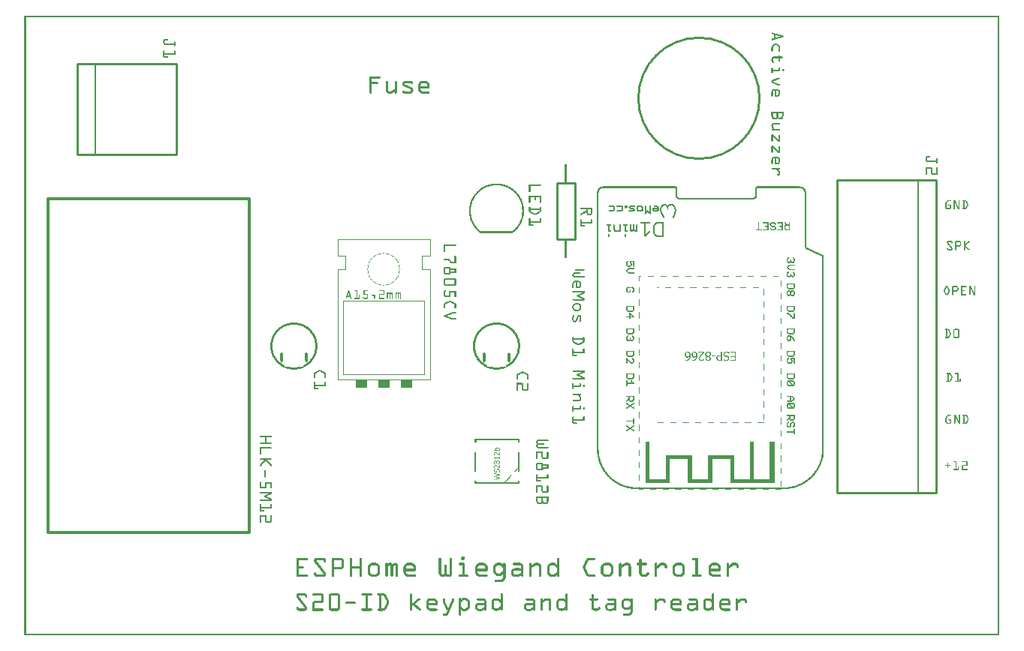
<source format=gto>
G04 MADE WITH FRITZING*
G04 WWW.FRITZING.ORG*
G04 DOUBLE SIDED*
G04 HOLES PLATED*
G04 CONTOUR ON CENTER OF CONTOUR VECTOR*
%ASAXBY*%
%FSLAX23Y23*%
%MOIN*%
%OFA0B0*%
%SFA1.0B1.0*%
%ADD10C,0.548054X0.528054*%
%ADD11C,0.144117X0.139883*%
%ADD12R,0.905511X1.496060X0.877631X1.468180*%
%ADD13C,0.013940*%
%ADD14C,0.002117*%
%ADD15C,0.000706*%
%ADD16C,0.010000*%
%ADD17C,0.005000*%
%ADD18C,0.000100*%
%ADD19R,0.001000X0.001000*%
%LNSILK1*%
G90*
G70*
G54D10*
X2996Y2388D03*
G54D11*
X1597Y1627D03*
G54D13*
X106Y1940D02*
X998Y1940D01*
X998Y458D01*
X106Y458D01*
X106Y1940D01*
D02*
G54D14*
X1392Y1137D02*
X1802Y1137D01*
D02*
X1802Y1762D02*
X1392Y1762D01*
D02*
X1802Y1137D02*
X1802Y1627D01*
D02*
X1802Y1627D02*
X1767Y1627D01*
D02*
X1767Y1627D02*
X1767Y1687D01*
D02*
X1767Y1687D02*
X1802Y1687D01*
D02*
X1802Y1687D02*
X1802Y1762D01*
D02*
X1392Y1137D02*
X1392Y1627D01*
D02*
X1392Y1627D02*
X1427Y1627D01*
D02*
X1427Y1627D02*
X1427Y1687D01*
D02*
X1427Y1687D02*
X1392Y1687D01*
D02*
X1392Y1687D02*
X1392Y1762D01*
G54D15*
D02*
X1417Y1162D02*
X1777Y1162D01*
D02*
X1777Y1487D02*
X1777Y1162D01*
D02*
X1777Y1487D02*
X1417Y1487D01*
D02*
X1417Y1162D02*
X1417Y1487D01*
G54D16*
D02*
X2364Y1761D02*
X2364Y2011D01*
D02*
X2364Y2011D02*
X2446Y2011D01*
D02*
X2446Y2011D02*
X2446Y1761D01*
D02*
X2446Y1761D02*
X2364Y1761D01*
D02*
X3608Y2024D02*
X3608Y636D01*
D02*
X3608Y636D02*
X4048Y636D01*
D02*
X4048Y636D02*
X4048Y2024D01*
D02*
X4048Y2024D02*
X3608Y2024D01*
G54D17*
D02*
X3968Y636D02*
X3968Y2024D01*
G54D16*
D02*
X677Y2137D02*
X677Y2540D01*
D02*
X677Y2540D02*
X237Y2540D01*
D02*
X237Y2540D02*
X237Y2137D01*
D02*
X237Y2137D02*
X677Y2137D01*
G54D17*
D02*
X317Y2540D02*
X317Y2137D01*
G54D18*
G36*
X2760Y863D02*
X2777Y863D01*
X2777Y696D01*
X2848Y696D01*
X2848Y803D01*
X2964Y803D01*
X2964Y696D01*
X3037Y696D01*
X3037Y803D01*
X3152Y803D01*
X3152Y696D01*
X3223Y696D01*
X3223Y863D01*
X3240Y863D01*
X3240Y696D01*
X3310Y696D01*
X3310Y863D01*
X3333Y863D01*
X3333Y679D01*
X3135Y679D01*
X3135Y786D01*
X3054Y786D01*
X3054Y679D01*
X2947Y679D01*
X2947Y786D01*
X2865Y786D01*
X2865Y679D01*
X2760Y679D01*
X2760Y863D01*
G37*
D02*
G54D17*
X2005Y862D02*
X2005Y871D01*
X2196Y871D01*
X2196Y862D01*
D02*
G54D19*
X1Y2755D02*
X4330Y2755D01*
X1Y2754D02*
X4330Y2754D01*
X1Y2753D02*
X4330Y2753D01*
X1Y2752D02*
X4330Y2752D01*
X1Y2751D02*
X4330Y2751D01*
X1Y2750D02*
X4330Y2750D01*
X1Y2749D02*
X4330Y2749D01*
X1Y2748D02*
X4330Y2748D01*
X1Y2747D02*
X8Y2747D01*
X4323Y2747D02*
X4330Y2747D01*
X1Y2746D02*
X8Y2746D01*
X4323Y2746D02*
X4330Y2746D01*
X1Y2745D02*
X8Y2745D01*
X4323Y2745D02*
X4330Y2745D01*
X1Y2744D02*
X8Y2744D01*
X4323Y2744D02*
X4330Y2744D01*
X1Y2743D02*
X8Y2743D01*
X4323Y2743D02*
X4330Y2743D01*
X1Y2742D02*
X8Y2742D01*
X4323Y2742D02*
X4330Y2742D01*
X1Y2741D02*
X8Y2741D01*
X4323Y2741D02*
X4330Y2741D01*
X1Y2740D02*
X8Y2740D01*
X4323Y2740D02*
X4330Y2740D01*
X1Y2739D02*
X8Y2739D01*
X4323Y2739D02*
X4330Y2739D01*
X1Y2738D02*
X8Y2738D01*
X4323Y2738D02*
X4330Y2738D01*
X1Y2737D02*
X8Y2737D01*
X4323Y2737D02*
X4330Y2737D01*
X1Y2736D02*
X8Y2736D01*
X4323Y2736D02*
X4330Y2736D01*
X1Y2735D02*
X8Y2735D01*
X4323Y2735D02*
X4330Y2735D01*
X1Y2734D02*
X8Y2734D01*
X4323Y2734D02*
X4330Y2734D01*
X1Y2733D02*
X8Y2733D01*
X4323Y2733D02*
X4330Y2733D01*
X1Y2732D02*
X8Y2732D01*
X4323Y2732D02*
X4330Y2732D01*
X1Y2731D02*
X8Y2731D01*
X4323Y2731D02*
X4330Y2731D01*
X1Y2730D02*
X8Y2730D01*
X4323Y2730D02*
X4330Y2730D01*
X1Y2729D02*
X8Y2729D01*
X4323Y2729D02*
X4330Y2729D01*
X1Y2728D02*
X8Y2728D01*
X4323Y2728D02*
X4330Y2728D01*
X1Y2727D02*
X8Y2727D01*
X4323Y2727D02*
X4330Y2727D01*
X1Y2726D02*
X8Y2726D01*
X4323Y2726D02*
X4330Y2726D01*
X1Y2725D02*
X8Y2725D01*
X4323Y2725D02*
X4330Y2725D01*
X1Y2724D02*
X8Y2724D01*
X4323Y2724D02*
X4330Y2724D01*
X1Y2723D02*
X8Y2723D01*
X4323Y2723D02*
X4330Y2723D01*
X1Y2722D02*
X8Y2722D01*
X4323Y2722D02*
X4330Y2722D01*
X1Y2721D02*
X8Y2721D01*
X4323Y2721D02*
X4330Y2721D01*
X1Y2720D02*
X8Y2720D01*
X4323Y2720D02*
X4330Y2720D01*
X1Y2719D02*
X8Y2719D01*
X4323Y2719D02*
X4330Y2719D01*
X1Y2718D02*
X8Y2718D01*
X4323Y2718D02*
X4330Y2718D01*
X1Y2717D02*
X8Y2717D01*
X4323Y2717D02*
X4330Y2717D01*
X1Y2716D02*
X8Y2716D01*
X4323Y2716D02*
X4330Y2716D01*
X1Y2715D02*
X8Y2715D01*
X4323Y2715D02*
X4330Y2715D01*
X1Y2714D02*
X8Y2714D01*
X4323Y2714D02*
X4330Y2714D01*
X1Y2713D02*
X8Y2713D01*
X4323Y2713D02*
X4330Y2713D01*
X1Y2712D02*
X8Y2712D01*
X4323Y2712D02*
X4330Y2712D01*
X1Y2711D02*
X8Y2711D01*
X4323Y2711D02*
X4330Y2711D01*
X1Y2710D02*
X8Y2710D01*
X4323Y2710D02*
X4330Y2710D01*
X1Y2709D02*
X8Y2709D01*
X4323Y2709D02*
X4330Y2709D01*
X1Y2708D02*
X8Y2708D01*
X4323Y2708D02*
X4330Y2708D01*
X1Y2707D02*
X8Y2707D01*
X4323Y2707D02*
X4330Y2707D01*
X1Y2706D02*
X8Y2706D01*
X4323Y2706D02*
X4330Y2706D01*
X1Y2705D02*
X8Y2705D01*
X4323Y2705D02*
X4330Y2705D01*
X1Y2704D02*
X8Y2704D01*
X4323Y2704D02*
X4330Y2704D01*
X1Y2703D02*
X8Y2703D01*
X4323Y2703D02*
X4330Y2703D01*
X1Y2702D02*
X8Y2702D01*
X4323Y2702D02*
X4330Y2702D01*
X1Y2701D02*
X8Y2701D01*
X4323Y2701D02*
X4330Y2701D01*
X1Y2700D02*
X8Y2700D01*
X4323Y2700D02*
X4330Y2700D01*
X1Y2699D02*
X8Y2699D01*
X4323Y2699D02*
X4330Y2699D01*
X1Y2698D02*
X8Y2698D01*
X4323Y2698D02*
X4330Y2698D01*
X1Y2697D02*
X8Y2697D01*
X4323Y2697D02*
X4330Y2697D01*
X1Y2696D02*
X8Y2696D01*
X4323Y2696D02*
X4330Y2696D01*
X1Y2695D02*
X8Y2695D01*
X4323Y2695D02*
X4330Y2695D01*
X1Y2694D02*
X8Y2694D01*
X4323Y2694D02*
X4330Y2694D01*
X1Y2693D02*
X8Y2693D01*
X4323Y2693D02*
X4330Y2693D01*
X1Y2692D02*
X8Y2692D01*
X4323Y2692D02*
X4330Y2692D01*
X1Y2691D02*
X8Y2691D01*
X4323Y2691D02*
X4330Y2691D01*
X1Y2690D02*
X8Y2690D01*
X4323Y2690D02*
X4330Y2690D01*
X1Y2689D02*
X8Y2689D01*
X4323Y2689D02*
X4330Y2689D01*
X1Y2688D02*
X8Y2688D01*
X4323Y2688D02*
X4330Y2688D01*
X1Y2687D02*
X8Y2687D01*
X4323Y2687D02*
X4330Y2687D01*
X1Y2686D02*
X8Y2686D01*
X4323Y2686D02*
X4330Y2686D01*
X1Y2685D02*
X8Y2685D01*
X4323Y2685D02*
X4330Y2685D01*
X1Y2684D02*
X8Y2684D01*
X4323Y2684D02*
X4330Y2684D01*
X1Y2683D02*
X8Y2683D01*
X4323Y2683D02*
X4330Y2683D01*
X1Y2682D02*
X8Y2682D01*
X4323Y2682D02*
X4330Y2682D01*
X1Y2681D02*
X8Y2681D01*
X4323Y2681D02*
X4330Y2681D01*
X1Y2680D02*
X8Y2680D01*
X3319Y2680D02*
X3323Y2680D01*
X4323Y2680D02*
X4330Y2680D01*
X1Y2679D02*
X8Y2679D01*
X3318Y2679D02*
X3326Y2679D01*
X4323Y2679D02*
X4330Y2679D01*
X1Y2678D02*
X8Y2678D01*
X3318Y2678D02*
X3329Y2678D01*
X4323Y2678D02*
X4330Y2678D01*
X1Y2677D02*
X8Y2677D01*
X3318Y2677D02*
X3333Y2677D01*
X4323Y2677D02*
X4330Y2677D01*
X1Y2676D02*
X8Y2676D01*
X3318Y2676D02*
X3336Y2676D01*
X4323Y2676D02*
X4330Y2676D01*
X1Y2675D02*
X8Y2675D01*
X3318Y2675D02*
X3340Y2675D01*
X4323Y2675D02*
X4330Y2675D01*
X1Y2674D02*
X8Y2674D01*
X3319Y2674D02*
X3343Y2674D01*
X4323Y2674D02*
X4330Y2674D01*
X1Y2673D02*
X8Y2673D01*
X3322Y2673D02*
X3346Y2673D01*
X4323Y2673D02*
X4330Y2673D01*
X1Y2672D02*
X8Y2672D01*
X3326Y2672D02*
X3350Y2672D01*
X4323Y2672D02*
X4330Y2672D01*
X1Y2671D02*
X8Y2671D01*
X3329Y2671D02*
X3353Y2671D01*
X4323Y2671D02*
X4330Y2671D01*
X1Y2670D02*
X8Y2670D01*
X3329Y2670D02*
X3357Y2670D01*
X4323Y2670D02*
X4330Y2670D01*
X1Y2669D02*
X8Y2669D01*
X3329Y2669D02*
X3360Y2669D01*
X4323Y2669D02*
X4330Y2669D01*
X1Y2668D02*
X8Y2668D01*
X3329Y2668D02*
X3335Y2668D01*
X3339Y2668D02*
X3363Y2668D01*
X4323Y2668D02*
X4330Y2668D01*
X1Y2667D02*
X8Y2667D01*
X3329Y2667D02*
X3335Y2667D01*
X3343Y2667D02*
X3367Y2667D01*
X4323Y2667D02*
X4330Y2667D01*
X1Y2666D02*
X8Y2666D01*
X3329Y2666D02*
X3335Y2666D01*
X3346Y2666D02*
X3369Y2666D01*
X4323Y2666D02*
X4330Y2666D01*
X1Y2665D02*
X8Y2665D01*
X3329Y2665D02*
X3335Y2665D01*
X3350Y2665D02*
X3370Y2665D01*
X4323Y2665D02*
X4330Y2665D01*
X1Y2664D02*
X8Y2664D01*
X3329Y2664D02*
X3335Y2664D01*
X3353Y2664D02*
X3371Y2664D01*
X4323Y2664D02*
X4330Y2664D01*
X1Y2663D02*
X8Y2663D01*
X3329Y2663D02*
X3335Y2663D01*
X3355Y2663D02*
X3371Y2663D01*
X4323Y2663D02*
X4330Y2663D01*
X1Y2662D02*
X8Y2662D01*
X3329Y2662D02*
X3335Y2662D01*
X3352Y2662D02*
X3370Y2662D01*
X4323Y2662D02*
X4330Y2662D01*
X1Y2661D02*
X8Y2661D01*
X3329Y2661D02*
X3335Y2661D01*
X3348Y2661D02*
X3370Y2661D01*
X4323Y2661D02*
X4330Y2661D01*
X1Y2660D02*
X8Y2660D01*
X3329Y2660D02*
X3335Y2660D01*
X3345Y2660D02*
X3368Y2660D01*
X4323Y2660D02*
X4330Y2660D01*
X1Y2659D02*
X8Y2659D01*
X3329Y2659D02*
X3335Y2659D01*
X3341Y2659D02*
X3365Y2659D01*
X4323Y2659D02*
X4330Y2659D01*
X1Y2658D02*
X8Y2658D01*
X3329Y2658D02*
X3335Y2658D01*
X3338Y2658D02*
X3362Y2658D01*
X4323Y2658D02*
X4330Y2658D01*
X1Y2657D02*
X8Y2657D01*
X3329Y2657D02*
X3358Y2657D01*
X4323Y2657D02*
X4330Y2657D01*
X1Y2656D02*
X8Y2656D01*
X3329Y2656D02*
X3355Y2656D01*
X4323Y2656D02*
X4330Y2656D01*
X1Y2655D02*
X8Y2655D01*
X3328Y2655D02*
X3352Y2655D01*
X4323Y2655D02*
X4330Y2655D01*
X1Y2654D02*
X8Y2654D01*
X3324Y2654D02*
X3348Y2654D01*
X4323Y2654D02*
X4330Y2654D01*
X1Y2653D02*
X8Y2653D01*
X3321Y2653D02*
X3345Y2653D01*
X4323Y2653D02*
X4330Y2653D01*
X1Y2652D02*
X8Y2652D01*
X624Y2652D02*
X637Y2652D01*
X3319Y2652D02*
X3341Y2652D01*
X4323Y2652D02*
X4330Y2652D01*
X1Y2651D02*
X8Y2651D01*
X622Y2651D02*
X638Y2651D01*
X3318Y2651D02*
X3338Y2651D01*
X4323Y2651D02*
X4330Y2651D01*
X1Y2650D02*
X8Y2650D01*
X620Y2650D02*
X638Y2650D01*
X3318Y2650D02*
X3334Y2650D01*
X4323Y2650D02*
X4330Y2650D01*
X1Y2649D02*
X8Y2649D01*
X619Y2649D02*
X638Y2649D01*
X3318Y2649D02*
X3331Y2649D01*
X4323Y2649D02*
X4330Y2649D01*
X1Y2648D02*
X8Y2648D01*
X619Y2648D02*
X638Y2648D01*
X3318Y2648D02*
X3328Y2648D01*
X4323Y2648D02*
X4330Y2648D01*
X1Y2647D02*
X8Y2647D01*
X618Y2647D02*
X638Y2647D01*
X3319Y2647D02*
X3324Y2647D01*
X4323Y2647D02*
X4330Y2647D01*
X1Y2646D02*
X8Y2646D01*
X618Y2646D02*
X637Y2646D01*
X3321Y2646D02*
X3321Y2646D01*
X4323Y2646D02*
X4330Y2646D01*
X1Y2645D02*
X8Y2645D01*
X618Y2645D02*
X625Y2645D01*
X4323Y2645D02*
X4330Y2645D01*
X1Y2644D02*
X8Y2644D01*
X618Y2644D02*
X624Y2644D01*
X4323Y2644D02*
X4330Y2644D01*
X1Y2643D02*
X8Y2643D01*
X617Y2643D02*
X624Y2643D01*
X4323Y2643D02*
X4330Y2643D01*
X1Y2642D02*
X8Y2642D01*
X617Y2642D02*
X623Y2642D01*
X666Y2642D02*
X669Y2642D01*
X4323Y2642D02*
X4330Y2642D01*
X1Y2641D02*
X8Y2641D01*
X617Y2641D02*
X623Y2641D01*
X665Y2641D02*
X670Y2641D01*
X4323Y2641D02*
X4330Y2641D01*
X1Y2640D02*
X8Y2640D01*
X617Y2640D02*
X623Y2640D01*
X665Y2640D02*
X670Y2640D01*
X4323Y2640D02*
X4330Y2640D01*
X1Y2639D02*
X8Y2639D01*
X617Y2639D02*
X623Y2639D01*
X665Y2639D02*
X671Y2639D01*
X4323Y2639D02*
X4330Y2639D01*
X1Y2638D02*
X8Y2638D01*
X617Y2638D02*
X623Y2638D01*
X665Y2638D02*
X671Y2638D01*
X4323Y2638D02*
X4330Y2638D01*
X1Y2637D02*
X8Y2637D01*
X617Y2637D02*
X623Y2637D01*
X665Y2637D02*
X671Y2637D01*
X4323Y2637D02*
X4330Y2637D01*
X1Y2636D02*
X8Y2636D01*
X617Y2636D02*
X623Y2636D01*
X665Y2636D02*
X671Y2636D01*
X4323Y2636D02*
X4330Y2636D01*
X1Y2635D02*
X8Y2635D01*
X617Y2635D02*
X624Y2635D01*
X665Y2635D02*
X671Y2635D01*
X4323Y2635D02*
X4330Y2635D01*
X1Y2634D02*
X8Y2634D01*
X618Y2634D02*
X624Y2634D01*
X665Y2634D02*
X671Y2634D01*
X4323Y2634D02*
X4330Y2634D01*
X1Y2633D02*
X8Y2633D01*
X618Y2633D02*
X625Y2633D01*
X665Y2633D02*
X671Y2633D01*
X4323Y2633D02*
X4330Y2633D01*
X1Y2632D02*
X8Y2632D01*
X618Y2632D02*
X627Y2632D01*
X664Y2632D02*
X671Y2632D01*
X4323Y2632D02*
X4330Y2632D01*
X1Y2631D02*
X8Y2631D01*
X619Y2631D02*
X671Y2631D01*
X4323Y2631D02*
X4330Y2631D01*
X1Y2630D02*
X8Y2630D01*
X619Y2630D02*
X671Y2630D01*
X3330Y2630D02*
X3343Y2630D01*
X4323Y2630D02*
X4330Y2630D01*
X1Y2629D02*
X8Y2629D01*
X620Y2629D02*
X671Y2629D01*
X3328Y2629D02*
X3345Y2629D01*
X4323Y2629D02*
X4330Y2629D01*
X1Y2628D02*
X8Y2628D01*
X621Y2628D02*
X671Y2628D01*
X3327Y2628D02*
X3347Y2628D01*
X4323Y2628D02*
X4330Y2628D01*
X1Y2627D02*
X8Y2627D01*
X622Y2627D02*
X671Y2627D01*
X3325Y2627D02*
X3348Y2627D01*
X4323Y2627D02*
X4330Y2627D01*
X1Y2626D02*
X8Y2626D01*
X624Y2626D02*
X671Y2626D01*
X3325Y2626D02*
X3349Y2626D01*
X4323Y2626D02*
X4330Y2626D01*
X1Y2625D02*
X8Y2625D01*
X628Y2625D02*
X671Y2625D01*
X3324Y2625D02*
X3350Y2625D01*
X4323Y2625D02*
X4330Y2625D01*
X1Y2624D02*
X8Y2624D01*
X665Y2624D02*
X671Y2624D01*
X3323Y2624D02*
X3351Y2624D01*
X4323Y2624D02*
X4330Y2624D01*
X1Y2623D02*
X8Y2623D01*
X665Y2623D02*
X671Y2623D01*
X3322Y2623D02*
X3331Y2623D01*
X3343Y2623D02*
X3352Y2623D01*
X4323Y2623D02*
X4330Y2623D01*
X1Y2622D02*
X8Y2622D01*
X665Y2622D02*
X671Y2622D01*
X3321Y2622D02*
X3329Y2622D01*
X3344Y2622D02*
X3353Y2622D01*
X4323Y2622D02*
X4330Y2622D01*
X1Y2621D02*
X8Y2621D01*
X665Y2621D02*
X670Y2621D01*
X3320Y2621D02*
X3328Y2621D01*
X3345Y2621D02*
X3354Y2621D01*
X4323Y2621D02*
X4330Y2621D01*
X1Y2620D02*
X8Y2620D01*
X665Y2620D02*
X670Y2620D01*
X3319Y2620D02*
X3328Y2620D01*
X3346Y2620D02*
X3354Y2620D01*
X4323Y2620D02*
X4330Y2620D01*
X1Y2619D02*
X8Y2619D01*
X666Y2619D02*
X669Y2619D01*
X3319Y2619D02*
X3327Y2619D01*
X3347Y2619D02*
X3355Y2619D01*
X4323Y2619D02*
X4330Y2619D01*
X1Y2618D02*
X8Y2618D01*
X3318Y2618D02*
X3326Y2618D01*
X3348Y2618D02*
X3355Y2618D01*
X4323Y2618D02*
X4330Y2618D01*
X1Y2617D02*
X8Y2617D01*
X3318Y2617D02*
X3325Y2617D01*
X3348Y2617D02*
X3355Y2617D01*
X4323Y2617D02*
X4330Y2617D01*
X1Y2616D02*
X8Y2616D01*
X3318Y2616D02*
X3324Y2616D01*
X3349Y2616D02*
X3356Y2616D01*
X4323Y2616D02*
X4330Y2616D01*
X1Y2615D02*
X8Y2615D01*
X3318Y2615D02*
X3324Y2615D01*
X3350Y2615D02*
X3356Y2615D01*
X4323Y2615D02*
X4330Y2615D01*
X1Y2614D02*
X8Y2614D01*
X3318Y2614D02*
X3324Y2614D01*
X3350Y2614D02*
X3356Y2614D01*
X4323Y2614D02*
X4330Y2614D01*
X1Y2613D02*
X8Y2613D01*
X3317Y2613D02*
X3324Y2613D01*
X3350Y2613D02*
X3356Y2613D01*
X4323Y2613D02*
X4330Y2613D01*
X1Y2612D02*
X8Y2612D01*
X3317Y2612D02*
X3324Y2612D01*
X3350Y2612D02*
X3356Y2612D01*
X4323Y2612D02*
X4330Y2612D01*
X1Y2611D02*
X8Y2611D01*
X3317Y2611D02*
X3324Y2611D01*
X3350Y2611D02*
X3356Y2611D01*
X4323Y2611D02*
X4330Y2611D01*
X1Y2610D02*
X8Y2610D01*
X3317Y2610D02*
X3324Y2610D01*
X3350Y2610D02*
X3356Y2610D01*
X4323Y2610D02*
X4330Y2610D01*
X1Y2609D02*
X8Y2609D01*
X3317Y2609D02*
X3324Y2609D01*
X3350Y2609D02*
X3356Y2609D01*
X4323Y2609D02*
X4330Y2609D01*
X1Y2608D02*
X8Y2608D01*
X3317Y2608D02*
X3324Y2608D01*
X3350Y2608D02*
X3356Y2608D01*
X4323Y2608D02*
X4330Y2608D01*
X1Y2607D02*
X8Y2607D01*
X3317Y2607D02*
X3324Y2607D01*
X3350Y2607D02*
X3356Y2607D01*
X4323Y2607D02*
X4330Y2607D01*
X1Y2606D02*
X8Y2606D01*
X3317Y2606D02*
X3324Y2606D01*
X3350Y2606D02*
X3356Y2606D01*
X4323Y2606D02*
X4330Y2606D01*
X1Y2605D02*
X8Y2605D01*
X3317Y2605D02*
X3324Y2605D01*
X3350Y2605D02*
X3356Y2605D01*
X4323Y2605D02*
X4330Y2605D01*
X1Y2604D02*
X8Y2604D01*
X3317Y2604D02*
X3324Y2604D01*
X3350Y2604D02*
X3356Y2604D01*
X4323Y2604D02*
X4330Y2604D01*
X1Y2603D02*
X8Y2603D01*
X3317Y2603D02*
X3324Y2603D01*
X3350Y2603D02*
X3356Y2603D01*
X4323Y2603D02*
X4330Y2603D01*
X1Y2602D02*
X8Y2602D01*
X619Y2602D02*
X622Y2602D01*
X666Y2602D02*
X669Y2602D01*
X3317Y2602D02*
X3324Y2602D01*
X3350Y2602D02*
X3356Y2602D01*
X4323Y2602D02*
X4330Y2602D01*
X1Y2601D02*
X8Y2601D01*
X618Y2601D02*
X623Y2601D01*
X665Y2601D02*
X670Y2601D01*
X3317Y2601D02*
X3324Y2601D01*
X3350Y2601D02*
X3356Y2601D01*
X4323Y2601D02*
X4330Y2601D01*
X1Y2600D02*
X8Y2600D01*
X618Y2600D02*
X623Y2600D01*
X665Y2600D02*
X670Y2600D01*
X3317Y2600D02*
X3324Y2600D01*
X3350Y2600D02*
X3356Y2600D01*
X4323Y2600D02*
X4330Y2600D01*
X1Y2599D02*
X8Y2599D01*
X617Y2599D02*
X623Y2599D01*
X665Y2599D02*
X671Y2599D01*
X3318Y2599D02*
X3323Y2599D01*
X3350Y2599D02*
X3356Y2599D01*
X4323Y2599D02*
X4330Y2599D01*
X1Y2598D02*
X8Y2598D01*
X617Y2598D02*
X623Y2598D01*
X665Y2598D02*
X671Y2598D01*
X3318Y2598D02*
X3323Y2598D01*
X3350Y2598D02*
X3356Y2598D01*
X4323Y2598D02*
X4330Y2598D01*
X1Y2597D02*
X8Y2597D01*
X617Y2597D02*
X623Y2597D01*
X665Y2597D02*
X671Y2597D01*
X3318Y2597D02*
X3323Y2597D01*
X3351Y2597D02*
X3355Y2597D01*
X4323Y2597D02*
X4330Y2597D01*
X1Y2596D02*
X8Y2596D01*
X617Y2596D02*
X623Y2596D01*
X665Y2596D02*
X671Y2596D01*
X3320Y2596D02*
X3321Y2596D01*
X3352Y2596D02*
X3354Y2596D01*
X4323Y2596D02*
X4330Y2596D01*
X1Y2595D02*
X8Y2595D01*
X617Y2595D02*
X623Y2595D01*
X665Y2595D02*
X671Y2595D01*
X4323Y2595D02*
X4330Y2595D01*
X1Y2594D02*
X8Y2594D01*
X617Y2594D02*
X623Y2594D01*
X665Y2594D02*
X671Y2594D01*
X4323Y2594D02*
X4330Y2594D01*
X1Y2593D02*
X8Y2593D01*
X617Y2593D02*
X623Y2593D01*
X665Y2593D02*
X671Y2593D01*
X4323Y2593D02*
X4330Y2593D01*
X1Y2592D02*
X8Y2592D01*
X617Y2592D02*
X623Y2592D01*
X665Y2592D02*
X671Y2592D01*
X4323Y2592D02*
X4330Y2592D01*
X1Y2591D02*
X8Y2591D01*
X617Y2591D02*
X623Y2591D01*
X665Y2591D02*
X671Y2591D01*
X4323Y2591D02*
X4330Y2591D01*
X1Y2590D02*
X8Y2590D01*
X617Y2590D02*
X623Y2590D01*
X665Y2590D02*
X671Y2590D01*
X4323Y2590D02*
X4330Y2590D01*
X1Y2589D02*
X8Y2589D01*
X617Y2589D02*
X624Y2589D01*
X664Y2589D02*
X671Y2589D01*
X4323Y2589D02*
X4330Y2589D01*
X1Y2588D02*
X8Y2588D01*
X617Y2588D02*
X671Y2588D01*
X4323Y2588D02*
X4330Y2588D01*
X1Y2587D02*
X8Y2587D01*
X617Y2587D02*
X671Y2587D01*
X4323Y2587D02*
X4330Y2587D01*
X1Y2586D02*
X8Y2586D01*
X617Y2586D02*
X671Y2586D01*
X4323Y2586D02*
X4330Y2586D01*
X1Y2585D02*
X8Y2585D01*
X617Y2585D02*
X671Y2585D01*
X4323Y2585D02*
X4330Y2585D01*
X1Y2584D02*
X8Y2584D01*
X617Y2584D02*
X671Y2584D01*
X4323Y2584D02*
X4330Y2584D01*
X1Y2583D02*
X8Y2583D01*
X617Y2583D02*
X671Y2583D01*
X4323Y2583D02*
X4330Y2583D01*
X1Y2582D02*
X8Y2582D01*
X617Y2582D02*
X670Y2582D01*
X4323Y2582D02*
X4330Y2582D01*
X1Y2581D02*
X8Y2581D01*
X617Y2581D02*
X623Y2581D01*
X4323Y2581D02*
X4330Y2581D01*
X1Y2580D02*
X8Y2580D01*
X617Y2580D02*
X623Y2580D01*
X3352Y2580D02*
X3353Y2580D01*
X4323Y2580D02*
X4330Y2580D01*
X1Y2579D02*
X8Y2579D01*
X617Y2579D02*
X623Y2579D01*
X3351Y2579D02*
X3355Y2579D01*
X4323Y2579D02*
X4330Y2579D01*
X1Y2578D02*
X8Y2578D01*
X617Y2578D02*
X623Y2578D01*
X3350Y2578D02*
X3356Y2578D01*
X4323Y2578D02*
X4330Y2578D01*
X1Y2577D02*
X8Y2577D01*
X617Y2577D02*
X623Y2577D01*
X3350Y2577D02*
X3356Y2577D01*
X4323Y2577D02*
X4330Y2577D01*
X1Y2576D02*
X8Y2576D01*
X617Y2576D02*
X623Y2576D01*
X3350Y2576D02*
X3356Y2576D01*
X4323Y2576D02*
X4330Y2576D01*
X1Y2575D02*
X8Y2575D01*
X617Y2575D02*
X634Y2575D01*
X3350Y2575D02*
X3356Y2575D01*
X4323Y2575D02*
X4330Y2575D01*
X1Y2574D02*
X8Y2574D01*
X617Y2574D02*
X636Y2574D01*
X3350Y2574D02*
X3356Y2574D01*
X4323Y2574D02*
X4330Y2574D01*
X1Y2573D02*
X8Y2573D01*
X617Y2573D02*
X637Y2573D01*
X3326Y2573D02*
X3366Y2573D01*
X4323Y2573D02*
X4330Y2573D01*
X1Y2572D02*
X8Y2572D01*
X617Y2572D02*
X637Y2572D01*
X3323Y2572D02*
X3367Y2572D01*
X4323Y2572D02*
X4330Y2572D01*
X1Y2571D02*
X8Y2571D01*
X618Y2571D02*
X637Y2571D01*
X3321Y2571D02*
X3367Y2571D01*
X4323Y2571D02*
X4330Y2571D01*
X1Y2570D02*
X8Y2570D01*
X618Y2570D02*
X637Y2570D01*
X3320Y2570D02*
X3368Y2570D01*
X4323Y2570D02*
X4330Y2570D01*
X1Y2569D02*
X8Y2569D01*
X619Y2569D02*
X636Y2569D01*
X3320Y2569D02*
X3368Y2569D01*
X4323Y2569D02*
X4330Y2569D01*
X1Y2568D02*
X8Y2568D01*
X3319Y2568D02*
X3367Y2568D01*
X4323Y2568D02*
X4330Y2568D01*
X1Y2567D02*
X8Y2567D01*
X3318Y2567D02*
X3366Y2567D01*
X4323Y2567D02*
X4330Y2567D01*
X1Y2566D02*
X8Y2566D01*
X3318Y2566D02*
X3326Y2566D01*
X3350Y2566D02*
X3356Y2566D01*
X4323Y2566D02*
X4330Y2566D01*
X1Y2565D02*
X8Y2565D01*
X3318Y2565D02*
X3324Y2565D01*
X3350Y2565D02*
X3356Y2565D01*
X4323Y2565D02*
X4330Y2565D01*
X1Y2564D02*
X8Y2564D01*
X3318Y2564D02*
X3324Y2564D01*
X3350Y2564D02*
X3356Y2564D01*
X4323Y2564D02*
X4330Y2564D01*
X1Y2563D02*
X8Y2563D01*
X3318Y2563D02*
X3324Y2563D01*
X3350Y2563D02*
X3356Y2563D01*
X4323Y2563D02*
X4330Y2563D01*
X1Y2562D02*
X8Y2562D01*
X3317Y2562D02*
X3324Y2562D01*
X3350Y2562D02*
X3356Y2562D01*
X4323Y2562D02*
X4330Y2562D01*
X1Y2561D02*
X8Y2561D01*
X3317Y2561D02*
X3324Y2561D01*
X3350Y2561D02*
X3356Y2561D01*
X4323Y2561D02*
X4330Y2561D01*
X1Y2560D02*
X8Y2560D01*
X3317Y2560D02*
X3324Y2560D01*
X3350Y2560D02*
X3356Y2560D01*
X4323Y2560D02*
X4330Y2560D01*
X1Y2559D02*
X8Y2559D01*
X3317Y2559D02*
X3324Y2559D01*
X3350Y2559D02*
X3356Y2559D01*
X4323Y2559D02*
X4330Y2559D01*
X1Y2558D02*
X8Y2558D01*
X3317Y2558D02*
X3324Y2558D01*
X3350Y2558D02*
X3356Y2558D01*
X4323Y2558D02*
X4330Y2558D01*
X1Y2557D02*
X8Y2557D01*
X3317Y2557D02*
X3324Y2557D01*
X3350Y2557D02*
X3356Y2557D01*
X4323Y2557D02*
X4330Y2557D01*
X1Y2556D02*
X8Y2556D01*
X3318Y2556D02*
X3324Y2556D01*
X3350Y2556D02*
X3356Y2556D01*
X4323Y2556D02*
X4330Y2556D01*
X1Y2555D02*
X8Y2555D01*
X3318Y2555D02*
X3324Y2555D01*
X3350Y2555D02*
X3356Y2555D01*
X4323Y2555D02*
X4330Y2555D01*
X1Y2554D02*
X8Y2554D01*
X3318Y2554D02*
X3324Y2554D01*
X3350Y2554D02*
X3356Y2554D01*
X4323Y2554D02*
X4330Y2554D01*
X1Y2553D02*
X8Y2553D01*
X3318Y2553D02*
X3326Y2553D01*
X3350Y2553D02*
X3355Y2553D01*
X4323Y2553D02*
X4330Y2553D01*
X1Y2552D02*
X8Y2552D01*
X3318Y2552D02*
X3327Y2552D01*
X3351Y2552D02*
X3355Y2552D01*
X4323Y2552D02*
X4330Y2552D01*
X1Y2551D02*
X8Y2551D01*
X3319Y2551D02*
X3329Y2551D01*
X4323Y2551D02*
X4330Y2551D01*
X1Y2550D02*
X8Y2550D01*
X3320Y2550D02*
X3329Y2550D01*
X4323Y2550D02*
X4330Y2550D01*
X1Y2549D02*
X8Y2549D01*
X3320Y2549D02*
X3329Y2549D01*
X4323Y2549D02*
X4330Y2549D01*
X1Y2548D02*
X8Y2548D01*
X3322Y2548D02*
X3329Y2548D01*
X4323Y2548D02*
X4330Y2548D01*
X1Y2547D02*
X8Y2547D01*
X3323Y2547D02*
X3329Y2547D01*
X4323Y2547D02*
X4330Y2547D01*
X1Y2546D02*
X8Y2546D01*
X3325Y2546D02*
X3327Y2546D01*
X4323Y2546D02*
X4330Y2546D01*
X1Y2545D02*
X8Y2545D01*
X4323Y2545D02*
X4330Y2545D01*
X1Y2544D02*
X8Y2544D01*
X4323Y2544D02*
X4330Y2544D01*
X1Y2543D02*
X8Y2543D01*
X4323Y2543D02*
X4330Y2543D01*
X1Y2542D02*
X8Y2542D01*
X4323Y2542D02*
X4330Y2542D01*
X1Y2541D02*
X8Y2541D01*
X4323Y2541D02*
X4330Y2541D01*
X1Y2540D02*
X8Y2540D01*
X4323Y2540D02*
X4330Y2540D01*
X1Y2539D02*
X8Y2539D01*
X4323Y2539D02*
X4330Y2539D01*
X1Y2538D02*
X8Y2538D01*
X4323Y2538D02*
X4330Y2538D01*
X1Y2537D02*
X8Y2537D01*
X4323Y2537D02*
X4330Y2537D01*
X1Y2536D02*
X8Y2536D01*
X4323Y2536D02*
X4330Y2536D01*
X1Y2535D02*
X8Y2535D01*
X4323Y2535D02*
X4330Y2535D01*
X1Y2534D02*
X8Y2534D01*
X4323Y2534D02*
X4330Y2534D01*
X1Y2533D02*
X8Y2533D01*
X4323Y2533D02*
X4330Y2533D01*
X1Y2532D02*
X8Y2532D01*
X4323Y2532D02*
X4330Y2532D01*
X1Y2531D02*
X8Y2531D01*
X4323Y2531D02*
X4330Y2531D01*
X1Y2530D02*
X8Y2530D01*
X4323Y2530D02*
X4330Y2530D01*
X1Y2529D02*
X8Y2529D01*
X4323Y2529D02*
X4330Y2529D01*
X1Y2528D02*
X8Y2528D01*
X4323Y2528D02*
X4330Y2528D01*
X1Y2527D02*
X8Y2527D01*
X4323Y2527D02*
X4330Y2527D01*
X1Y2526D02*
X8Y2526D01*
X3319Y2526D02*
X3322Y2526D01*
X3352Y2526D02*
X3354Y2526D01*
X4323Y2526D02*
X4330Y2526D01*
X1Y2525D02*
X8Y2525D01*
X3318Y2525D02*
X3323Y2525D01*
X3351Y2525D02*
X3355Y2525D01*
X4323Y2525D02*
X4330Y2525D01*
X1Y2524D02*
X8Y2524D01*
X3318Y2524D02*
X3323Y2524D01*
X3350Y2524D02*
X3356Y2524D01*
X4323Y2524D02*
X4330Y2524D01*
X1Y2523D02*
X8Y2523D01*
X3318Y2523D02*
X3323Y2523D01*
X3350Y2523D02*
X3356Y2523D01*
X4323Y2523D02*
X4330Y2523D01*
X1Y2522D02*
X8Y2522D01*
X3317Y2522D02*
X3324Y2522D01*
X3350Y2522D02*
X3356Y2522D01*
X4323Y2522D02*
X4330Y2522D01*
X1Y2521D02*
X8Y2521D01*
X3317Y2521D02*
X3324Y2521D01*
X3350Y2521D02*
X3356Y2521D01*
X4323Y2521D02*
X4330Y2521D01*
X1Y2520D02*
X8Y2520D01*
X3317Y2520D02*
X3324Y2520D01*
X3350Y2520D02*
X3356Y2520D01*
X4323Y2520D02*
X4330Y2520D01*
X1Y2519D02*
X8Y2519D01*
X3317Y2519D02*
X3324Y2519D01*
X3350Y2519D02*
X3356Y2519D01*
X3366Y2519D02*
X3372Y2519D01*
X4323Y2519D02*
X4330Y2519D01*
X1Y2518D02*
X8Y2518D01*
X3317Y2518D02*
X3324Y2518D01*
X3350Y2518D02*
X3356Y2518D01*
X3365Y2518D02*
X3373Y2518D01*
X4323Y2518D02*
X4330Y2518D01*
X1Y2517D02*
X8Y2517D01*
X3317Y2517D02*
X3324Y2517D01*
X3350Y2517D02*
X3356Y2517D01*
X3365Y2517D02*
X3373Y2517D01*
X4323Y2517D02*
X4330Y2517D01*
X1Y2516D02*
X8Y2516D01*
X3317Y2516D02*
X3356Y2516D01*
X3365Y2516D02*
X3374Y2516D01*
X4323Y2516D02*
X4330Y2516D01*
X1Y2515D02*
X8Y2515D01*
X3317Y2515D02*
X3356Y2515D01*
X3365Y2515D02*
X3374Y2515D01*
X4323Y2515D02*
X4330Y2515D01*
X1Y2514D02*
X8Y2514D01*
X3317Y2514D02*
X3356Y2514D01*
X3365Y2514D02*
X3374Y2514D01*
X4323Y2514D02*
X4330Y2514D01*
X1Y2513D02*
X8Y2513D01*
X3317Y2513D02*
X3356Y2513D01*
X3365Y2513D02*
X3374Y2513D01*
X4323Y2513D02*
X4330Y2513D01*
X1Y2512D02*
X8Y2512D01*
X3317Y2512D02*
X3356Y2512D01*
X3365Y2512D02*
X3373Y2512D01*
X4323Y2512D02*
X4330Y2512D01*
X1Y2511D02*
X8Y2511D01*
X3317Y2511D02*
X3355Y2511D01*
X3365Y2511D02*
X3373Y2511D01*
X4323Y2511D02*
X4330Y2511D01*
X1Y2510D02*
X8Y2510D01*
X3317Y2510D02*
X3355Y2510D01*
X3366Y2510D02*
X3372Y2510D01*
X4323Y2510D02*
X4330Y2510D01*
X1Y2509D02*
X8Y2509D01*
X3317Y2509D02*
X3324Y2509D01*
X4323Y2509D02*
X4330Y2509D01*
X1Y2508D02*
X8Y2508D01*
X3317Y2508D02*
X3324Y2508D01*
X4323Y2508D02*
X4330Y2508D01*
X1Y2507D02*
X8Y2507D01*
X3317Y2507D02*
X3324Y2507D01*
X4323Y2507D02*
X4330Y2507D01*
X1Y2506D02*
X8Y2506D01*
X3317Y2506D02*
X3324Y2506D01*
X4323Y2506D02*
X4330Y2506D01*
X1Y2505D02*
X8Y2505D01*
X3317Y2505D02*
X3324Y2505D01*
X4323Y2505D02*
X4330Y2505D01*
X1Y2504D02*
X8Y2504D01*
X3317Y2504D02*
X3324Y2504D01*
X4323Y2504D02*
X4330Y2504D01*
X1Y2503D02*
X8Y2503D01*
X3317Y2503D02*
X3324Y2503D01*
X4323Y2503D02*
X4330Y2503D01*
X1Y2502D02*
X8Y2502D01*
X3318Y2502D02*
X3323Y2502D01*
X4323Y2502D02*
X4330Y2502D01*
X1Y2501D02*
X8Y2501D01*
X3318Y2501D02*
X3323Y2501D01*
X4323Y2501D02*
X4330Y2501D01*
X1Y2500D02*
X8Y2500D01*
X3319Y2500D02*
X3322Y2500D01*
X4323Y2500D02*
X4330Y2500D01*
X1Y2499D02*
X8Y2499D01*
X3320Y2499D02*
X3321Y2499D01*
X4323Y2499D02*
X4330Y2499D01*
X1Y2498D02*
X8Y2498D01*
X4323Y2498D02*
X4330Y2498D01*
X1Y2497D02*
X8Y2497D01*
X4323Y2497D02*
X4330Y2497D01*
X1Y2496D02*
X8Y2496D01*
X4323Y2496D02*
X4330Y2496D01*
X1Y2495D02*
X8Y2495D01*
X4323Y2495D02*
X4330Y2495D01*
X1Y2494D02*
X8Y2494D01*
X4323Y2494D02*
X4330Y2494D01*
X1Y2493D02*
X8Y2493D01*
X4323Y2493D02*
X4330Y2493D01*
X1Y2492D02*
X8Y2492D01*
X4323Y2492D02*
X4330Y2492D01*
X1Y2491D02*
X8Y2491D01*
X4323Y2491D02*
X4330Y2491D01*
X1Y2490D02*
X8Y2490D01*
X4323Y2490D02*
X4330Y2490D01*
X1Y2489D02*
X8Y2489D01*
X4323Y2489D02*
X4330Y2489D01*
X1Y2488D02*
X8Y2488D01*
X4323Y2488D02*
X4330Y2488D01*
X1Y2487D02*
X8Y2487D01*
X4323Y2487D02*
X4330Y2487D01*
X1Y2486D02*
X8Y2486D01*
X1534Y2486D02*
X1579Y2486D01*
X4323Y2486D02*
X4330Y2486D01*
X1Y2485D02*
X8Y2485D01*
X1534Y2485D02*
X1581Y2485D01*
X4323Y2485D02*
X4330Y2485D01*
X1Y2484D02*
X8Y2484D01*
X1534Y2484D02*
X1582Y2484D01*
X4323Y2484D02*
X4330Y2484D01*
X1Y2483D02*
X8Y2483D01*
X1534Y2483D02*
X1582Y2483D01*
X4323Y2483D02*
X4330Y2483D01*
X1Y2482D02*
X8Y2482D01*
X1534Y2482D02*
X1582Y2482D01*
X4323Y2482D02*
X4330Y2482D01*
X1Y2481D02*
X8Y2481D01*
X1534Y2481D02*
X1582Y2481D01*
X4323Y2481D02*
X4330Y2481D01*
X1Y2480D02*
X8Y2480D01*
X1534Y2480D02*
X1582Y2480D01*
X4323Y2480D02*
X4330Y2480D01*
X1Y2479D02*
X8Y2479D01*
X1534Y2479D02*
X1582Y2479D01*
X3345Y2479D02*
X3355Y2479D01*
X4323Y2479D02*
X4330Y2479D01*
X1Y2478D02*
X8Y2478D01*
X1534Y2478D02*
X1581Y2478D01*
X3343Y2478D02*
X3355Y2478D01*
X4323Y2478D02*
X4330Y2478D01*
X1Y2477D02*
X8Y2477D01*
X1534Y2477D02*
X1579Y2477D01*
X3340Y2477D02*
X3356Y2477D01*
X4323Y2477D02*
X4330Y2477D01*
X1Y2476D02*
X8Y2476D01*
X1534Y2476D02*
X1543Y2476D01*
X3338Y2476D02*
X3356Y2476D01*
X4323Y2476D02*
X4330Y2476D01*
X1Y2475D02*
X8Y2475D01*
X1534Y2475D02*
X1543Y2475D01*
X3336Y2475D02*
X3356Y2475D01*
X4323Y2475D02*
X4330Y2475D01*
X1Y2474D02*
X8Y2474D01*
X1534Y2474D02*
X1543Y2474D01*
X3334Y2474D02*
X3355Y2474D01*
X4323Y2474D02*
X4330Y2474D01*
X1Y2473D02*
X8Y2473D01*
X1534Y2473D02*
X1543Y2473D01*
X3331Y2473D02*
X3353Y2473D01*
X4323Y2473D02*
X4330Y2473D01*
X1Y2472D02*
X8Y2472D01*
X1534Y2472D02*
X1543Y2472D01*
X3329Y2472D02*
X3346Y2472D01*
X4323Y2472D02*
X4330Y2472D01*
X1Y2471D02*
X8Y2471D01*
X1534Y2471D02*
X1543Y2471D01*
X3327Y2471D02*
X3343Y2471D01*
X4323Y2471D02*
X4330Y2471D01*
X1Y2470D02*
X8Y2470D01*
X1534Y2470D02*
X1543Y2470D01*
X3324Y2470D02*
X3341Y2470D01*
X4323Y2470D02*
X4330Y2470D01*
X1Y2469D02*
X8Y2469D01*
X1534Y2469D02*
X1543Y2469D01*
X3322Y2469D02*
X3339Y2469D01*
X4323Y2469D02*
X4330Y2469D01*
X1Y2468D02*
X8Y2468D01*
X1534Y2468D02*
X1543Y2468D01*
X3320Y2468D02*
X3336Y2468D01*
X4323Y2468D02*
X4330Y2468D01*
X1Y2467D02*
X8Y2467D01*
X1534Y2467D02*
X1543Y2467D01*
X3318Y2467D02*
X3334Y2467D01*
X4323Y2467D02*
X4330Y2467D01*
X1Y2466D02*
X8Y2466D01*
X1534Y2466D02*
X1543Y2466D01*
X3318Y2466D02*
X3332Y2466D01*
X4323Y2466D02*
X4330Y2466D01*
X1Y2465D02*
X8Y2465D01*
X1534Y2465D02*
X1543Y2465D01*
X1610Y2465D02*
X1612Y2465D01*
X1648Y2465D02*
X1651Y2465D01*
X1689Y2465D02*
X1715Y2465D01*
X1766Y2465D02*
X1783Y2465D01*
X3318Y2465D02*
X3329Y2465D01*
X4323Y2465D02*
X4330Y2465D01*
X1Y2464D02*
X8Y2464D01*
X1534Y2464D02*
X1543Y2464D01*
X1608Y2464D02*
X1614Y2464D01*
X1647Y2464D02*
X1652Y2464D01*
X1687Y2464D02*
X1719Y2464D01*
X1763Y2464D02*
X1786Y2464D01*
X3317Y2464D02*
X3327Y2464D01*
X4323Y2464D02*
X4330Y2464D01*
X1Y2463D02*
X8Y2463D01*
X1534Y2463D02*
X1543Y2463D01*
X1607Y2463D02*
X1615Y2463D01*
X1646Y2463D02*
X1653Y2463D01*
X1685Y2463D02*
X1721Y2463D01*
X1761Y2463D02*
X1788Y2463D01*
X3317Y2463D02*
X3325Y2463D01*
X4323Y2463D02*
X4330Y2463D01*
X1Y2462D02*
X8Y2462D01*
X1534Y2462D02*
X1543Y2462D01*
X1607Y2462D02*
X1615Y2462D01*
X1645Y2462D02*
X1654Y2462D01*
X1684Y2462D02*
X1722Y2462D01*
X1760Y2462D02*
X1790Y2462D01*
X3317Y2462D02*
X3325Y2462D01*
X4323Y2462D02*
X4330Y2462D01*
X1Y2461D02*
X8Y2461D01*
X1534Y2461D02*
X1568Y2461D01*
X1607Y2461D02*
X1615Y2461D01*
X1645Y2461D02*
X1654Y2461D01*
X1683Y2461D02*
X1723Y2461D01*
X1758Y2461D02*
X1791Y2461D01*
X3317Y2461D02*
X3327Y2461D01*
X4323Y2461D02*
X4330Y2461D01*
X1Y2460D02*
X8Y2460D01*
X1534Y2460D02*
X1570Y2460D01*
X1607Y2460D02*
X1616Y2460D01*
X1645Y2460D02*
X1654Y2460D01*
X1682Y2460D02*
X1724Y2460D01*
X1757Y2460D02*
X1793Y2460D01*
X3318Y2460D02*
X3329Y2460D01*
X4323Y2460D02*
X4330Y2460D01*
X1Y2459D02*
X8Y2459D01*
X1534Y2459D02*
X1571Y2459D01*
X1607Y2459D02*
X1616Y2459D01*
X1645Y2459D02*
X1654Y2459D01*
X1681Y2459D02*
X1725Y2459D01*
X1756Y2459D02*
X1794Y2459D01*
X3318Y2459D02*
X3332Y2459D01*
X4323Y2459D02*
X4330Y2459D01*
X1Y2458D02*
X8Y2458D01*
X1534Y2458D02*
X1572Y2458D01*
X1607Y2458D02*
X1616Y2458D01*
X1645Y2458D02*
X1654Y2458D01*
X1681Y2458D02*
X1725Y2458D01*
X1755Y2458D02*
X1795Y2458D01*
X3318Y2458D02*
X3334Y2458D01*
X4323Y2458D02*
X4330Y2458D01*
X1Y2457D02*
X8Y2457D01*
X1534Y2457D02*
X1572Y2457D01*
X1607Y2457D02*
X1616Y2457D01*
X1645Y2457D02*
X1654Y2457D01*
X1680Y2457D02*
X1726Y2457D01*
X1754Y2457D02*
X1795Y2457D01*
X3320Y2457D02*
X3336Y2457D01*
X4323Y2457D02*
X4330Y2457D01*
X1Y2456D02*
X8Y2456D01*
X1534Y2456D02*
X1572Y2456D01*
X1607Y2456D02*
X1616Y2456D01*
X1645Y2456D02*
X1654Y2456D01*
X1680Y2456D02*
X1726Y2456D01*
X1754Y2456D02*
X1796Y2456D01*
X3322Y2456D02*
X3339Y2456D01*
X4323Y2456D02*
X4330Y2456D01*
X1Y2455D02*
X8Y2455D01*
X1534Y2455D02*
X1572Y2455D01*
X1607Y2455D02*
X1616Y2455D01*
X1645Y2455D02*
X1654Y2455D01*
X1680Y2455D02*
X1690Y2455D01*
X1715Y2455D02*
X1726Y2455D01*
X1753Y2455D02*
X1767Y2455D01*
X1783Y2455D02*
X1797Y2455D01*
X3324Y2455D02*
X3341Y2455D01*
X4323Y2455D02*
X4330Y2455D01*
X1Y2454D02*
X8Y2454D01*
X1534Y2454D02*
X1572Y2454D01*
X1607Y2454D02*
X1616Y2454D01*
X1645Y2454D02*
X1654Y2454D01*
X1679Y2454D02*
X1689Y2454D01*
X1717Y2454D02*
X1725Y2454D01*
X1752Y2454D02*
X1765Y2454D01*
X1785Y2454D02*
X1797Y2454D01*
X3327Y2454D02*
X3343Y2454D01*
X4323Y2454D02*
X4330Y2454D01*
X1Y2453D02*
X8Y2453D01*
X1534Y2453D02*
X1571Y2453D01*
X1607Y2453D02*
X1616Y2453D01*
X1645Y2453D02*
X1654Y2453D01*
X1679Y2453D02*
X1688Y2453D01*
X1718Y2453D02*
X1725Y2453D01*
X1752Y2453D02*
X1763Y2453D01*
X1787Y2453D02*
X1798Y2453D01*
X3329Y2453D02*
X3345Y2453D01*
X4323Y2453D02*
X4330Y2453D01*
X1Y2452D02*
X8Y2452D01*
X1534Y2452D02*
X1570Y2452D01*
X1607Y2452D02*
X1616Y2452D01*
X1645Y2452D02*
X1654Y2452D01*
X1679Y2452D02*
X1688Y2452D01*
X1719Y2452D02*
X1724Y2452D01*
X1751Y2452D02*
X1762Y2452D01*
X1788Y2452D02*
X1798Y2452D01*
X3331Y2452D02*
X3353Y2452D01*
X4323Y2452D02*
X4330Y2452D01*
X1Y2451D02*
X8Y2451D01*
X1534Y2451D02*
X1568Y2451D01*
X1607Y2451D02*
X1616Y2451D01*
X1645Y2451D02*
X1654Y2451D01*
X1679Y2451D02*
X1689Y2451D01*
X1751Y2451D02*
X1761Y2451D01*
X1788Y2451D02*
X1799Y2451D01*
X3333Y2451D02*
X3355Y2451D01*
X4323Y2451D02*
X4330Y2451D01*
X1Y2450D02*
X8Y2450D01*
X1534Y2450D02*
X1543Y2450D01*
X1607Y2450D02*
X1616Y2450D01*
X1645Y2450D02*
X1654Y2450D01*
X1680Y2450D02*
X1690Y2450D01*
X1751Y2450D02*
X1761Y2450D01*
X1789Y2450D02*
X1799Y2450D01*
X3336Y2450D02*
X3356Y2450D01*
X4323Y2450D02*
X4330Y2450D01*
X1Y2449D02*
X8Y2449D01*
X1534Y2449D02*
X1543Y2449D01*
X1607Y2449D02*
X1616Y2449D01*
X1645Y2449D02*
X1654Y2449D01*
X1680Y2449D02*
X1692Y2449D01*
X1751Y2449D02*
X1760Y2449D01*
X1790Y2449D02*
X1799Y2449D01*
X3338Y2449D02*
X3356Y2449D01*
X4323Y2449D02*
X4330Y2449D01*
X1Y2448D02*
X8Y2448D01*
X1534Y2448D02*
X1543Y2448D01*
X1607Y2448D02*
X1616Y2448D01*
X1645Y2448D02*
X1654Y2448D01*
X1680Y2448D02*
X1694Y2448D01*
X1750Y2448D02*
X1760Y2448D01*
X1790Y2448D02*
X1799Y2448D01*
X3340Y2448D02*
X3356Y2448D01*
X4323Y2448D02*
X4330Y2448D01*
X1Y2447D02*
X8Y2447D01*
X1534Y2447D02*
X1543Y2447D01*
X1607Y2447D02*
X1616Y2447D01*
X1645Y2447D02*
X1654Y2447D01*
X1681Y2447D02*
X1697Y2447D01*
X1750Y2447D02*
X1760Y2447D01*
X1790Y2447D02*
X1799Y2447D01*
X3342Y2447D02*
X3355Y2447D01*
X4323Y2447D02*
X4330Y2447D01*
X1Y2446D02*
X8Y2446D01*
X1534Y2446D02*
X1543Y2446D01*
X1607Y2446D02*
X1616Y2446D01*
X1645Y2446D02*
X1654Y2446D01*
X1681Y2446D02*
X1699Y2446D01*
X1750Y2446D02*
X1760Y2446D01*
X1790Y2446D02*
X1799Y2446D01*
X3345Y2446D02*
X3355Y2446D01*
X4323Y2446D02*
X4330Y2446D01*
X1Y2445D02*
X8Y2445D01*
X1534Y2445D02*
X1543Y2445D01*
X1607Y2445D02*
X1616Y2445D01*
X1645Y2445D02*
X1654Y2445D01*
X1682Y2445D02*
X1701Y2445D01*
X1750Y2445D02*
X1760Y2445D01*
X1790Y2445D02*
X1799Y2445D01*
X4323Y2445D02*
X4330Y2445D01*
X1Y2444D02*
X8Y2444D01*
X1534Y2444D02*
X1543Y2444D01*
X1607Y2444D02*
X1616Y2444D01*
X1645Y2444D02*
X1654Y2444D01*
X1683Y2444D02*
X1704Y2444D01*
X1750Y2444D02*
X1760Y2444D01*
X1790Y2444D02*
X1799Y2444D01*
X4323Y2444D02*
X4330Y2444D01*
X1Y2443D02*
X8Y2443D01*
X1534Y2443D02*
X1543Y2443D01*
X1607Y2443D02*
X1616Y2443D01*
X1645Y2443D02*
X1654Y2443D01*
X1684Y2443D02*
X1706Y2443D01*
X1750Y2443D02*
X1760Y2443D01*
X1790Y2443D02*
X1799Y2443D01*
X4323Y2443D02*
X4330Y2443D01*
X1Y2442D02*
X8Y2442D01*
X1534Y2442D02*
X1543Y2442D01*
X1606Y2442D02*
X1616Y2442D01*
X1645Y2442D02*
X1654Y2442D01*
X1685Y2442D02*
X1708Y2442D01*
X1750Y2442D02*
X1760Y2442D01*
X1790Y2442D02*
X1799Y2442D01*
X4323Y2442D02*
X4330Y2442D01*
X1Y2441D02*
X8Y2441D01*
X1534Y2441D02*
X1543Y2441D01*
X1606Y2441D02*
X1616Y2441D01*
X1645Y2441D02*
X1654Y2441D01*
X1686Y2441D02*
X1711Y2441D01*
X1750Y2441D02*
X1799Y2441D01*
X4323Y2441D02*
X4330Y2441D01*
X1Y2440D02*
X8Y2440D01*
X1534Y2440D02*
X1543Y2440D01*
X1606Y2440D02*
X1616Y2440D01*
X1645Y2440D02*
X1654Y2440D01*
X1689Y2440D02*
X1713Y2440D01*
X1750Y2440D02*
X1799Y2440D01*
X4323Y2440D02*
X4330Y2440D01*
X1Y2439D02*
X8Y2439D01*
X1534Y2439D02*
X1543Y2439D01*
X1606Y2439D02*
X1616Y2439D01*
X1645Y2439D02*
X1654Y2439D01*
X1691Y2439D02*
X1715Y2439D01*
X1750Y2439D02*
X1799Y2439D01*
X4323Y2439D02*
X4330Y2439D01*
X1Y2438D02*
X8Y2438D01*
X1534Y2438D02*
X1543Y2438D01*
X1606Y2438D02*
X1616Y2438D01*
X1645Y2438D02*
X1654Y2438D01*
X1693Y2438D02*
X1718Y2438D01*
X1750Y2438D02*
X1799Y2438D01*
X4323Y2438D02*
X4330Y2438D01*
X1Y2437D02*
X8Y2437D01*
X1534Y2437D02*
X1543Y2437D01*
X1606Y2437D02*
X1616Y2437D01*
X1645Y2437D02*
X1654Y2437D01*
X1696Y2437D02*
X1720Y2437D01*
X1750Y2437D02*
X1799Y2437D01*
X4323Y2437D02*
X4330Y2437D01*
X1Y2436D02*
X8Y2436D01*
X1534Y2436D02*
X1543Y2436D01*
X1606Y2436D02*
X1616Y2436D01*
X1645Y2436D02*
X1654Y2436D01*
X1698Y2436D02*
X1721Y2436D01*
X1750Y2436D02*
X1799Y2436D01*
X4323Y2436D02*
X4330Y2436D01*
X1Y2435D02*
X8Y2435D01*
X1534Y2435D02*
X1543Y2435D01*
X1606Y2435D02*
X1616Y2435D01*
X1645Y2435D02*
X1654Y2435D01*
X1700Y2435D02*
X1722Y2435D01*
X1750Y2435D02*
X1799Y2435D01*
X4323Y2435D02*
X4330Y2435D01*
X1Y2434D02*
X8Y2434D01*
X1534Y2434D02*
X1543Y2434D01*
X1606Y2434D02*
X1616Y2434D01*
X1645Y2434D02*
X1654Y2434D01*
X1703Y2434D02*
X1723Y2434D01*
X1750Y2434D02*
X1798Y2434D01*
X4323Y2434D02*
X4330Y2434D01*
X1Y2433D02*
X8Y2433D01*
X1534Y2433D02*
X1543Y2433D01*
X1606Y2433D02*
X1616Y2433D01*
X1645Y2433D02*
X1654Y2433D01*
X1705Y2433D02*
X1724Y2433D01*
X1750Y2433D02*
X1797Y2433D01*
X4323Y2433D02*
X4330Y2433D01*
X1Y2432D02*
X8Y2432D01*
X1534Y2432D02*
X1543Y2432D01*
X1606Y2432D02*
X1616Y2432D01*
X1645Y2432D02*
X1654Y2432D01*
X1707Y2432D02*
X1724Y2432D01*
X1750Y2432D02*
X1795Y2432D01*
X4323Y2432D02*
X4330Y2432D01*
X1Y2431D02*
X8Y2431D01*
X1534Y2431D02*
X1543Y2431D01*
X1606Y2431D02*
X1616Y2431D01*
X1645Y2431D02*
X1654Y2431D01*
X1709Y2431D02*
X1725Y2431D01*
X1750Y2431D02*
X1760Y2431D01*
X4323Y2431D02*
X4330Y2431D01*
X1Y2430D02*
X8Y2430D01*
X1534Y2430D02*
X1543Y2430D01*
X1606Y2430D02*
X1616Y2430D01*
X1645Y2430D02*
X1654Y2430D01*
X1712Y2430D02*
X1726Y2430D01*
X1750Y2430D02*
X1760Y2430D01*
X4323Y2430D02*
X4330Y2430D01*
X1Y2429D02*
X8Y2429D01*
X1534Y2429D02*
X1543Y2429D01*
X1606Y2429D02*
X1616Y2429D01*
X1645Y2429D02*
X1654Y2429D01*
X1714Y2429D02*
X1726Y2429D01*
X1750Y2429D02*
X1760Y2429D01*
X3327Y2429D02*
X3346Y2429D01*
X4323Y2429D02*
X4330Y2429D01*
X1Y2428D02*
X8Y2428D01*
X1534Y2428D02*
X1543Y2428D01*
X1606Y2428D02*
X1616Y2428D01*
X1643Y2428D02*
X1654Y2428D01*
X1716Y2428D02*
X1726Y2428D01*
X1750Y2428D02*
X1760Y2428D01*
X3325Y2428D02*
X3348Y2428D01*
X4323Y2428D02*
X4330Y2428D01*
X1Y2427D02*
X8Y2427D01*
X1534Y2427D02*
X1543Y2427D01*
X1606Y2427D02*
X1616Y2427D01*
X1641Y2427D02*
X1654Y2427D01*
X1717Y2427D02*
X1726Y2427D01*
X1750Y2427D02*
X1760Y2427D01*
X3323Y2427D02*
X3350Y2427D01*
X4323Y2427D02*
X4330Y2427D01*
X1Y2426D02*
X8Y2426D01*
X1534Y2426D02*
X1543Y2426D01*
X1606Y2426D02*
X1616Y2426D01*
X1640Y2426D02*
X1654Y2426D01*
X1717Y2426D02*
X1727Y2426D01*
X1750Y2426D02*
X1760Y2426D01*
X3322Y2426D02*
X3351Y2426D01*
X4323Y2426D02*
X4330Y2426D01*
X1Y2425D02*
X8Y2425D01*
X1534Y2425D02*
X1543Y2425D01*
X1606Y2425D02*
X1616Y2425D01*
X1638Y2425D02*
X1654Y2425D01*
X1717Y2425D02*
X1727Y2425D01*
X1751Y2425D02*
X1760Y2425D01*
X3321Y2425D02*
X3352Y2425D01*
X4323Y2425D02*
X4330Y2425D01*
X1Y2424D02*
X8Y2424D01*
X1534Y2424D02*
X1543Y2424D01*
X1606Y2424D02*
X1616Y2424D01*
X1637Y2424D02*
X1654Y2424D01*
X1717Y2424D02*
X1727Y2424D01*
X1751Y2424D02*
X1761Y2424D01*
X3320Y2424D02*
X3353Y2424D01*
X4323Y2424D02*
X4330Y2424D01*
X1Y2423D02*
X8Y2423D01*
X1534Y2423D02*
X1543Y2423D01*
X1606Y2423D02*
X1616Y2423D01*
X1635Y2423D02*
X1654Y2423D01*
X1717Y2423D02*
X1727Y2423D01*
X1751Y2423D02*
X1761Y2423D01*
X3320Y2423D02*
X3354Y2423D01*
X4323Y2423D02*
X4330Y2423D01*
X1Y2422D02*
X8Y2422D01*
X1534Y2422D02*
X1543Y2422D01*
X1607Y2422D02*
X1616Y2422D01*
X1634Y2422D02*
X1654Y2422D01*
X1680Y2422D02*
X1685Y2422D01*
X1717Y2422D02*
X1727Y2422D01*
X1751Y2422D02*
X1762Y2422D01*
X3319Y2422D02*
X3327Y2422D01*
X3334Y2422D02*
X3340Y2422D01*
X3346Y2422D02*
X3354Y2422D01*
X4323Y2422D02*
X4330Y2422D01*
X1Y2421D02*
X8Y2421D01*
X1534Y2421D02*
X1543Y2421D01*
X1607Y2421D02*
X1616Y2421D01*
X1632Y2421D02*
X1654Y2421D01*
X1679Y2421D02*
X1686Y2421D01*
X1717Y2421D02*
X1727Y2421D01*
X1751Y2421D02*
X1763Y2421D01*
X3319Y2421D02*
X3326Y2421D01*
X3334Y2421D02*
X3340Y2421D01*
X3347Y2421D02*
X3355Y2421D01*
X4323Y2421D02*
X4330Y2421D01*
X1Y2420D02*
X8Y2420D01*
X1534Y2420D02*
X1543Y2420D01*
X1607Y2420D02*
X1617Y2420D01*
X1631Y2420D02*
X1654Y2420D01*
X1679Y2420D02*
X1688Y2420D01*
X1716Y2420D02*
X1726Y2420D01*
X1752Y2420D02*
X1765Y2420D01*
X3318Y2420D02*
X3325Y2420D01*
X3334Y2420D02*
X3340Y2420D01*
X3348Y2420D02*
X3355Y2420D01*
X4323Y2420D02*
X4330Y2420D01*
X1Y2419D02*
X8Y2419D01*
X1534Y2419D02*
X1543Y2419D01*
X1607Y2419D02*
X1619Y2419D01*
X1629Y2419D02*
X1654Y2419D01*
X1678Y2419D02*
X1690Y2419D01*
X1714Y2419D02*
X1726Y2419D01*
X1753Y2419D02*
X1767Y2419D01*
X3318Y2419D02*
X3324Y2419D01*
X3334Y2419D02*
X3340Y2419D01*
X3349Y2419D02*
X3356Y2419D01*
X4323Y2419D02*
X4330Y2419D01*
X1Y2418D02*
X8Y2418D01*
X1534Y2418D02*
X1543Y2418D01*
X1607Y2418D02*
X1654Y2418D01*
X1678Y2418D02*
X1726Y2418D01*
X1753Y2418D02*
X1796Y2418D01*
X3318Y2418D02*
X3324Y2418D01*
X3334Y2418D02*
X3340Y2418D01*
X3350Y2418D02*
X3356Y2418D01*
X4323Y2418D02*
X4330Y2418D01*
X1Y2417D02*
X8Y2417D01*
X1534Y2417D02*
X1543Y2417D01*
X1608Y2417D02*
X1654Y2417D01*
X1678Y2417D02*
X1725Y2417D01*
X1754Y2417D02*
X1798Y2417D01*
X3318Y2417D02*
X3324Y2417D01*
X3334Y2417D02*
X3340Y2417D01*
X3350Y2417D02*
X3356Y2417D01*
X4323Y2417D02*
X4330Y2417D01*
X1Y2416D02*
X8Y2416D01*
X1534Y2416D02*
X1543Y2416D01*
X1608Y2416D02*
X1642Y2416D01*
X1645Y2416D02*
X1654Y2416D01*
X1679Y2416D02*
X1725Y2416D01*
X1755Y2416D02*
X1799Y2416D01*
X3317Y2416D02*
X3324Y2416D01*
X3334Y2416D02*
X3340Y2416D01*
X3350Y2416D02*
X3356Y2416D01*
X4323Y2416D02*
X4330Y2416D01*
X1Y2415D02*
X8Y2415D01*
X1534Y2415D02*
X1543Y2415D01*
X1609Y2415D02*
X1641Y2415D01*
X1645Y2415D02*
X1654Y2415D01*
X1679Y2415D02*
X1724Y2415D01*
X1756Y2415D02*
X1799Y2415D01*
X3317Y2415D02*
X3324Y2415D01*
X3334Y2415D02*
X3340Y2415D01*
X3350Y2415D02*
X3356Y2415D01*
X4323Y2415D02*
X4330Y2415D01*
X1Y2414D02*
X8Y2414D01*
X1534Y2414D02*
X1543Y2414D01*
X1610Y2414D02*
X1639Y2414D01*
X1645Y2414D02*
X1654Y2414D01*
X1680Y2414D02*
X1723Y2414D01*
X1757Y2414D02*
X1799Y2414D01*
X3317Y2414D02*
X3324Y2414D01*
X3334Y2414D02*
X3340Y2414D01*
X3350Y2414D02*
X3356Y2414D01*
X4323Y2414D02*
X4330Y2414D01*
X1Y2413D02*
X8Y2413D01*
X1534Y2413D02*
X1543Y2413D01*
X1611Y2413D02*
X1637Y2413D01*
X1645Y2413D02*
X1654Y2413D01*
X1681Y2413D02*
X1722Y2413D01*
X1758Y2413D02*
X1799Y2413D01*
X3317Y2413D02*
X3324Y2413D01*
X3334Y2413D02*
X3340Y2413D01*
X3350Y2413D02*
X3356Y2413D01*
X4323Y2413D02*
X4330Y2413D01*
X1Y2412D02*
X8Y2412D01*
X1534Y2412D02*
X1542Y2412D01*
X1612Y2412D02*
X1636Y2412D01*
X1645Y2412D02*
X1654Y2412D01*
X1682Y2412D02*
X1721Y2412D01*
X1760Y2412D02*
X1799Y2412D01*
X3317Y2412D02*
X3324Y2412D01*
X3334Y2412D02*
X3340Y2412D01*
X3350Y2412D02*
X3356Y2412D01*
X4323Y2412D02*
X4330Y2412D01*
X1Y2411D02*
X8Y2411D01*
X1534Y2411D02*
X1542Y2411D01*
X1613Y2411D02*
X1634Y2411D01*
X1646Y2411D02*
X1653Y2411D01*
X1684Y2411D02*
X1720Y2411D01*
X1761Y2411D02*
X1798Y2411D01*
X3317Y2411D02*
X3324Y2411D01*
X3334Y2411D02*
X3340Y2411D01*
X3350Y2411D02*
X3356Y2411D01*
X4323Y2411D02*
X4330Y2411D01*
X1Y2410D02*
X8Y2410D01*
X1535Y2410D02*
X1541Y2410D01*
X1615Y2410D02*
X1632Y2410D01*
X1646Y2410D02*
X1652Y2410D01*
X1687Y2410D02*
X1718Y2410D01*
X1763Y2410D02*
X1798Y2410D01*
X3317Y2410D02*
X3324Y2410D01*
X3334Y2410D02*
X3340Y2410D01*
X3350Y2410D02*
X3356Y2410D01*
X4323Y2410D02*
X4330Y2410D01*
X1Y2409D02*
X8Y2409D01*
X1537Y2409D02*
X1539Y2409D01*
X1618Y2409D02*
X1630Y2409D01*
X1648Y2409D02*
X1651Y2409D01*
X1690Y2409D02*
X1715Y2409D01*
X1766Y2409D02*
X1796Y2409D01*
X3317Y2409D02*
X3324Y2409D01*
X3334Y2409D02*
X3340Y2409D01*
X3350Y2409D02*
X3356Y2409D01*
X4323Y2409D02*
X4330Y2409D01*
X1Y2408D02*
X8Y2408D01*
X3317Y2408D02*
X3324Y2408D01*
X3334Y2408D02*
X3340Y2408D01*
X3350Y2408D02*
X3356Y2408D01*
X4323Y2408D02*
X4330Y2408D01*
X1Y2407D02*
X8Y2407D01*
X3317Y2407D02*
X3324Y2407D01*
X3334Y2407D02*
X3340Y2407D01*
X3350Y2407D02*
X3356Y2407D01*
X4323Y2407D02*
X4330Y2407D01*
X1Y2406D02*
X8Y2406D01*
X3317Y2406D02*
X3324Y2406D01*
X3334Y2406D02*
X3340Y2406D01*
X3349Y2406D02*
X3356Y2406D01*
X4323Y2406D02*
X4330Y2406D01*
X1Y2405D02*
X8Y2405D01*
X3317Y2405D02*
X3324Y2405D01*
X3334Y2405D02*
X3340Y2405D01*
X3349Y2405D02*
X3355Y2405D01*
X4323Y2405D02*
X4330Y2405D01*
X1Y2404D02*
X8Y2404D01*
X3317Y2404D02*
X3324Y2404D01*
X3334Y2404D02*
X3340Y2404D01*
X3348Y2404D02*
X3355Y2404D01*
X4323Y2404D02*
X4330Y2404D01*
X1Y2403D02*
X8Y2403D01*
X3317Y2403D02*
X3324Y2403D01*
X3334Y2403D02*
X3340Y2403D01*
X3347Y2403D02*
X3355Y2403D01*
X4323Y2403D02*
X4330Y2403D01*
X1Y2402D02*
X8Y2402D01*
X3317Y2402D02*
X3324Y2402D01*
X3334Y2402D02*
X3354Y2402D01*
X4323Y2402D02*
X4330Y2402D01*
X1Y2401D02*
X8Y2401D01*
X3317Y2401D02*
X3324Y2401D01*
X3334Y2401D02*
X3353Y2401D01*
X4323Y2401D02*
X4330Y2401D01*
X1Y2400D02*
X8Y2400D01*
X3317Y2400D02*
X3324Y2400D01*
X3334Y2400D02*
X3353Y2400D01*
X4323Y2400D02*
X4330Y2400D01*
X1Y2399D02*
X8Y2399D01*
X3318Y2399D02*
X3324Y2399D01*
X3334Y2399D02*
X3352Y2399D01*
X4323Y2399D02*
X4330Y2399D01*
X1Y2398D02*
X8Y2398D01*
X3318Y2398D02*
X3323Y2398D01*
X3334Y2398D02*
X3351Y2398D01*
X4323Y2398D02*
X4330Y2398D01*
X1Y2397D02*
X8Y2397D01*
X3318Y2397D02*
X3323Y2397D01*
X3334Y2397D02*
X3349Y2397D01*
X4323Y2397D02*
X4330Y2397D01*
X1Y2396D02*
X8Y2396D01*
X3319Y2396D02*
X3322Y2396D01*
X3335Y2396D02*
X3347Y2396D01*
X4323Y2396D02*
X4330Y2396D01*
X1Y2395D02*
X8Y2395D01*
X3337Y2395D02*
X3343Y2395D01*
X4323Y2395D02*
X4330Y2395D01*
X1Y2394D02*
X8Y2394D01*
X4323Y2394D02*
X4330Y2394D01*
X1Y2393D02*
X8Y2393D01*
X4323Y2393D02*
X4330Y2393D01*
X1Y2392D02*
X8Y2392D01*
X4323Y2392D02*
X4330Y2392D01*
X1Y2391D02*
X8Y2391D01*
X4323Y2391D02*
X4330Y2391D01*
X1Y2390D02*
X8Y2390D01*
X4323Y2390D02*
X4330Y2390D01*
X1Y2389D02*
X8Y2389D01*
X4323Y2389D02*
X4330Y2389D01*
X1Y2388D02*
X8Y2388D01*
X4323Y2388D02*
X4330Y2388D01*
X1Y2387D02*
X8Y2387D01*
X4323Y2387D02*
X4330Y2387D01*
X1Y2386D02*
X8Y2386D01*
X4323Y2386D02*
X4330Y2386D01*
X1Y2385D02*
X8Y2385D01*
X4323Y2385D02*
X4330Y2385D01*
X1Y2384D02*
X8Y2384D01*
X4323Y2384D02*
X4330Y2384D01*
X1Y2383D02*
X8Y2383D01*
X4323Y2383D02*
X4330Y2383D01*
X1Y2382D02*
X8Y2382D01*
X4323Y2382D02*
X4330Y2382D01*
X1Y2381D02*
X8Y2381D01*
X4323Y2381D02*
X4330Y2381D01*
X1Y2380D02*
X8Y2380D01*
X4323Y2380D02*
X4330Y2380D01*
X1Y2379D02*
X8Y2379D01*
X4323Y2379D02*
X4330Y2379D01*
X1Y2378D02*
X8Y2378D01*
X4323Y2378D02*
X4330Y2378D01*
X1Y2377D02*
X8Y2377D01*
X4323Y2377D02*
X4330Y2377D01*
X1Y2376D02*
X8Y2376D01*
X4323Y2376D02*
X4330Y2376D01*
X1Y2375D02*
X8Y2375D01*
X4323Y2375D02*
X4330Y2375D01*
X1Y2374D02*
X8Y2374D01*
X4323Y2374D02*
X4330Y2374D01*
X1Y2373D02*
X8Y2373D01*
X4323Y2373D02*
X4330Y2373D01*
X1Y2372D02*
X8Y2372D01*
X4323Y2372D02*
X4330Y2372D01*
X1Y2371D02*
X8Y2371D01*
X4323Y2371D02*
X4330Y2371D01*
X1Y2370D02*
X8Y2370D01*
X4323Y2370D02*
X4330Y2370D01*
X1Y2369D02*
X8Y2369D01*
X4323Y2369D02*
X4330Y2369D01*
X1Y2368D02*
X8Y2368D01*
X4323Y2368D02*
X4330Y2368D01*
X1Y2367D02*
X8Y2367D01*
X4323Y2367D02*
X4330Y2367D01*
X1Y2366D02*
X8Y2366D01*
X4323Y2366D02*
X4330Y2366D01*
X1Y2365D02*
X8Y2365D01*
X4323Y2365D02*
X4330Y2365D01*
X1Y2364D02*
X8Y2364D01*
X4323Y2364D02*
X4330Y2364D01*
X1Y2363D02*
X8Y2363D01*
X4323Y2363D02*
X4330Y2363D01*
X1Y2362D02*
X8Y2362D01*
X4323Y2362D02*
X4330Y2362D01*
X1Y2361D02*
X8Y2361D01*
X4323Y2361D02*
X4330Y2361D01*
X1Y2360D02*
X8Y2360D01*
X4323Y2360D02*
X4330Y2360D01*
X1Y2359D02*
X8Y2359D01*
X4323Y2359D02*
X4330Y2359D01*
X1Y2358D02*
X8Y2358D01*
X4323Y2358D02*
X4330Y2358D01*
X1Y2357D02*
X8Y2357D01*
X4323Y2357D02*
X4330Y2357D01*
X1Y2356D02*
X8Y2356D01*
X4323Y2356D02*
X4330Y2356D01*
X1Y2355D02*
X8Y2355D01*
X4323Y2355D02*
X4330Y2355D01*
X1Y2354D02*
X8Y2354D01*
X4323Y2354D02*
X4330Y2354D01*
X1Y2353D02*
X8Y2353D01*
X4323Y2353D02*
X4330Y2353D01*
X1Y2352D02*
X8Y2352D01*
X4323Y2352D02*
X4330Y2352D01*
X1Y2351D02*
X8Y2351D01*
X4323Y2351D02*
X4330Y2351D01*
X1Y2350D02*
X8Y2350D01*
X4323Y2350D02*
X4330Y2350D01*
X1Y2349D02*
X8Y2349D01*
X4323Y2349D02*
X4330Y2349D01*
X1Y2348D02*
X8Y2348D01*
X4323Y2348D02*
X4330Y2348D01*
X1Y2347D02*
X8Y2347D01*
X4323Y2347D02*
X4330Y2347D01*
X1Y2346D02*
X8Y2346D01*
X4323Y2346D02*
X4330Y2346D01*
X1Y2345D02*
X8Y2345D01*
X4323Y2345D02*
X4330Y2345D01*
X1Y2344D02*
X8Y2344D01*
X4323Y2344D02*
X4330Y2344D01*
X1Y2343D02*
X8Y2343D01*
X4323Y2343D02*
X4330Y2343D01*
X1Y2342D02*
X8Y2342D01*
X4323Y2342D02*
X4330Y2342D01*
X1Y2341D02*
X8Y2341D01*
X4323Y2341D02*
X4330Y2341D01*
X1Y2340D02*
X8Y2340D01*
X4323Y2340D02*
X4330Y2340D01*
X1Y2339D02*
X8Y2339D01*
X4323Y2339D02*
X4330Y2339D01*
X1Y2338D02*
X8Y2338D01*
X4323Y2338D02*
X4330Y2338D01*
X1Y2337D02*
X8Y2337D01*
X4323Y2337D02*
X4330Y2337D01*
X1Y2336D02*
X8Y2336D01*
X4323Y2336D02*
X4330Y2336D01*
X1Y2335D02*
X8Y2335D01*
X4323Y2335D02*
X4330Y2335D01*
X1Y2334D02*
X8Y2334D01*
X4323Y2334D02*
X4330Y2334D01*
X1Y2333D02*
X8Y2333D01*
X4323Y2333D02*
X4330Y2333D01*
X1Y2332D02*
X8Y2332D01*
X4323Y2332D02*
X4330Y2332D01*
X1Y2331D02*
X8Y2331D01*
X4323Y2331D02*
X4330Y2331D01*
X1Y2330D02*
X8Y2330D01*
X4323Y2330D02*
X4330Y2330D01*
X1Y2329D02*
X8Y2329D01*
X3318Y2329D02*
X3370Y2329D01*
X4323Y2329D02*
X4330Y2329D01*
X1Y2328D02*
X8Y2328D01*
X3318Y2328D02*
X3371Y2328D01*
X4323Y2328D02*
X4330Y2328D01*
X1Y2327D02*
X8Y2327D01*
X3317Y2327D02*
X3371Y2327D01*
X4323Y2327D02*
X4330Y2327D01*
X1Y2326D02*
X8Y2326D01*
X3317Y2326D02*
X3371Y2326D01*
X4323Y2326D02*
X4330Y2326D01*
X1Y2325D02*
X8Y2325D01*
X3317Y2325D02*
X3371Y2325D01*
X4323Y2325D02*
X4330Y2325D01*
X1Y2324D02*
X8Y2324D01*
X3317Y2324D02*
X3371Y2324D01*
X4323Y2324D02*
X4330Y2324D01*
X1Y2323D02*
X8Y2323D01*
X3317Y2323D02*
X3371Y2323D01*
X4323Y2323D02*
X4330Y2323D01*
X1Y2322D02*
X8Y2322D01*
X3317Y2322D02*
X3324Y2322D01*
X3341Y2322D02*
X3347Y2322D01*
X3364Y2322D02*
X3371Y2322D01*
X4323Y2322D02*
X4330Y2322D01*
X1Y2321D02*
X8Y2321D01*
X3317Y2321D02*
X3324Y2321D01*
X3341Y2321D02*
X3347Y2321D01*
X3365Y2321D02*
X3371Y2321D01*
X4323Y2321D02*
X4330Y2321D01*
X1Y2320D02*
X8Y2320D01*
X3317Y2320D02*
X3324Y2320D01*
X3341Y2320D02*
X3347Y2320D01*
X3365Y2320D02*
X3371Y2320D01*
X4323Y2320D02*
X4330Y2320D01*
X1Y2319D02*
X8Y2319D01*
X3317Y2319D02*
X3324Y2319D01*
X3341Y2319D02*
X3347Y2319D01*
X3365Y2319D02*
X3371Y2319D01*
X4323Y2319D02*
X4330Y2319D01*
X1Y2318D02*
X8Y2318D01*
X3317Y2318D02*
X3324Y2318D01*
X3341Y2318D02*
X3347Y2318D01*
X3365Y2318D02*
X3371Y2318D01*
X4323Y2318D02*
X4330Y2318D01*
X1Y2317D02*
X8Y2317D01*
X3317Y2317D02*
X3324Y2317D01*
X3341Y2317D02*
X3347Y2317D01*
X3365Y2317D02*
X3371Y2317D01*
X4323Y2317D02*
X4330Y2317D01*
X1Y2316D02*
X8Y2316D01*
X3317Y2316D02*
X3324Y2316D01*
X3341Y2316D02*
X3347Y2316D01*
X3365Y2316D02*
X3371Y2316D01*
X4323Y2316D02*
X4330Y2316D01*
X1Y2315D02*
X8Y2315D01*
X3317Y2315D02*
X3324Y2315D01*
X3341Y2315D02*
X3347Y2315D01*
X3365Y2315D02*
X3371Y2315D01*
X4323Y2315D02*
X4330Y2315D01*
X1Y2314D02*
X8Y2314D01*
X3317Y2314D02*
X3324Y2314D01*
X3341Y2314D02*
X3347Y2314D01*
X3365Y2314D02*
X3371Y2314D01*
X4323Y2314D02*
X4330Y2314D01*
X1Y2313D02*
X8Y2313D01*
X3317Y2313D02*
X3324Y2313D01*
X3341Y2313D02*
X3347Y2313D01*
X3365Y2313D02*
X3371Y2313D01*
X4323Y2313D02*
X4330Y2313D01*
X1Y2312D02*
X8Y2312D01*
X3317Y2312D02*
X3324Y2312D01*
X3341Y2312D02*
X3347Y2312D01*
X3365Y2312D02*
X3371Y2312D01*
X4323Y2312D02*
X4330Y2312D01*
X1Y2311D02*
X8Y2311D01*
X3317Y2311D02*
X3324Y2311D01*
X3341Y2311D02*
X3347Y2311D01*
X3365Y2311D02*
X3371Y2311D01*
X4323Y2311D02*
X4330Y2311D01*
X1Y2310D02*
X8Y2310D01*
X3317Y2310D02*
X3324Y2310D01*
X3341Y2310D02*
X3347Y2310D01*
X3365Y2310D02*
X3371Y2310D01*
X4323Y2310D02*
X4330Y2310D01*
X1Y2309D02*
X8Y2309D01*
X3318Y2309D02*
X3324Y2309D01*
X3341Y2309D02*
X3347Y2309D01*
X3365Y2309D02*
X3371Y2309D01*
X4323Y2309D02*
X4330Y2309D01*
X1Y2308D02*
X8Y2308D01*
X3318Y2308D02*
X3324Y2308D01*
X3341Y2308D02*
X3347Y2308D01*
X3365Y2308D02*
X3371Y2308D01*
X4323Y2308D02*
X4330Y2308D01*
X1Y2307D02*
X8Y2307D01*
X3318Y2307D02*
X3324Y2307D01*
X3341Y2307D02*
X3347Y2307D01*
X3364Y2307D02*
X3370Y2307D01*
X4323Y2307D02*
X4330Y2307D01*
X1Y2306D02*
X8Y2306D01*
X3318Y2306D02*
X3324Y2306D01*
X3341Y2306D02*
X3348Y2306D01*
X3364Y2306D02*
X3370Y2306D01*
X4323Y2306D02*
X4330Y2306D01*
X1Y2305D02*
X8Y2305D01*
X3318Y2305D02*
X3325Y2305D01*
X3340Y2305D02*
X3348Y2305D01*
X3363Y2305D02*
X3370Y2305D01*
X4323Y2305D02*
X4330Y2305D01*
X1Y2304D02*
X8Y2304D01*
X3318Y2304D02*
X3325Y2304D01*
X3339Y2304D02*
X3349Y2304D01*
X3363Y2304D02*
X3370Y2304D01*
X4323Y2304D02*
X4330Y2304D01*
X1Y2303D02*
X8Y2303D01*
X3319Y2303D02*
X3327Y2303D01*
X3338Y2303D02*
X3350Y2303D01*
X3361Y2303D02*
X3369Y2303D01*
X4323Y2303D02*
X4330Y2303D01*
X1Y2302D02*
X8Y2302D01*
X3319Y2302D02*
X3329Y2302D01*
X3336Y2302D02*
X3352Y2302D01*
X3360Y2302D02*
X3369Y2302D01*
X4323Y2302D02*
X4330Y2302D01*
X1Y2301D02*
X8Y2301D01*
X3320Y2301D02*
X3368Y2301D01*
X4323Y2301D02*
X4330Y2301D01*
X1Y2300D02*
X8Y2300D01*
X3321Y2300D02*
X3368Y2300D01*
X4323Y2300D02*
X4330Y2300D01*
X1Y2299D02*
X8Y2299D01*
X3322Y2299D02*
X3343Y2299D01*
X3345Y2299D02*
X3367Y2299D01*
X4323Y2299D02*
X4330Y2299D01*
X1Y2298D02*
X8Y2298D01*
X3323Y2298D02*
X3342Y2298D01*
X3346Y2298D02*
X3366Y2298D01*
X4323Y2298D02*
X4330Y2298D01*
X1Y2297D02*
X8Y2297D01*
X3324Y2297D02*
X3341Y2297D01*
X3348Y2297D02*
X3364Y2297D01*
X4323Y2297D02*
X4330Y2297D01*
X1Y2296D02*
X8Y2296D01*
X3326Y2296D02*
X3339Y2296D01*
X3349Y2296D02*
X3362Y2296D01*
X4323Y2296D02*
X4330Y2296D01*
X1Y2295D02*
X8Y2295D01*
X3329Y2295D02*
X3335Y2295D01*
X3352Y2295D02*
X3359Y2295D01*
X4323Y2295D02*
X4330Y2295D01*
X1Y2294D02*
X8Y2294D01*
X4323Y2294D02*
X4330Y2294D01*
X1Y2293D02*
X8Y2293D01*
X4323Y2293D02*
X4330Y2293D01*
X1Y2292D02*
X8Y2292D01*
X4323Y2292D02*
X4330Y2292D01*
X1Y2291D02*
X8Y2291D01*
X4323Y2291D02*
X4330Y2291D01*
X1Y2290D02*
X8Y2290D01*
X4323Y2290D02*
X4330Y2290D01*
X1Y2289D02*
X8Y2289D01*
X4323Y2289D02*
X4330Y2289D01*
X1Y2288D02*
X8Y2288D01*
X4323Y2288D02*
X4330Y2288D01*
X1Y2287D02*
X8Y2287D01*
X4323Y2287D02*
X4330Y2287D01*
X1Y2286D02*
X8Y2286D01*
X4323Y2286D02*
X4330Y2286D01*
X1Y2285D02*
X8Y2285D01*
X4323Y2285D02*
X4330Y2285D01*
X1Y2284D02*
X8Y2284D01*
X4323Y2284D02*
X4330Y2284D01*
X1Y2283D02*
X8Y2283D01*
X4323Y2283D02*
X4330Y2283D01*
X1Y2282D02*
X8Y2282D01*
X4323Y2282D02*
X4330Y2282D01*
X1Y2281D02*
X8Y2281D01*
X4323Y2281D02*
X4330Y2281D01*
X1Y2280D02*
X8Y2280D01*
X4323Y2280D02*
X4330Y2280D01*
X1Y2279D02*
X8Y2279D01*
X4323Y2279D02*
X4330Y2279D01*
X1Y2278D02*
X8Y2278D01*
X3324Y2278D02*
X3354Y2278D01*
X4323Y2278D02*
X4330Y2278D01*
X1Y2277D02*
X8Y2277D01*
X3322Y2277D02*
X3355Y2277D01*
X4323Y2277D02*
X4330Y2277D01*
X1Y2276D02*
X8Y2276D01*
X3321Y2276D02*
X3356Y2276D01*
X4323Y2276D02*
X4330Y2276D01*
X1Y2275D02*
X8Y2275D01*
X3320Y2275D02*
X3356Y2275D01*
X4323Y2275D02*
X4330Y2275D01*
X1Y2274D02*
X8Y2274D01*
X3319Y2274D02*
X3356Y2274D01*
X4323Y2274D02*
X4330Y2274D01*
X1Y2273D02*
X8Y2273D01*
X3319Y2273D02*
X3355Y2273D01*
X4323Y2273D02*
X4330Y2273D01*
X1Y2272D02*
X8Y2272D01*
X3318Y2272D02*
X3354Y2272D01*
X4323Y2272D02*
X4330Y2272D01*
X1Y2271D02*
X8Y2271D01*
X3318Y2271D02*
X3325Y2271D01*
X4323Y2271D02*
X4330Y2271D01*
X1Y2270D02*
X8Y2270D01*
X3318Y2270D02*
X3324Y2270D01*
X4323Y2270D02*
X4330Y2270D01*
X1Y2269D02*
X8Y2269D01*
X3318Y2269D02*
X3324Y2269D01*
X4323Y2269D02*
X4330Y2269D01*
X1Y2268D02*
X8Y2268D01*
X3318Y2268D02*
X3324Y2268D01*
X4323Y2268D02*
X4330Y2268D01*
X1Y2267D02*
X8Y2267D01*
X3317Y2267D02*
X3324Y2267D01*
X4323Y2267D02*
X4330Y2267D01*
X1Y2266D02*
X8Y2266D01*
X3317Y2266D02*
X3324Y2266D01*
X4323Y2266D02*
X4330Y2266D01*
X1Y2265D02*
X8Y2265D01*
X3317Y2265D02*
X3324Y2265D01*
X4323Y2265D02*
X4330Y2265D01*
X1Y2264D02*
X8Y2264D01*
X3318Y2264D02*
X3324Y2264D01*
X4323Y2264D02*
X4330Y2264D01*
X1Y2263D02*
X8Y2263D01*
X3318Y2263D02*
X3324Y2263D01*
X4323Y2263D02*
X4330Y2263D01*
X1Y2262D02*
X8Y2262D01*
X3318Y2262D02*
X3324Y2262D01*
X4323Y2262D02*
X4330Y2262D01*
X1Y2261D02*
X8Y2261D01*
X3318Y2261D02*
X3325Y2261D01*
X4323Y2261D02*
X4330Y2261D01*
X1Y2260D02*
X8Y2260D01*
X3319Y2260D02*
X3326Y2260D01*
X4323Y2260D02*
X4330Y2260D01*
X1Y2259D02*
X8Y2259D01*
X3319Y2259D02*
X3326Y2259D01*
X4323Y2259D02*
X4330Y2259D01*
X1Y2258D02*
X8Y2258D01*
X3320Y2258D02*
X3327Y2258D01*
X4323Y2258D02*
X4330Y2258D01*
X1Y2257D02*
X8Y2257D01*
X3320Y2257D02*
X3328Y2257D01*
X4323Y2257D02*
X4330Y2257D01*
X1Y2256D02*
X8Y2256D01*
X3321Y2256D02*
X3328Y2256D01*
X4323Y2256D02*
X4330Y2256D01*
X1Y2255D02*
X8Y2255D01*
X3321Y2255D02*
X3329Y2255D01*
X4323Y2255D02*
X4330Y2255D01*
X1Y2254D02*
X8Y2254D01*
X3322Y2254D02*
X3329Y2254D01*
X4323Y2254D02*
X4330Y2254D01*
X1Y2253D02*
X8Y2253D01*
X3323Y2253D02*
X3330Y2253D01*
X4323Y2253D02*
X4330Y2253D01*
X1Y2252D02*
X8Y2252D01*
X3323Y2252D02*
X3331Y2252D01*
X4323Y2252D02*
X4330Y2252D01*
X1Y2251D02*
X8Y2251D01*
X3319Y2251D02*
X3355Y2251D01*
X4323Y2251D02*
X4330Y2251D01*
X1Y2250D02*
X8Y2250D01*
X3318Y2250D02*
X3355Y2250D01*
X4323Y2250D02*
X4330Y2250D01*
X1Y2249D02*
X8Y2249D01*
X3318Y2249D02*
X3356Y2249D01*
X4323Y2249D02*
X4330Y2249D01*
X1Y2248D02*
X8Y2248D01*
X3318Y2248D02*
X3356Y2248D01*
X4323Y2248D02*
X4330Y2248D01*
X1Y2247D02*
X8Y2247D01*
X3318Y2247D02*
X3356Y2247D01*
X4323Y2247D02*
X4330Y2247D01*
X1Y2246D02*
X8Y2246D01*
X3319Y2246D02*
X3355Y2246D01*
X4323Y2246D02*
X4330Y2246D01*
X1Y2245D02*
X8Y2245D01*
X3321Y2245D02*
X3353Y2245D01*
X4323Y2245D02*
X4330Y2245D01*
X1Y2244D02*
X8Y2244D01*
X4323Y2244D02*
X4330Y2244D01*
X1Y2243D02*
X8Y2243D01*
X4323Y2243D02*
X4330Y2243D01*
X1Y2242D02*
X8Y2242D01*
X4323Y2242D02*
X4330Y2242D01*
X1Y2241D02*
X8Y2241D01*
X4323Y2241D02*
X4330Y2241D01*
X1Y2240D02*
X8Y2240D01*
X4323Y2240D02*
X4330Y2240D01*
X1Y2239D02*
X8Y2239D01*
X4323Y2239D02*
X4330Y2239D01*
X1Y2238D02*
X8Y2238D01*
X4323Y2238D02*
X4330Y2238D01*
X1Y2237D02*
X8Y2237D01*
X4323Y2237D02*
X4330Y2237D01*
X1Y2236D02*
X8Y2236D01*
X4323Y2236D02*
X4330Y2236D01*
X1Y2235D02*
X8Y2235D01*
X4323Y2235D02*
X4330Y2235D01*
X1Y2234D02*
X8Y2234D01*
X4323Y2234D02*
X4330Y2234D01*
X1Y2233D02*
X8Y2233D01*
X4323Y2233D02*
X4330Y2233D01*
X1Y2232D02*
X8Y2232D01*
X4323Y2232D02*
X4330Y2232D01*
X1Y2231D02*
X8Y2231D01*
X4323Y2231D02*
X4330Y2231D01*
X1Y2230D02*
X8Y2230D01*
X4323Y2230D02*
X4330Y2230D01*
X1Y2229D02*
X8Y2229D01*
X4323Y2229D02*
X4330Y2229D01*
X1Y2228D02*
X8Y2228D01*
X3319Y2228D02*
X3325Y2228D01*
X4323Y2228D02*
X4330Y2228D01*
X1Y2227D02*
X8Y2227D01*
X3318Y2227D02*
X3326Y2227D01*
X3353Y2227D02*
X3353Y2227D01*
X4323Y2227D02*
X4330Y2227D01*
X1Y2226D02*
X8Y2226D01*
X3318Y2226D02*
X3327Y2226D01*
X3351Y2226D02*
X3355Y2226D01*
X4323Y2226D02*
X4330Y2226D01*
X1Y2225D02*
X8Y2225D01*
X3318Y2225D02*
X3328Y2225D01*
X3350Y2225D02*
X3356Y2225D01*
X4323Y2225D02*
X4330Y2225D01*
X1Y2224D02*
X8Y2224D01*
X3317Y2224D02*
X3329Y2224D01*
X3350Y2224D02*
X3356Y2224D01*
X4323Y2224D02*
X4330Y2224D01*
X1Y2223D02*
X8Y2223D01*
X3317Y2223D02*
X3330Y2223D01*
X3350Y2223D02*
X3356Y2223D01*
X4323Y2223D02*
X4330Y2223D01*
X1Y2222D02*
X8Y2222D01*
X3317Y2222D02*
X3331Y2222D01*
X3350Y2222D02*
X3356Y2222D01*
X4323Y2222D02*
X4330Y2222D01*
X1Y2221D02*
X8Y2221D01*
X3317Y2221D02*
X3332Y2221D01*
X3350Y2221D02*
X3356Y2221D01*
X4323Y2221D02*
X4330Y2221D01*
X1Y2220D02*
X8Y2220D01*
X3317Y2220D02*
X3333Y2220D01*
X3350Y2220D02*
X3356Y2220D01*
X4323Y2220D02*
X4330Y2220D01*
X1Y2219D02*
X8Y2219D01*
X3317Y2219D02*
X3334Y2219D01*
X3350Y2219D02*
X3356Y2219D01*
X4323Y2219D02*
X4330Y2219D01*
X1Y2218D02*
X8Y2218D01*
X3317Y2218D02*
X3324Y2218D01*
X3326Y2218D02*
X3335Y2218D01*
X3350Y2218D02*
X3356Y2218D01*
X4323Y2218D02*
X4330Y2218D01*
X1Y2217D02*
X8Y2217D01*
X3317Y2217D02*
X3324Y2217D01*
X3327Y2217D02*
X3336Y2217D01*
X3350Y2217D02*
X3356Y2217D01*
X4323Y2217D02*
X4330Y2217D01*
X1Y2216D02*
X8Y2216D01*
X3317Y2216D02*
X3324Y2216D01*
X3328Y2216D02*
X3337Y2216D01*
X3350Y2216D02*
X3356Y2216D01*
X4323Y2216D02*
X4330Y2216D01*
X1Y2215D02*
X8Y2215D01*
X3317Y2215D02*
X3324Y2215D01*
X3329Y2215D02*
X3338Y2215D01*
X3350Y2215D02*
X3356Y2215D01*
X4323Y2215D02*
X4330Y2215D01*
X1Y2214D02*
X8Y2214D01*
X3317Y2214D02*
X3324Y2214D01*
X3330Y2214D02*
X3339Y2214D01*
X3350Y2214D02*
X3356Y2214D01*
X4323Y2214D02*
X4330Y2214D01*
X1Y2213D02*
X8Y2213D01*
X3317Y2213D02*
X3324Y2213D01*
X3331Y2213D02*
X3340Y2213D01*
X3350Y2213D02*
X3356Y2213D01*
X4323Y2213D02*
X4330Y2213D01*
X1Y2212D02*
X8Y2212D01*
X3317Y2212D02*
X3324Y2212D01*
X3332Y2212D02*
X3341Y2212D01*
X3350Y2212D02*
X3356Y2212D01*
X4323Y2212D02*
X4330Y2212D01*
X1Y2211D02*
X8Y2211D01*
X3317Y2211D02*
X3324Y2211D01*
X3333Y2211D02*
X3342Y2211D01*
X3350Y2211D02*
X3356Y2211D01*
X4323Y2211D02*
X4330Y2211D01*
X1Y2210D02*
X8Y2210D01*
X3317Y2210D02*
X3324Y2210D01*
X3334Y2210D02*
X3342Y2210D01*
X3350Y2210D02*
X3356Y2210D01*
X4323Y2210D02*
X4330Y2210D01*
X1Y2209D02*
X8Y2209D01*
X3317Y2209D02*
X3324Y2209D01*
X3335Y2209D02*
X3343Y2209D01*
X3350Y2209D02*
X3356Y2209D01*
X4323Y2209D02*
X4330Y2209D01*
X1Y2208D02*
X8Y2208D01*
X3317Y2208D02*
X3324Y2208D01*
X3336Y2208D02*
X3344Y2208D01*
X3350Y2208D02*
X3356Y2208D01*
X4323Y2208D02*
X4330Y2208D01*
X1Y2207D02*
X8Y2207D01*
X3317Y2207D02*
X3324Y2207D01*
X3337Y2207D02*
X3345Y2207D01*
X3350Y2207D02*
X3356Y2207D01*
X4323Y2207D02*
X4330Y2207D01*
X1Y2206D02*
X8Y2206D01*
X3317Y2206D02*
X3324Y2206D01*
X3338Y2206D02*
X3346Y2206D01*
X3350Y2206D02*
X3356Y2206D01*
X4323Y2206D02*
X4330Y2206D01*
X1Y2205D02*
X8Y2205D01*
X3317Y2205D02*
X3324Y2205D01*
X3339Y2205D02*
X3347Y2205D01*
X3350Y2205D02*
X3356Y2205D01*
X4323Y2205D02*
X4330Y2205D01*
X1Y2204D02*
X8Y2204D01*
X3317Y2204D02*
X3324Y2204D01*
X3340Y2204D02*
X3348Y2204D01*
X3350Y2204D02*
X3356Y2204D01*
X4323Y2204D02*
X4330Y2204D01*
X1Y2203D02*
X8Y2203D01*
X3317Y2203D02*
X3324Y2203D01*
X3341Y2203D02*
X3356Y2203D01*
X4323Y2203D02*
X4330Y2203D01*
X1Y2202D02*
X8Y2202D01*
X3317Y2202D02*
X3324Y2202D01*
X3342Y2202D02*
X3356Y2202D01*
X4323Y2202D02*
X4330Y2202D01*
X1Y2201D02*
X8Y2201D01*
X3317Y2201D02*
X3324Y2201D01*
X3342Y2201D02*
X3356Y2201D01*
X4323Y2201D02*
X4330Y2201D01*
X1Y2200D02*
X8Y2200D01*
X3317Y2200D02*
X3324Y2200D01*
X3343Y2200D02*
X3356Y2200D01*
X4323Y2200D02*
X4330Y2200D01*
X1Y2199D02*
X8Y2199D01*
X3317Y2199D02*
X3324Y2199D01*
X3344Y2199D02*
X3356Y2199D01*
X4323Y2199D02*
X4330Y2199D01*
X1Y2198D02*
X8Y2198D01*
X3318Y2198D02*
X3324Y2198D01*
X3345Y2198D02*
X3356Y2198D01*
X4323Y2198D02*
X4330Y2198D01*
X1Y2197D02*
X8Y2197D01*
X3318Y2197D02*
X3323Y2197D01*
X3346Y2197D02*
X3356Y2197D01*
X4323Y2197D02*
X4330Y2197D01*
X1Y2196D02*
X8Y2196D01*
X3318Y2196D02*
X3323Y2196D01*
X3347Y2196D02*
X3356Y2196D01*
X4323Y2196D02*
X4330Y2196D01*
X1Y2195D02*
X8Y2195D01*
X3319Y2195D02*
X3322Y2195D01*
X3348Y2195D02*
X3355Y2195D01*
X4323Y2195D02*
X4330Y2195D01*
X1Y2194D02*
X8Y2194D01*
X4323Y2194D02*
X4330Y2194D01*
X1Y2193D02*
X8Y2193D01*
X4323Y2193D02*
X4330Y2193D01*
X1Y2192D02*
X8Y2192D01*
X4323Y2192D02*
X4330Y2192D01*
X1Y2191D02*
X8Y2191D01*
X4323Y2191D02*
X4330Y2191D01*
X1Y2190D02*
X8Y2190D01*
X4323Y2190D02*
X4330Y2190D01*
X1Y2189D02*
X8Y2189D01*
X4323Y2189D02*
X4330Y2189D01*
X1Y2188D02*
X8Y2188D01*
X4323Y2188D02*
X4330Y2188D01*
X1Y2187D02*
X8Y2187D01*
X4323Y2187D02*
X4330Y2187D01*
X1Y2186D02*
X8Y2186D01*
X4323Y2186D02*
X4330Y2186D01*
X1Y2185D02*
X8Y2185D01*
X4323Y2185D02*
X4330Y2185D01*
X1Y2184D02*
X8Y2184D01*
X4323Y2184D02*
X4330Y2184D01*
X1Y2183D02*
X8Y2183D01*
X4323Y2183D02*
X4330Y2183D01*
X1Y2182D02*
X8Y2182D01*
X4323Y2182D02*
X4330Y2182D01*
X1Y2181D02*
X8Y2181D01*
X4323Y2181D02*
X4330Y2181D01*
X1Y2180D02*
X8Y2180D01*
X4323Y2180D02*
X4330Y2180D01*
X1Y2179D02*
X8Y2179D01*
X4323Y2179D02*
X4330Y2179D01*
X1Y2178D02*
X8Y2178D01*
X3319Y2178D02*
X3325Y2178D01*
X4323Y2178D02*
X4330Y2178D01*
X1Y2177D02*
X8Y2177D01*
X3318Y2177D02*
X3326Y2177D01*
X4323Y2177D02*
X4330Y2177D01*
X1Y2176D02*
X8Y2176D01*
X3318Y2176D02*
X3327Y2176D01*
X3351Y2176D02*
X3355Y2176D01*
X4323Y2176D02*
X4330Y2176D01*
X1Y2175D02*
X8Y2175D01*
X3318Y2175D02*
X3328Y2175D01*
X3350Y2175D02*
X3356Y2175D01*
X4323Y2175D02*
X4330Y2175D01*
X1Y2174D02*
X8Y2174D01*
X3317Y2174D02*
X3329Y2174D01*
X3350Y2174D02*
X3356Y2174D01*
X4323Y2174D02*
X4330Y2174D01*
X1Y2173D02*
X8Y2173D01*
X3317Y2173D02*
X3330Y2173D01*
X3350Y2173D02*
X3356Y2173D01*
X4323Y2173D02*
X4330Y2173D01*
X1Y2172D02*
X8Y2172D01*
X3317Y2172D02*
X3331Y2172D01*
X3350Y2172D02*
X3356Y2172D01*
X4323Y2172D02*
X4330Y2172D01*
X1Y2171D02*
X8Y2171D01*
X3317Y2171D02*
X3332Y2171D01*
X3350Y2171D02*
X3356Y2171D01*
X4323Y2171D02*
X4330Y2171D01*
X1Y2170D02*
X8Y2170D01*
X3317Y2170D02*
X3333Y2170D01*
X3350Y2170D02*
X3356Y2170D01*
X4323Y2170D02*
X4330Y2170D01*
X1Y2169D02*
X8Y2169D01*
X3317Y2169D02*
X3334Y2169D01*
X3350Y2169D02*
X3356Y2169D01*
X4323Y2169D02*
X4330Y2169D01*
X1Y2168D02*
X8Y2168D01*
X3317Y2168D02*
X3324Y2168D01*
X3326Y2168D02*
X3335Y2168D01*
X3350Y2168D02*
X3356Y2168D01*
X4323Y2168D02*
X4330Y2168D01*
X1Y2167D02*
X8Y2167D01*
X3317Y2167D02*
X3324Y2167D01*
X3327Y2167D02*
X3336Y2167D01*
X3350Y2167D02*
X3356Y2167D01*
X4323Y2167D02*
X4330Y2167D01*
X1Y2166D02*
X8Y2166D01*
X3317Y2166D02*
X3324Y2166D01*
X3328Y2166D02*
X3337Y2166D01*
X3350Y2166D02*
X3356Y2166D01*
X4323Y2166D02*
X4330Y2166D01*
X1Y2165D02*
X8Y2165D01*
X3317Y2165D02*
X3324Y2165D01*
X3329Y2165D02*
X3338Y2165D01*
X3350Y2165D02*
X3356Y2165D01*
X4323Y2165D02*
X4330Y2165D01*
X1Y2164D02*
X8Y2164D01*
X3317Y2164D02*
X3324Y2164D01*
X3330Y2164D02*
X3338Y2164D01*
X3350Y2164D02*
X3356Y2164D01*
X4323Y2164D02*
X4330Y2164D01*
X1Y2163D02*
X8Y2163D01*
X3317Y2163D02*
X3324Y2163D01*
X3331Y2163D02*
X3339Y2163D01*
X3350Y2163D02*
X3356Y2163D01*
X4323Y2163D02*
X4330Y2163D01*
X1Y2162D02*
X8Y2162D01*
X3317Y2162D02*
X3324Y2162D01*
X3332Y2162D02*
X3340Y2162D01*
X3350Y2162D02*
X3356Y2162D01*
X4323Y2162D02*
X4330Y2162D01*
X1Y2161D02*
X8Y2161D01*
X3317Y2161D02*
X3324Y2161D01*
X3333Y2161D02*
X3341Y2161D01*
X3350Y2161D02*
X3356Y2161D01*
X4323Y2161D02*
X4330Y2161D01*
X1Y2160D02*
X8Y2160D01*
X3317Y2160D02*
X3324Y2160D01*
X3334Y2160D02*
X3342Y2160D01*
X3350Y2160D02*
X3356Y2160D01*
X4323Y2160D02*
X4330Y2160D01*
X1Y2159D02*
X8Y2159D01*
X3317Y2159D02*
X3324Y2159D01*
X3335Y2159D02*
X3343Y2159D01*
X3350Y2159D02*
X3356Y2159D01*
X4323Y2159D02*
X4330Y2159D01*
X1Y2158D02*
X8Y2158D01*
X3317Y2158D02*
X3324Y2158D01*
X3336Y2158D02*
X3344Y2158D01*
X3350Y2158D02*
X3356Y2158D01*
X4323Y2158D02*
X4330Y2158D01*
X1Y2157D02*
X8Y2157D01*
X3317Y2157D02*
X3324Y2157D01*
X3337Y2157D02*
X3345Y2157D01*
X3350Y2157D02*
X3356Y2157D01*
X4323Y2157D02*
X4330Y2157D01*
X1Y2156D02*
X8Y2156D01*
X3317Y2156D02*
X3324Y2156D01*
X3337Y2156D02*
X3346Y2156D01*
X3350Y2156D02*
X3356Y2156D01*
X4323Y2156D02*
X4330Y2156D01*
X1Y2155D02*
X8Y2155D01*
X3317Y2155D02*
X3324Y2155D01*
X3338Y2155D02*
X3347Y2155D01*
X3350Y2155D02*
X3356Y2155D01*
X4323Y2155D02*
X4330Y2155D01*
X1Y2154D02*
X8Y2154D01*
X3317Y2154D02*
X3324Y2154D01*
X3339Y2154D02*
X3348Y2154D01*
X3350Y2154D02*
X3356Y2154D01*
X4323Y2154D02*
X4330Y2154D01*
X1Y2153D02*
X8Y2153D01*
X3317Y2153D02*
X3324Y2153D01*
X3340Y2153D02*
X3356Y2153D01*
X4323Y2153D02*
X4330Y2153D01*
X1Y2152D02*
X8Y2152D01*
X3317Y2152D02*
X3324Y2152D01*
X3341Y2152D02*
X3356Y2152D01*
X4323Y2152D02*
X4330Y2152D01*
X1Y2151D02*
X8Y2151D01*
X3317Y2151D02*
X3324Y2151D01*
X3342Y2151D02*
X3356Y2151D01*
X4323Y2151D02*
X4330Y2151D01*
X1Y2150D02*
X8Y2150D01*
X3317Y2150D02*
X3324Y2150D01*
X3343Y2150D02*
X3356Y2150D01*
X4323Y2150D02*
X4330Y2150D01*
X1Y2149D02*
X8Y2149D01*
X3317Y2149D02*
X3324Y2149D01*
X3344Y2149D02*
X3356Y2149D01*
X4323Y2149D02*
X4330Y2149D01*
X1Y2148D02*
X8Y2148D01*
X3318Y2148D02*
X3324Y2148D01*
X3345Y2148D02*
X3356Y2148D01*
X4323Y2148D02*
X4330Y2148D01*
X1Y2147D02*
X8Y2147D01*
X3318Y2147D02*
X3323Y2147D01*
X3346Y2147D02*
X3356Y2147D01*
X4323Y2147D02*
X4330Y2147D01*
X1Y2146D02*
X8Y2146D01*
X3318Y2146D02*
X3323Y2146D01*
X3347Y2146D02*
X3356Y2146D01*
X4323Y2146D02*
X4330Y2146D01*
X1Y2145D02*
X8Y2145D01*
X3319Y2145D02*
X3322Y2145D01*
X3348Y2145D02*
X3355Y2145D01*
X4323Y2145D02*
X4330Y2145D01*
X1Y2144D02*
X8Y2144D01*
X4323Y2144D02*
X4330Y2144D01*
X1Y2143D02*
X8Y2143D01*
X4323Y2143D02*
X4330Y2143D01*
X1Y2142D02*
X8Y2142D01*
X4323Y2142D02*
X4330Y2142D01*
X1Y2141D02*
X8Y2141D01*
X4323Y2141D02*
X4330Y2141D01*
X1Y2140D02*
X8Y2140D01*
X4323Y2140D02*
X4330Y2140D01*
X1Y2139D02*
X8Y2139D01*
X4323Y2139D02*
X4330Y2139D01*
X1Y2138D02*
X8Y2138D01*
X4323Y2138D02*
X4330Y2138D01*
X1Y2137D02*
X8Y2137D01*
X4323Y2137D02*
X4330Y2137D01*
X1Y2136D02*
X8Y2136D01*
X4323Y2136D02*
X4330Y2136D01*
X1Y2135D02*
X8Y2135D01*
X4323Y2135D02*
X4330Y2135D01*
X1Y2134D02*
X8Y2134D01*
X4323Y2134D02*
X4330Y2134D01*
X1Y2133D02*
X8Y2133D01*
X4323Y2133D02*
X4330Y2133D01*
X1Y2132D02*
X8Y2132D01*
X4012Y2132D02*
X4021Y2132D01*
X4323Y2132D02*
X4330Y2132D01*
X1Y2131D02*
X8Y2131D01*
X4008Y2131D02*
X4023Y2131D01*
X4323Y2131D02*
X4330Y2131D01*
X1Y2130D02*
X8Y2130D01*
X4006Y2130D02*
X4023Y2130D01*
X4323Y2130D02*
X4330Y2130D01*
X1Y2129D02*
X8Y2129D01*
X4005Y2129D02*
X4024Y2129D01*
X4323Y2129D02*
X4330Y2129D01*
X1Y2128D02*
X8Y2128D01*
X3327Y2128D02*
X3346Y2128D01*
X4005Y2128D02*
X4024Y2128D01*
X4323Y2128D02*
X4330Y2128D01*
X1Y2127D02*
X8Y2127D01*
X3325Y2127D02*
X3348Y2127D01*
X4004Y2127D02*
X4023Y2127D01*
X4323Y2127D02*
X4330Y2127D01*
X1Y2126D02*
X8Y2126D01*
X3323Y2126D02*
X3350Y2126D01*
X4004Y2126D02*
X4023Y2126D01*
X4323Y2126D02*
X4330Y2126D01*
X1Y2125D02*
X8Y2125D01*
X3322Y2125D02*
X3351Y2125D01*
X4003Y2125D02*
X4021Y2125D01*
X4323Y2125D02*
X4330Y2125D01*
X1Y2124D02*
X8Y2124D01*
X3321Y2124D02*
X3352Y2124D01*
X4003Y2124D02*
X4010Y2124D01*
X4323Y2124D02*
X4330Y2124D01*
X1Y2123D02*
X8Y2123D01*
X3321Y2123D02*
X3353Y2123D01*
X4003Y2123D02*
X4009Y2123D01*
X4323Y2123D02*
X4330Y2123D01*
X1Y2122D02*
X8Y2122D01*
X3320Y2122D02*
X3354Y2122D01*
X4003Y2122D02*
X4009Y2122D01*
X4052Y2122D02*
X4054Y2122D01*
X4323Y2122D02*
X4330Y2122D01*
X1Y2121D02*
X8Y2121D01*
X3319Y2121D02*
X3328Y2121D01*
X3334Y2121D02*
X3340Y2121D01*
X3346Y2121D02*
X3354Y2121D01*
X4003Y2121D02*
X4009Y2121D01*
X4051Y2121D02*
X4055Y2121D01*
X4323Y2121D02*
X4330Y2121D01*
X1Y2120D02*
X8Y2120D01*
X3319Y2120D02*
X3326Y2120D01*
X3334Y2120D02*
X3340Y2120D01*
X3347Y2120D02*
X3355Y2120D01*
X4003Y2120D02*
X4009Y2120D01*
X4050Y2120D02*
X4056Y2120D01*
X4323Y2120D02*
X4330Y2120D01*
X1Y2119D02*
X8Y2119D01*
X3318Y2119D02*
X3325Y2119D01*
X3334Y2119D02*
X3340Y2119D01*
X3348Y2119D02*
X3355Y2119D01*
X4003Y2119D02*
X4009Y2119D01*
X4050Y2119D02*
X4056Y2119D01*
X4323Y2119D02*
X4330Y2119D01*
X1Y2118D02*
X8Y2118D01*
X3318Y2118D02*
X3325Y2118D01*
X3334Y2118D02*
X3340Y2118D01*
X3349Y2118D02*
X3356Y2118D01*
X4003Y2118D02*
X4009Y2118D01*
X4050Y2118D02*
X4056Y2118D01*
X4323Y2118D02*
X4330Y2118D01*
X1Y2117D02*
X8Y2117D01*
X3318Y2117D02*
X3324Y2117D01*
X3334Y2117D02*
X3340Y2117D01*
X3349Y2117D02*
X3356Y2117D01*
X4003Y2117D02*
X4009Y2117D01*
X4050Y2117D02*
X4056Y2117D01*
X4323Y2117D02*
X4330Y2117D01*
X1Y2116D02*
X8Y2116D01*
X3318Y2116D02*
X3324Y2116D01*
X3334Y2116D02*
X3340Y2116D01*
X3350Y2116D02*
X3356Y2116D01*
X4003Y2116D02*
X4009Y2116D01*
X4050Y2116D02*
X4056Y2116D01*
X4323Y2116D02*
X4330Y2116D01*
X1Y2115D02*
X8Y2115D01*
X3317Y2115D02*
X3324Y2115D01*
X3334Y2115D02*
X3340Y2115D01*
X3350Y2115D02*
X3356Y2115D01*
X4003Y2115D02*
X4009Y2115D01*
X4050Y2115D02*
X4056Y2115D01*
X4323Y2115D02*
X4330Y2115D01*
X1Y2114D02*
X8Y2114D01*
X3317Y2114D02*
X3324Y2114D01*
X3334Y2114D02*
X3340Y2114D01*
X3350Y2114D02*
X3356Y2114D01*
X4003Y2114D02*
X4009Y2114D01*
X4050Y2114D02*
X4056Y2114D01*
X4323Y2114D02*
X4330Y2114D01*
X1Y2113D02*
X8Y2113D01*
X3317Y2113D02*
X3324Y2113D01*
X3334Y2113D02*
X3340Y2113D01*
X3350Y2113D02*
X3356Y2113D01*
X4003Y2113D02*
X4009Y2113D01*
X4050Y2113D02*
X4056Y2113D01*
X4323Y2113D02*
X4330Y2113D01*
X1Y2112D02*
X8Y2112D01*
X3317Y2112D02*
X3324Y2112D01*
X3334Y2112D02*
X3340Y2112D01*
X3350Y2112D02*
X3356Y2112D01*
X4003Y2112D02*
X4010Y2112D01*
X4050Y2112D02*
X4056Y2112D01*
X4323Y2112D02*
X4330Y2112D01*
X1Y2111D02*
X8Y2111D01*
X3317Y2111D02*
X3324Y2111D01*
X3334Y2111D02*
X3340Y2111D01*
X3350Y2111D02*
X3356Y2111D01*
X4004Y2111D02*
X4056Y2111D01*
X4323Y2111D02*
X4330Y2111D01*
X1Y2110D02*
X8Y2110D01*
X3317Y2110D02*
X3324Y2110D01*
X3334Y2110D02*
X3340Y2110D01*
X3350Y2110D02*
X3356Y2110D01*
X4004Y2110D02*
X4056Y2110D01*
X4323Y2110D02*
X4330Y2110D01*
X1Y2109D02*
X8Y2109D01*
X3317Y2109D02*
X3324Y2109D01*
X3334Y2109D02*
X3340Y2109D01*
X3350Y2109D02*
X3356Y2109D01*
X4005Y2109D02*
X4056Y2109D01*
X4323Y2109D02*
X4330Y2109D01*
X1Y2108D02*
X8Y2108D01*
X3317Y2108D02*
X3324Y2108D01*
X3334Y2108D02*
X3340Y2108D01*
X3350Y2108D02*
X3356Y2108D01*
X4005Y2108D02*
X4056Y2108D01*
X4323Y2108D02*
X4330Y2108D01*
X1Y2107D02*
X8Y2107D01*
X3317Y2107D02*
X3324Y2107D01*
X3334Y2107D02*
X3340Y2107D01*
X3350Y2107D02*
X3356Y2107D01*
X4006Y2107D02*
X4056Y2107D01*
X4323Y2107D02*
X4330Y2107D01*
X1Y2106D02*
X8Y2106D01*
X3317Y2106D02*
X3324Y2106D01*
X3334Y2106D02*
X3340Y2106D01*
X3350Y2106D02*
X3356Y2106D01*
X4008Y2106D02*
X4056Y2106D01*
X4323Y2106D02*
X4330Y2106D01*
X1Y2105D02*
X8Y2105D01*
X3317Y2105D02*
X3324Y2105D01*
X3334Y2105D02*
X3340Y2105D01*
X3349Y2105D02*
X3356Y2105D01*
X4010Y2105D02*
X4056Y2105D01*
X4323Y2105D02*
X4330Y2105D01*
X1Y2104D02*
X8Y2104D01*
X3317Y2104D02*
X3324Y2104D01*
X3334Y2104D02*
X3340Y2104D01*
X3349Y2104D02*
X3355Y2104D01*
X4050Y2104D02*
X4056Y2104D01*
X4323Y2104D02*
X4330Y2104D01*
X1Y2103D02*
X8Y2103D01*
X3317Y2103D02*
X3324Y2103D01*
X3334Y2103D02*
X3340Y2103D01*
X3348Y2103D02*
X3355Y2103D01*
X4050Y2103D02*
X4056Y2103D01*
X4323Y2103D02*
X4330Y2103D01*
X1Y2102D02*
X8Y2102D01*
X3317Y2102D02*
X3324Y2102D01*
X3334Y2102D02*
X3340Y2102D01*
X3347Y2102D02*
X3355Y2102D01*
X4050Y2102D02*
X4056Y2102D01*
X4323Y2102D02*
X4330Y2102D01*
X1Y2101D02*
X8Y2101D01*
X3317Y2101D02*
X3324Y2101D01*
X3334Y2101D02*
X3340Y2101D01*
X3345Y2101D02*
X3354Y2101D01*
X4050Y2101D02*
X4056Y2101D01*
X4323Y2101D02*
X4330Y2101D01*
X1Y2100D02*
X8Y2100D01*
X3317Y2100D02*
X3324Y2100D01*
X3334Y2100D02*
X3353Y2100D01*
X4050Y2100D02*
X4056Y2100D01*
X4323Y2100D02*
X4330Y2100D01*
X1Y2099D02*
X8Y2099D01*
X3317Y2099D02*
X3324Y2099D01*
X3334Y2099D02*
X3353Y2099D01*
X4051Y2099D02*
X4055Y2099D01*
X4323Y2099D02*
X4330Y2099D01*
X1Y2098D02*
X8Y2098D01*
X3317Y2098D02*
X3324Y2098D01*
X3334Y2098D02*
X3352Y2098D01*
X4052Y2098D02*
X4054Y2098D01*
X4323Y2098D02*
X4330Y2098D01*
X1Y2097D02*
X8Y2097D01*
X3318Y2097D02*
X3323Y2097D01*
X3334Y2097D02*
X3351Y2097D01*
X4323Y2097D02*
X4330Y2097D01*
X1Y2096D02*
X8Y2096D01*
X3318Y2096D02*
X3323Y2096D01*
X3334Y2096D02*
X3349Y2096D01*
X4323Y2096D02*
X4330Y2096D01*
X1Y2095D02*
X8Y2095D01*
X3319Y2095D02*
X3322Y2095D01*
X3335Y2095D02*
X3348Y2095D01*
X4323Y2095D02*
X4330Y2095D01*
X1Y2094D02*
X8Y2094D01*
X2400Y2094D02*
X2409Y2094D01*
X3320Y2094D02*
X3321Y2094D01*
X3336Y2094D02*
X3344Y2094D01*
X4323Y2094D02*
X4330Y2094D01*
X1Y2093D02*
X8Y2093D01*
X2400Y2093D02*
X2409Y2093D01*
X4323Y2093D02*
X4330Y2093D01*
X1Y2092D02*
X8Y2092D01*
X2400Y2092D02*
X2409Y2092D01*
X4323Y2092D02*
X4330Y2092D01*
X1Y2091D02*
X8Y2091D01*
X2400Y2091D02*
X2409Y2091D01*
X4323Y2091D02*
X4330Y2091D01*
X1Y2090D02*
X8Y2090D01*
X2400Y2090D02*
X2409Y2090D01*
X4323Y2090D02*
X4330Y2090D01*
X1Y2089D02*
X8Y2089D01*
X2400Y2089D02*
X2409Y2089D01*
X4323Y2089D02*
X4330Y2089D01*
X1Y2088D02*
X8Y2088D01*
X2400Y2088D02*
X2409Y2088D01*
X4323Y2088D02*
X4330Y2088D01*
X1Y2087D02*
X8Y2087D01*
X2400Y2087D02*
X2409Y2087D01*
X4323Y2087D02*
X4330Y2087D01*
X1Y2086D02*
X8Y2086D01*
X2400Y2086D02*
X2409Y2086D01*
X4323Y2086D02*
X4330Y2086D01*
X1Y2085D02*
X8Y2085D01*
X2400Y2085D02*
X2409Y2085D01*
X4323Y2085D02*
X4330Y2085D01*
X1Y2084D02*
X8Y2084D01*
X2400Y2084D02*
X2409Y2084D01*
X4323Y2084D02*
X4330Y2084D01*
X1Y2083D02*
X8Y2083D01*
X2400Y2083D02*
X2409Y2083D01*
X4323Y2083D02*
X4330Y2083D01*
X1Y2082D02*
X8Y2082D01*
X2400Y2082D02*
X2409Y2082D01*
X4003Y2082D02*
X4025Y2082D01*
X4323Y2082D02*
X4330Y2082D01*
X1Y2081D02*
X8Y2081D01*
X2400Y2081D02*
X2409Y2081D01*
X4003Y2081D02*
X4029Y2081D01*
X4051Y2081D02*
X4055Y2081D01*
X4323Y2081D02*
X4330Y2081D01*
X1Y2080D02*
X8Y2080D01*
X2400Y2080D02*
X2409Y2080D01*
X4003Y2080D02*
X4030Y2080D01*
X4050Y2080D02*
X4056Y2080D01*
X4323Y2080D02*
X4330Y2080D01*
X1Y2079D02*
X8Y2079D01*
X2400Y2079D02*
X2409Y2079D01*
X4003Y2079D02*
X4031Y2079D01*
X4050Y2079D02*
X4056Y2079D01*
X4323Y2079D02*
X4330Y2079D01*
X1Y2078D02*
X8Y2078D01*
X2400Y2078D02*
X2409Y2078D01*
X3320Y2078D02*
X3354Y2078D01*
X4003Y2078D02*
X4032Y2078D01*
X4050Y2078D02*
X4056Y2078D01*
X4323Y2078D02*
X4330Y2078D01*
X1Y2077D02*
X8Y2077D01*
X2400Y2077D02*
X2409Y2077D01*
X3318Y2077D02*
X3355Y2077D01*
X4003Y2077D02*
X4032Y2077D01*
X4050Y2077D02*
X4056Y2077D01*
X4323Y2077D02*
X4330Y2077D01*
X1Y2076D02*
X8Y2076D01*
X2400Y2076D02*
X2409Y2076D01*
X3318Y2076D02*
X3356Y2076D01*
X4003Y2076D02*
X4032Y2076D01*
X4050Y2076D02*
X4056Y2076D01*
X4323Y2076D02*
X4330Y2076D01*
X1Y2075D02*
X8Y2075D01*
X2400Y2075D02*
X2409Y2075D01*
X3318Y2075D02*
X3356Y2075D01*
X4003Y2075D02*
X4032Y2075D01*
X4050Y2075D02*
X4056Y2075D01*
X4323Y2075D02*
X4330Y2075D01*
X1Y2074D02*
X8Y2074D01*
X2400Y2074D02*
X2409Y2074D01*
X3318Y2074D02*
X3356Y2074D01*
X4003Y2074D02*
X4009Y2074D01*
X4026Y2074D02*
X4032Y2074D01*
X4050Y2074D02*
X4056Y2074D01*
X4323Y2074D02*
X4330Y2074D01*
X1Y2073D02*
X8Y2073D01*
X2400Y2073D02*
X2409Y2073D01*
X3318Y2073D02*
X3355Y2073D01*
X4003Y2073D02*
X4009Y2073D01*
X4026Y2073D02*
X4032Y2073D01*
X4050Y2073D02*
X4056Y2073D01*
X4323Y2073D02*
X4330Y2073D01*
X1Y2072D02*
X8Y2072D01*
X2400Y2072D02*
X2409Y2072D01*
X3319Y2072D02*
X3354Y2072D01*
X4003Y2072D02*
X4009Y2072D01*
X4026Y2072D02*
X4032Y2072D01*
X4050Y2072D02*
X4056Y2072D01*
X4323Y2072D02*
X4330Y2072D01*
X1Y2071D02*
X8Y2071D01*
X2400Y2071D02*
X2409Y2071D01*
X3340Y2071D02*
X3349Y2071D01*
X4003Y2071D02*
X4009Y2071D01*
X4026Y2071D02*
X4032Y2071D01*
X4050Y2071D02*
X4056Y2071D01*
X4323Y2071D02*
X4330Y2071D01*
X1Y2070D02*
X8Y2070D01*
X2400Y2070D02*
X2409Y2070D01*
X3341Y2070D02*
X3349Y2070D01*
X4003Y2070D02*
X4009Y2070D01*
X4026Y2070D02*
X4032Y2070D01*
X4050Y2070D02*
X4056Y2070D01*
X4323Y2070D02*
X4330Y2070D01*
X1Y2069D02*
X8Y2069D01*
X2400Y2069D02*
X2409Y2069D01*
X3342Y2069D02*
X3350Y2069D01*
X4003Y2069D02*
X4009Y2069D01*
X4026Y2069D02*
X4032Y2069D01*
X4050Y2069D02*
X4056Y2069D01*
X4323Y2069D02*
X4330Y2069D01*
X1Y2068D02*
X8Y2068D01*
X2400Y2068D02*
X2409Y2068D01*
X3343Y2068D02*
X3351Y2068D01*
X4003Y2068D02*
X4009Y2068D01*
X4026Y2068D02*
X4032Y2068D01*
X4050Y2068D02*
X4056Y2068D01*
X4323Y2068D02*
X4330Y2068D01*
X1Y2067D02*
X8Y2067D01*
X2400Y2067D02*
X2409Y2067D01*
X3344Y2067D02*
X3352Y2067D01*
X4003Y2067D02*
X4009Y2067D01*
X4026Y2067D02*
X4032Y2067D01*
X4050Y2067D02*
X4056Y2067D01*
X4323Y2067D02*
X4330Y2067D01*
X1Y2066D02*
X8Y2066D01*
X2400Y2066D02*
X2409Y2066D01*
X3345Y2066D02*
X3353Y2066D01*
X4003Y2066D02*
X4009Y2066D01*
X4026Y2066D02*
X4032Y2066D01*
X4050Y2066D02*
X4056Y2066D01*
X4323Y2066D02*
X4330Y2066D01*
X1Y2065D02*
X8Y2065D01*
X2400Y2065D02*
X2409Y2065D01*
X3345Y2065D02*
X3354Y2065D01*
X4003Y2065D02*
X4009Y2065D01*
X4026Y2065D02*
X4032Y2065D01*
X4050Y2065D02*
X4056Y2065D01*
X4323Y2065D02*
X4330Y2065D01*
X1Y2064D02*
X8Y2064D01*
X2400Y2064D02*
X2409Y2064D01*
X3346Y2064D02*
X3355Y2064D01*
X4003Y2064D02*
X4009Y2064D01*
X4026Y2064D02*
X4032Y2064D01*
X4050Y2064D02*
X4056Y2064D01*
X4323Y2064D02*
X4330Y2064D01*
X1Y2063D02*
X8Y2063D01*
X2400Y2063D02*
X2409Y2063D01*
X3347Y2063D02*
X3355Y2063D01*
X4003Y2063D02*
X4009Y2063D01*
X4026Y2063D02*
X4032Y2063D01*
X4050Y2063D02*
X4056Y2063D01*
X4323Y2063D02*
X4330Y2063D01*
X1Y2062D02*
X8Y2062D01*
X2400Y2062D02*
X2409Y2062D01*
X3348Y2062D02*
X3356Y2062D01*
X4003Y2062D02*
X4009Y2062D01*
X4026Y2062D02*
X4032Y2062D01*
X4050Y2062D02*
X4056Y2062D01*
X4323Y2062D02*
X4330Y2062D01*
X1Y2061D02*
X8Y2061D01*
X2400Y2061D02*
X2409Y2061D01*
X3349Y2061D02*
X3356Y2061D01*
X4003Y2061D02*
X4009Y2061D01*
X4026Y2061D02*
X4032Y2061D01*
X4050Y2061D02*
X4056Y2061D01*
X4323Y2061D02*
X4330Y2061D01*
X1Y2060D02*
X8Y2060D01*
X2400Y2060D02*
X2409Y2060D01*
X3350Y2060D02*
X3356Y2060D01*
X4003Y2060D02*
X4009Y2060D01*
X4026Y2060D02*
X4032Y2060D01*
X4050Y2060D02*
X4056Y2060D01*
X4323Y2060D02*
X4330Y2060D01*
X1Y2059D02*
X8Y2059D01*
X2400Y2059D02*
X2409Y2059D01*
X3350Y2059D02*
X3356Y2059D01*
X4003Y2059D02*
X4009Y2059D01*
X4026Y2059D02*
X4032Y2059D01*
X4050Y2059D02*
X4056Y2059D01*
X4323Y2059D02*
X4330Y2059D01*
X1Y2058D02*
X8Y2058D01*
X2400Y2058D02*
X2409Y2058D01*
X3350Y2058D02*
X3356Y2058D01*
X4003Y2058D02*
X4009Y2058D01*
X4026Y2058D02*
X4032Y2058D01*
X4050Y2058D02*
X4056Y2058D01*
X4323Y2058D02*
X4330Y2058D01*
X1Y2057D02*
X8Y2057D01*
X2400Y2057D02*
X2409Y2057D01*
X3350Y2057D02*
X3356Y2057D01*
X4003Y2057D02*
X4009Y2057D01*
X4026Y2057D02*
X4032Y2057D01*
X4050Y2057D02*
X4056Y2057D01*
X4323Y2057D02*
X4330Y2057D01*
X1Y2056D02*
X8Y2056D01*
X2400Y2056D02*
X2409Y2056D01*
X3350Y2056D02*
X3356Y2056D01*
X4003Y2056D02*
X4009Y2056D01*
X4026Y2056D02*
X4032Y2056D01*
X4050Y2056D02*
X4056Y2056D01*
X4323Y2056D02*
X4330Y2056D01*
X1Y2055D02*
X8Y2055D01*
X2400Y2055D02*
X2409Y2055D01*
X3350Y2055D02*
X3356Y2055D01*
X4003Y2055D02*
X4009Y2055D01*
X4026Y2055D02*
X4032Y2055D01*
X4050Y2055D02*
X4056Y2055D01*
X4323Y2055D02*
X4330Y2055D01*
X1Y2054D02*
X8Y2054D01*
X2400Y2054D02*
X2409Y2054D01*
X3350Y2054D02*
X3356Y2054D01*
X4003Y2054D02*
X4009Y2054D01*
X4026Y2054D02*
X4056Y2054D01*
X4323Y2054D02*
X4330Y2054D01*
X1Y2053D02*
X8Y2053D01*
X2400Y2053D02*
X2409Y2053D01*
X3350Y2053D02*
X3356Y2053D01*
X4003Y2053D02*
X4009Y2053D01*
X4027Y2053D02*
X4056Y2053D01*
X4323Y2053D02*
X4330Y2053D01*
X1Y2052D02*
X8Y2052D01*
X2400Y2052D02*
X2409Y2052D01*
X3349Y2052D02*
X3356Y2052D01*
X4003Y2052D02*
X4009Y2052D01*
X4027Y2052D02*
X4055Y2052D01*
X4323Y2052D02*
X4330Y2052D01*
X1Y2051D02*
X8Y2051D01*
X2400Y2051D02*
X2409Y2051D01*
X3348Y2051D02*
X3356Y2051D01*
X4003Y2051D02*
X4009Y2051D01*
X4027Y2051D02*
X4055Y2051D01*
X4323Y2051D02*
X4330Y2051D01*
X1Y2050D02*
X8Y2050D01*
X2400Y2050D02*
X2409Y2050D01*
X3343Y2050D02*
X3355Y2050D01*
X4003Y2050D02*
X4009Y2050D01*
X4028Y2050D02*
X4054Y2050D01*
X4323Y2050D02*
X4330Y2050D01*
X1Y2049D02*
X8Y2049D01*
X2400Y2049D02*
X2409Y2049D01*
X3342Y2049D02*
X3355Y2049D01*
X4003Y2049D02*
X4008Y2049D01*
X4029Y2049D02*
X4053Y2049D01*
X4323Y2049D02*
X4330Y2049D01*
X1Y2048D02*
X8Y2048D01*
X2400Y2048D02*
X2409Y2048D01*
X3342Y2048D02*
X3354Y2048D01*
X4005Y2048D02*
X4007Y2048D01*
X4031Y2048D02*
X4051Y2048D01*
X4323Y2048D02*
X4330Y2048D01*
X1Y2047D02*
X8Y2047D01*
X2400Y2047D02*
X2409Y2047D01*
X3342Y2047D02*
X3354Y2047D01*
X4323Y2047D02*
X4330Y2047D01*
X1Y2046D02*
X8Y2046D01*
X2400Y2046D02*
X2409Y2046D01*
X3342Y2046D02*
X3353Y2046D01*
X4323Y2046D02*
X4330Y2046D01*
X1Y2045D02*
X8Y2045D01*
X2400Y2045D02*
X2409Y2045D01*
X3342Y2045D02*
X3351Y2045D01*
X4323Y2045D02*
X4330Y2045D01*
X1Y2044D02*
X8Y2044D01*
X2400Y2044D02*
X2409Y2044D01*
X3344Y2044D02*
X3349Y2044D01*
X4323Y2044D02*
X4330Y2044D01*
X1Y2043D02*
X8Y2043D01*
X2400Y2043D02*
X2409Y2043D01*
X4323Y2043D02*
X4330Y2043D01*
X1Y2042D02*
X8Y2042D01*
X2400Y2042D02*
X2409Y2042D01*
X4323Y2042D02*
X4330Y2042D01*
X1Y2041D02*
X8Y2041D01*
X2400Y2041D02*
X2409Y2041D01*
X4323Y2041D02*
X4330Y2041D01*
X1Y2040D02*
X8Y2040D01*
X2400Y2040D02*
X2409Y2040D01*
X4323Y2040D02*
X4330Y2040D01*
X1Y2039D02*
X8Y2039D01*
X2400Y2039D02*
X2409Y2039D01*
X4323Y2039D02*
X4330Y2039D01*
X1Y2038D02*
X8Y2038D01*
X2400Y2038D02*
X2409Y2038D01*
X4323Y2038D02*
X4330Y2038D01*
X1Y2037D02*
X8Y2037D01*
X2400Y2037D02*
X2409Y2037D01*
X4323Y2037D02*
X4330Y2037D01*
X1Y2036D02*
X8Y2036D01*
X2400Y2036D02*
X2409Y2036D01*
X4323Y2036D02*
X4330Y2036D01*
X1Y2035D02*
X8Y2035D01*
X2400Y2035D02*
X2409Y2035D01*
X4323Y2035D02*
X4330Y2035D01*
X1Y2034D02*
X8Y2034D01*
X2400Y2034D02*
X2409Y2034D01*
X4323Y2034D02*
X4330Y2034D01*
X1Y2033D02*
X8Y2033D01*
X2400Y2033D02*
X2409Y2033D01*
X4323Y2033D02*
X4330Y2033D01*
X1Y2032D02*
X8Y2032D01*
X2400Y2032D02*
X2409Y2032D01*
X4323Y2032D02*
X4330Y2032D01*
X1Y2031D02*
X8Y2031D01*
X2400Y2031D02*
X2409Y2031D01*
X4323Y2031D02*
X4330Y2031D01*
X1Y2030D02*
X8Y2030D01*
X2400Y2030D02*
X2409Y2030D01*
X4323Y2030D02*
X4330Y2030D01*
X1Y2029D02*
X8Y2029D01*
X2400Y2029D02*
X2409Y2029D01*
X4323Y2029D02*
X4330Y2029D01*
X1Y2028D02*
X8Y2028D01*
X2400Y2028D02*
X2409Y2028D01*
X4323Y2028D02*
X4330Y2028D01*
X1Y2027D02*
X8Y2027D01*
X2400Y2027D02*
X2409Y2027D01*
X4323Y2027D02*
X4330Y2027D01*
X1Y2026D02*
X8Y2026D01*
X2400Y2026D02*
X2409Y2026D01*
X4323Y2026D02*
X4330Y2026D01*
X1Y2025D02*
X8Y2025D01*
X2400Y2025D02*
X2409Y2025D01*
X4323Y2025D02*
X4330Y2025D01*
X1Y2024D02*
X8Y2024D01*
X2400Y2024D02*
X2409Y2024D01*
X4323Y2024D02*
X4330Y2024D01*
X1Y2023D02*
X8Y2023D01*
X2400Y2023D02*
X2409Y2023D01*
X4323Y2023D02*
X4330Y2023D01*
X1Y2022D02*
X8Y2022D01*
X2400Y2022D02*
X2409Y2022D01*
X4323Y2022D02*
X4330Y2022D01*
X1Y2021D02*
X8Y2021D01*
X2400Y2021D02*
X2409Y2021D01*
X4323Y2021D02*
X4330Y2021D01*
X1Y2020D02*
X8Y2020D01*
X2400Y2020D02*
X2409Y2020D01*
X4323Y2020D02*
X4330Y2020D01*
X1Y2019D02*
X8Y2019D01*
X2400Y2019D02*
X2409Y2019D01*
X4323Y2019D02*
X4330Y2019D01*
X1Y2018D02*
X8Y2018D01*
X2400Y2018D02*
X2409Y2018D01*
X4323Y2018D02*
X4330Y2018D01*
X1Y2017D02*
X8Y2017D01*
X2400Y2017D02*
X2409Y2017D01*
X4323Y2017D02*
X4330Y2017D01*
X1Y2016D02*
X8Y2016D01*
X2400Y2016D02*
X2409Y2016D01*
X4323Y2016D02*
X4330Y2016D01*
X1Y2015D02*
X8Y2015D01*
X2400Y2015D02*
X2409Y2015D01*
X4323Y2015D02*
X4330Y2015D01*
X1Y2014D02*
X8Y2014D01*
X2400Y2014D02*
X2409Y2014D01*
X4323Y2014D02*
X4330Y2014D01*
X1Y2013D02*
X8Y2013D01*
X2400Y2013D02*
X2409Y2013D01*
X4323Y2013D02*
X4330Y2013D01*
X1Y2012D02*
X8Y2012D01*
X2400Y2012D02*
X2409Y2012D01*
X4323Y2012D02*
X4330Y2012D01*
X1Y2011D02*
X8Y2011D01*
X4323Y2011D02*
X4330Y2011D01*
X1Y2010D02*
X8Y2010D01*
X4323Y2010D02*
X4330Y2010D01*
X1Y2009D02*
X8Y2009D01*
X2086Y2009D02*
X2107Y2009D01*
X4323Y2009D02*
X4330Y2009D01*
X1Y2008D02*
X8Y2008D01*
X2078Y2008D02*
X2115Y2008D01*
X4323Y2008D02*
X4330Y2008D01*
X1Y2007D02*
X8Y2007D01*
X2073Y2007D02*
X2121Y2007D01*
X4323Y2007D02*
X4330Y2007D01*
X1Y2006D02*
X8Y2006D01*
X2068Y2006D02*
X2125Y2006D01*
X4323Y2006D02*
X4330Y2006D01*
X1Y2005D02*
X8Y2005D01*
X2065Y2005D02*
X2129Y2005D01*
X2241Y2005D02*
X2293Y2005D01*
X4323Y2005D02*
X4330Y2005D01*
X1Y2004D02*
X8Y2004D01*
X2061Y2004D02*
X2133Y2004D01*
X2241Y2004D02*
X2294Y2004D01*
X4323Y2004D02*
X4330Y2004D01*
X1Y2003D02*
X8Y2003D01*
X2058Y2003D02*
X2136Y2003D01*
X2241Y2003D02*
X2294Y2003D01*
X4323Y2003D02*
X4330Y2003D01*
X1Y2002D02*
X8Y2002D01*
X2055Y2002D02*
X2139Y2002D01*
X2241Y2002D02*
X2294Y2002D01*
X4323Y2002D02*
X4330Y2002D01*
X1Y2001D02*
X8Y2001D01*
X2053Y2001D02*
X2084Y2001D01*
X2110Y2001D02*
X2141Y2001D01*
X2241Y2001D02*
X2294Y2001D01*
X4323Y2001D02*
X4330Y2001D01*
X1Y2000D02*
X8Y2000D01*
X2050Y2000D02*
X2077Y2000D01*
X2117Y2000D02*
X2144Y2000D01*
X2241Y2000D02*
X2293Y2000D01*
X4323Y2000D02*
X4330Y2000D01*
X1Y1999D02*
X8Y1999D01*
X2048Y1999D02*
X2072Y1999D01*
X2122Y1999D02*
X2146Y1999D01*
X2241Y1999D02*
X2292Y1999D01*
X4323Y1999D02*
X4330Y1999D01*
X1Y1998D02*
X8Y1998D01*
X2046Y1998D02*
X2068Y1998D01*
X2127Y1998D02*
X2148Y1998D01*
X2241Y1998D02*
X2247Y1998D01*
X4323Y1998D02*
X4330Y1998D01*
X1Y1997D02*
X8Y1997D01*
X2044Y1997D02*
X2064Y1997D01*
X2130Y1997D02*
X2150Y1997D01*
X2241Y1997D02*
X2247Y1997D01*
X2570Y1997D02*
X2891Y1997D01*
X3254Y1997D02*
X3443Y1997D01*
X4323Y1997D02*
X4330Y1997D01*
X1Y1996D02*
X8Y1996D01*
X2042Y1996D02*
X2061Y1996D01*
X2133Y1996D02*
X2152Y1996D01*
X2241Y1996D02*
X2247Y1996D01*
X2564Y1996D02*
X2894Y1996D01*
X3251Y1996D02*
X3450Y1996D01*
X4323Y1996D02*
X4330Y1996D01*
X1Y1995D02*
X8Y1995D01*
X2040Y1995D02*
X2058Y1995D01*
X2136Y1995D02*
X2154Y1995D01*
X2241Y1995D02*
X2247Y1995D01*
X2561Y1995D02*
X2895Y1995D01*
X3249Y1995D02*
X3452Y1995D01*
X4323Y1995D02*
X4330Y1995D01*
X1Y1994D02*
X8Y1994D01*
X2038Y1994D02*
X2055Y1994D01*
X2139Y1994D02*
X2156Y1994D01*
X2241Y1994D02*
X2247Y1994D01*
X2559Y1994D02*
X2896Y1994D01*
X3248Y1994D02*
X3454Y1994D01*
X4323Y1994D02*
X4330Y1994D01*
X1Y1993D02*
X8Y1993D01*
X2036Y1993D02*
X2053Y1993D01*
X2141Y1993D02*
X2158Y1993D01*
X2241Y1993D02*
X2247Y1993D01*
X2557Y1993D02*
X2897Y1993D01*
X3248Y1993D02*
X3456Y1993D01*
X4323Y1993D02*
X4330Y1993D01*
X1Y1992D02*
X8Y1992D01*
X2035Y1992D02*
X2050Y1992D01*
X2144Y1992D02*
X2159Y1992D01*
X2241Y1992D02*
X2247Y1992D01*
X2555Y1992D02*
X2898Y1992D01*
X3247Y1992D02*
X3458Y1992D01*
X4323Y1992D02*
X4330Y1992D01*
X1Y1991D02*
X8Y1991D01*
X2033Y1991D02*
X2048Y1991D01*
X2146Y1991D02*
X2161Y1991D01*
X2241Y1991D02*
X2247Y1991D01*
X2554Y1991D02*
X2898Y1991D01*
X3247Y1991D02*
X3459Y1991D01*
X4323Y1991D02*
X4330Y1991D01*
X1Y1990D02*
X8Y1990D01*
X2031Y1990D02*
X2046Y1990D01*
X2148Y1990D02*
X2163Y1990D01*
X2241Y1990D02*
X2247Y1990D01*
X2553Y1990D02*
X2899Y1990D01*
X3246Y1990D02*
X3461Y1990D01*
X4323Y1990D02*
X4330Y1990D01*
X1Y1989D02*
X8Y1989D01*
X2030Y1989D02*
X2044Y1989D01*
X2150Y1989D02*
X2164Y1989D01*
X2241Y1989D02*
X2247Y1989D01*
X2552Y1989D02*
X2570Y1989D01*
X2891Y1989D02*
X2899Y1989D01*
X3246Y1989D02*
X3254Y1989D01*
X3444Y1989D02*
X3462Y1989D01*
X4323Y1989D02*
X4330Y1989D01*
X1Y1988D02*
X8Y1988D01*
X2028Y1988D02*
X2042Y1988D01*
X2152Y1988D02*
X2166Y1988D01*
X2241Y1988D02*
X2247Y1988D01*
X2551Y1988D02*
X2564Y1988D01*
X2892Y1988D02*
X2899Y1988D01*
X3246Y1988D02*
X3253Y1988D01*
X3449Y1988D02*
X3463Y1988D01*
X4323Y1988D02*
X4330Y1988D01*
X1Y1987D02*
X8Y1987D01*
X2027Y1987D02*
X2040Y1987D01*
X2153Y1987D02*
X2167Y1987D01*
X2241Y1987D02*
X2247Y1987D01*
X2550Y1987D02*
X2562Y1987D01*
X2892Y1987D02*
X2899Y1987D01*
X3246Y1987D02*
X3253Y1987D01*
X3452Y1987D02*
X3464Y1987D01*
X4323Y1987D02*
X4330Y1987D01*
X1Y1986D02*
X8Y1986D01*
X2025Y1986D02*
X2039Y1986D01*
X2155Y1986D02*
X2168Y1986D01*
X2241Y1986D02*
X2247Y1986D01*
X2549Y1986D02*
X2560Y1986D01*
X2892Y1986D02*
X2899Y1986D01*
X3246Y1986D02*
X3253Y1986D01*
X3454Y1986D02*
X3465Y1986D01*
X4323Y1986D02*
X4330Y1986D01*
X1Y1985D02*
X8Y1985D01*
X2024Y1985D02*
X2037Y1985D01*
X2157Y1985D02*
X2170Y1985D01*
X2241Y1985D02*
X2247Y1985D01*
X2548Y1985D02*
X2558Y1985D01*
X2892Y1985D02*
X2899Y1985D01*
X3246Y1985D02*
X3253Y1985D01*
X3455Y1985D02*
X3466Y1985D01*
X4323Y1985D02*
X4330Y1985D01*
X1Y1984D02*
X8Y1984D01*
X2023Y1984D02*
X2035Y1984D01*
X2158Y1984D02*
X2171Y1984D01*
X2241Y1984D02*
X2247Y1984D01*
X2548Y1984D02*
X2557Y1984D01*
X2892Y1984D02*
X2899Y1984D01*
X3246Y1984D02*
X3253Y1984D01*
X3456Y1984D02*
X3466Y1984D01*
X4323Y1984D02*
X4330Y1984D01*
X1Y1983D02*
X8Y1983D01*
X2022Y1983D02*
X2034Y1983D01*
X2160Y1983D02*
X2172Y1983D01*
X2241Y1983D02*
X2247Y1983D01*
X2547Y1983D02*
X2556Y1983D01*
X2892Y1983D02*
X2899Y1983D01*
X3246Y1983D02*
X3253Y1983D01*
X3458Y1983D02*
X3467Y1983D01*
X4323Y1983D02*
X4330Y1983D01*
X1Y1982D02*
X8Y1982D01*
X2020Y1982D02*
X2032Y1982D01*
X2162Y1982D02*
X2174Y1982D01*
X2241Y1982D02*
X2247Y1982D01*
X2547Y1982D02*
X2555Y1982D01*
X2892Y1982D02*
X2899Y1982D01*
X3246Y1982D02*
X3253Y1982D01*
X3458Y1982D02*
X3468Y1982D01*
X4323Y1982D02*
X4330Y1982D01*
X1Y1981D02*
X8Y1981D01*
X2019Y1981D02*
X2031Y1981D01*
X2163Y1981D02*
X2175Y1981D01*
X2241Y1981D02*
X2247Y1981D01*
X2546Y1981D02*
X2554Y1981D01*
X2892Y1981D02*
X2899Y1981D01*
X3246Y1981D02*
X3253Y1981D01*
X3459Y1981D02*
X3468Y1981D01*
X4323Y1981D02*
X4330Y1981D01*
X1Y1980D02*
X8Y1980D01*
X2018Y1980D02*
X2029Y1980D01*
X2164Y1980D02*
X2176Y1980D01*
X2241Y1980D02*
X2247Y1980D01*
X2546Y1980D02*
X2554Y1980D01*
X2892Y1980D02*
X2899Y1980D01*
X3246Y1980D02*
X3253Y1980D01*
X3460Y1980D02*
X3469Y1980D01*
X4323Y1980D02*
X4330Y1980D01*
X1Y1979D02*
X8Y1979D01*
X2017Y1979D02*
X2028Y1979D01*
X2166Y1979D02*
X2177Y1979D01*
X2241Y1979D02*
X2247Y1979D01*
X2545Y1979D02*
X2553Y1979D01*
X2892Y1979D02*
X2899Y1979D01*
X3246Y1979D02*
X3253Y1979D01*
X3461Y1979D02*
X3469Y1979D01*
X4323Y1979D02*
X4330Y1979D01*
X1Y1978D02*
X8Y1978D01*
X2016Y1978D02*
X2027Y1978D01*
X2167Y1978D02*
X2178Y1978D01*
X2241Y1978D02*
X2247Y1978D01*
X2545Y1978D02*
X2553Y1978D01*
X2892Y1978D02*
X2899Y1978D01*
X3246Y1978D02*
X3253Y1978D01*
X3462Y1978D02*
X3470Y1978D01*
X4323Y1978D02*
X4330Y1978D01*
X1Y1977D02*
X8Y1977D01*
X2015Y1977D02*
X2025Y1977D01*
X2168Y1977D02*
X2179Y1977D01*
X2241Y1977D02*
X2247Y1977D01*
X2545Y1977D02*
X2552Y1977D01*
X2892Y1977D02*
X2899Y1977D01*
X3246Y1977D02*
X3253Y1977D01*
X3462Y1977D02*
X3470Y1977D01*
X4323Y1977D02*
X4330Y1977D01*
X1Y1976D02*
X8Y1976D01*
X2013Y1976D02*
X2024Y1976D01*
X2170Y1976D02*
X2180Y1976D01*
X2241Y1976D02*
X2247Y1976D01*
X2544Y1976D02*
X2552Y1976D01*
X2892Y1976D02*
X2899Y1976D01*
X3246Y1976D02*
X3253Y1976D01*
X3463Y1976D02*
X3471Y1976D01*
X4323Y1976D02*
X4330Y1976D01*
X1Y1975D02*
X8Y1975D01*
X2012Y1975D02*
X2023Y1975D01*
X2171Y1975D02*
X2181Y1975D01*
X2241Y1975D02*
X2247Y1975D01*
X2544Y1975D02*
X2551Y1975D01*
X2892Y1975D02*
X2899Y1975D01*
X3246Y1975D02*
X3253Y1975D01*
X3463Y1975D02*
X3471Y1975D01*
X4323Y1975D02*
X4330Y1975D01*
X1Y1974D02*
X8Y1974D01*
X2011Y1974D02*
X2022Y1974D01*
X2172Y1974D02*
X2182Y1974D01*
X2241Y1974D02*
X2247Y1974D01*
X2544Y1974D02*
X2551Y1974D01*
X2892Y1974D02*
X2899Y1974D01*
X3246Y1974D02*
X3253Y1974D01*
X3464Y1974D02*
X3471Y1974D01*
X4323Y1974D02*
X4330Y1974D01*
X1Y1973D02*
X8Y1973D01*
X2010Y1973D02*
X2021Y1973D01*
X2173Y1973D02*
X2184Y1973D01*
X2241Y1973D02*
X2247Y1973D01*
X2544Y1973D02*
X2551Y1973D01*
X2892Y1973D02*
X2899Y1973D01*
X3246Y1973D02*
X3253Y1973D01*
X3464Y1973D02*
X3472Y1973D01*
X4323Y1973D02*
X4330Y1973D01*
X1Y1972D02*
X8Y1972D01*
X2009Y1972D02*
X2020Y1972D01*
X2174Y1972D02*
X2184Y1972D01*
X2242Y1972D02*
X2246Y1972D01*
X2544Y1972D02*
X2551Y1972D01*
X2892Y1972D02*
X2899Y1972D01*
X3246Y1972D02*
X3253Y1972D01*
X3465Y1972D02*
X3472Y1972D01*
X4323Y1972D02*
X4330Y1972D01*
X1Y1971D02*
X8Y1971D01*
X2008Y1971D02*
X2019Y1971D01*
X2175Y1971D02*
X2185Y1971D01*
X2544Y1971D02*
X2551Y1971D01*
X2892Y1971D02*
X2899Y1971D01*
X3246Y1971D02*
X3253Y1971D01*
X3465Y1971D02*
X3472Y1971D01*
X4323Y1971D02*
X4330Y1971D01*
X1Y1970D02*
X8Y1970D01*
X2008Y1970D02*
X2017Y1970D01*
X2176Y1970D02*
X2186Y1970D01*
X2543Y1970D02*
X2551Y1970D01*
X2892Y1970D02*
X2899Y1970D01*
X3246Y1970D02*
X3253Y1970D01*
X3465Y1970D02*
X3472Y1970D01*
X4323Y1970D02*
X4330Y1970D01*
X1Y1969D02*
X8Y1969D01*
X2007Y1969D02*
X2016Y1969D01*
X2177Y1969D02*
X2187Y1969D01*
X2543Y1969D02*
X2550Y1969D01*
X2892Y1969D02*
X2899Y1969D01*
X3246Y1969D02*
X3253Y1969D01*
X3465Y1969D02*
X3473Y1969D01*
X4323Y1969D02*
X4330Y1969D01*
X1Y1968D02*
X8Y1968D01*
X2006Y1968D02*
X2015Y1968D01*
X2178Y1968D02*
X2188Y1968D01*
X2543Y1968D02*
X2550Y1968D01*
X2892Y1968D02*
X2899Y1968D01*
X3246Y1968D02*
X3253Y1968D01*
X3466Y1968D02*
X3473Y1968D01*
X4323Y1968D02*
X4330Y1968D01*
X1Y1967D02*
X8Y1967D01*
X2005Y1967D02*
X2015Y1967D01*
X2179Y1967D02*
X2189Y1967D01*
X2543Y1967D02*
X2550Y1967D01*
X2892Y1967D02*
X2899Y1967D01*
X3246Y1967D02*
X3253Y1967D01*
X3466Y1967D02*
X3473Y1967D01*
X4323Y1967D02*
X4330Y1967D01*
X1Y1966D02*
X8Y1966D01*
X2004Y1966D02*
X2014Y1966D01*
X2180Y1966D02*
X2190Y1966D01*
X2543Y1966D02*
X2550Y1966D01*
X2892Y1966D02*
X2899Y1966D01*
X3246Y1966D02*
X3253Y1966D01*
X3466Y1966D02*
X3473Y1966D01*
X4323Y1966D02*
X4330Y1966D01*
X1Y1965D02*
X8Y1965D01*
X2003Y1965D02*
X2013Y1965D01*
X2181Y1965D02*
X2191Y1965D01*
X2543Y1965D02*
X2550Y1965D01*
X2892Y1965D02*
X2899Y1965D01*
X3246Y1965D02*
X3253Y1965D01*
X3466Y1965D02*
X3473Y1965D01*
X4323Y1965D02*
X4330Y1965D01*
X1Y1964D02*
X8Y1964D01*
X2002Y1964D02*
X2012Y1964D01*
X2182Y1964D02*
X2191Y1964D01*
X2543Y1964D02*
X2550Y1964D01*
X2892Y1964D02*
X2899Y1964D01*
X3246Y1964D02*
X3253Y1964D01*
X3466Y1964D02*
X3473Y1964D01*
X4323Y1964D02*
X4330Y1964D01*
X1Y1963D02*
X8Y1963D01*
X2002Y1963D02*
X2011Y1963D01*
X2183Y1963D02*
X2192Y1963D01*
X2543Y1963D02*
X2550Y1963D01*
X2892Y1963D02*
X2899Y1963D01*
X3246Y1963D02*
X3253Y1963D01*
X3466Y1963D02*
X3473Y1963D01*
X4323Y1963D02*
X4330Y1963D01*
X1Y1962D02*
X8Y1962D01*
X2001Y1962D02*
X2010Y1962D01*
X2184Y1962D02*
X2193Y1962D01*
X2543Y1962D02*
X2550Y1962D01*
X2892Y1962D02*
X2899Y1962D01*
X3246Y1962D02*
X3253Y1962D01*
X3466Y1962D02*
X3473Y1962D01*
X4323Y1962D02*
X4330Y1962D01*
X1Y1961D02*
X8Y1961D01*
X2000Y1961D02*
X2009Y1961D01*
X2185Y1961D02*
X2194Y1961D01*
X2543Y1961D02*
X2550Y1961D01*
X2892Y1961D02*
X2899Y1961D01*
X3246Y1961D02*
X3253Y1961D01*
X3466Y1961D02*
X3473Y1961D01*
X4323Y1961D02*
X4330Y1961D01*
X1Y1960D02*
X8Y1960D01*
X1999Y1960D02*
X2008Y1960D01*
X2186Y1960D02*
X2195Y1960D01*
X2543Y1960D02*
X2550Y1960D01*
X2892Y1960D02*
X2899Y1960D01*
X3246Y1960D02*
X3253Y1960D01*
X3466Y1960D02*
X3473Y1960D01*
X4323Y1960D02*
X4330Y1960D01*
X1Y1959D02*
X8Y1959D01*
X1999Y1959D02*
X2007Y1959D01*
X2187Y1959D02*
X2195Y1959D01*
X2543Y1959D02*
X2550Y1959D01*
X2892Y1959D02*
X2899Y1959D01*
X3246Y1959D02*
X3253Y1959D01*
X3466Y1959D02*
X3473Y1959D01*
X4323Y1959D02*
X4330Y1959D01*
X1Y1958D02*
X8Y1958D01*
X1998Y1958D02*
X2007Y1958D01*
X2187Y1958D02*
X2196Y1958D01*
X2543Y1958D02*
X2550Y1958D01*
X2892Y1958D02*
X2899Y1958D01*
X3246Y1958D02*
X3253Y1958D01*
X3466Y1958D02*
X3473Y1958D01*
X4323Y1958D02*
X4330Y1958D01*
X1Y1957D02*
X8Y1957D01*
X1997Y1957D02*
X2006Y1957D01*
X2188Y1957D02*
X2197Y1957D01*
X2543Y1957D02*
X2550Y1957D01*
X2892Y1957D02*
X2899Y1957D01*
X3246Y1957D02*
X3253Y1957D01*
X3466Y1957D02*
X3473Y1957D01*
X4323Y1957D02*
X4330Y1957D01*
X1Y1956D02*
X8Y1956D01*
X1996Y1956D02*
X2005Y1956D01*
X2189Y1956D02*
X2197Y1956D01*
X2543Y1956D02*
X2550Y1956D01*
X2892Y1956D02*
X2899Y1956D01*
X3246Y1956D02*
X3253Y1956D01*
X3466Y1956D02*
X3473Y1956D01*
X4323Y1956D02*
X4330Y1956D01*
X1Y1955D02*
X8Y1955D01*
X1996Y1955D02*
X2004Y1955D01*
X2190Y1955D02*
X2198Y1955D01*
X2543Y1955D02*
X2550Y1955D01*
X2892Y1955D02*
X2899Y1955D01*
X3246Y1955D02*
X3253Y1955D01*
X3466Y1955D02*
X3473Y1955D01*
X4323Y1955D02*
X4330Y1955D01*
X1Y1954D02*
X8Y1954D01*
X1995Y1954D02*
X2004Y1954D01*
X2190Y1954D02*
X2199Y1954D01*
X2241Y1954D02*
X2294Y1954D01*
X2543Y1954D02*
X2550Y1954D01*
X2892Y1954D02*
X2899Y1954D01*
X3246Y1954D02*
X3253Y1954D01*
X3466Y1954D02*
X3473Y1954D01*
X4323Y1954D02*
X4330Y1954D01*
X1Y1953D02*
X8Y1953D01*
X1995Y1953D02*
X2003Y1953D01*
X2191Y1953D02*
X2199Y1953D01*
X2241Y1953D02*
X2294Y1953D01*
X2543Y1953D02*
X2550Y1953D01*
X2892Y1953D02*
X2900Y1953D01*
X3246Y1953D02*
X3253Y1953D01*
X3466Y1953D02*
X3473Y1953D01*
X4323Y1953D02*
X4330Y1953D01*
X1Y1952D02*
X8Y1952D01*
X1994Y1952D02*
X2002Y1952D01*
X2192Y1952D02*
X2200Y1952D01*
X2241Y1952D02*
X2294Y1952D01*
X2543Y1952D02*
X2550Y1952D01*
X2892Y1952D02*
X2900Y1952D01*
X3245Y1952D02*
X3253Y1952D01*
X3466Y1952D02*
X3473Y1952D01*
X4323Y1952D02*
X4330Y1952D01*
X1Y1951D02*
X8Y1951D01*
X1993Y1951D02*
X2002Y1951D01*
X2192Y1951D02*
X2201Y1951D01*
X2241Y1951D02*
X2294Y1951D01*
X2543Y1951D02*
X2550Y1951D01*
X2893Y1951D02*
X2901Y1951D01*
X3245Y1951D02*
X3252Y1951D01*
X3466Y1951D02*
X3473Y1951D01*
X4323Y1951D02*
X4330Y1951D01*
X1Y1950D02*
X8Y1950D01*
X1993Y1950D02*
X2001Y1950D01*
X2193Y1950D02*
X2201Y1950D01*
X2241Y1950D02*
X2294Y1950D01*
X2543Y1950D02*
X2550Y1950D01*
X2893Y1950D02*
X2902Y1950D01*
X3244Y1950D02*
X3252Y1950D01*
X3466Y1950D02*
X3473Y1950D01*
X4323Y1950D02*
X4330Y1950D01*
X1Y1949D02*
X8Y1949D01*
X1992Y1949D02*
X2000Y1949D01*
X2194Y1949D02*
X2202Y1949D01*
X2241Y1949D02*
X2294Y1949D01*
X2543Y1949D02*
X2550Y1949D01*
X2894Y1949D02*
X2903Y1949D01*
X3243Y1949D02*
X3252Y1949D01*
X3466Y1949D02*
X3473Y1949D01*
X4323Y1949D02*
X4330Y1949D01*
X1Y1948D02*
X8Y1948D01*
X1992Y1948D02*
X2000Y1948D01*
X2194Y1948D02*
X2202Y1948D01*
X2241Y1948D02*
X2294Y1948D01*
X2543Y1948D02*
X2550Y1948D01*
X2894Y1948D02*
X2904Y1948D01*
X3242Y1948D02*
X3251Y1948D01*
X3466Y1948D02*
X3473Y1948D01*
X4323Y1948D02*
X4330Y1948D01*
X1Y1947D02*
X8Y1947D01*
X1991Y1947D02*
X1999Y1947D01*
X2195Y1947D02*
X2203Y1947D01*
X2241Y1947D02*
X2247Y1947D01*
X2265Y1947D02*
X2271Y1947D01*
X2288Y1947D02*
X2294Y1947D01*
X2543Y1947D02*
X2550Y1947D01*
X2895Y1947D02*
X2906Y1947D01*
X3240Y1947D02*
X3251Y1947D01*
X3466Y1947D02*
X3473Y1947D01*
X4323Y1947D02*
X4330Y1947D01*
X1Y1946D02*
X8Y1946D01*
X1990Y1946D02*
X1998Y1946D01*
X2196Y1946D02*
X2203Y1946D01*
X2241Y1946D02*
X2247Y1946D01*
X2265Y1946D02*
X2271Y1946D01*
X2288Y1946D02*
X2294Y1946D01*
X2543Y1946D02*
X2550Y1946D01*
X2895Y1946D02*
X2908Y1946D01*
X3238Y1946D02*
X3250Y1946D01*
X3466Y1946D02*
X3473Y1946D01*
X4323Y1946D02*
X4330Y1946D01*
X1Y1945D02*
X8Y1945D01*
X1990Y1945D02*
X1998Y1945D01*
X2196Y1945D02*
X2204Y1945D01*
X2241Y1945D02*
X2247Y1945D01*
X2265Y1945D02*
X2271Y1945D01*
X2288Y1945D02*
X2294Y1945D01*
X2543Y1945D02*
X2550Y1945D01*
X2896Y1945D02*
X3249Y1945D01*
X3466Y1945D02*
X3473Y1945D01*
X4323Y1945D02*
X4330Y1945D01*
X1Y1944D02*
X8Y1944D01*
X1989Y1944D02*
X1997Y1944D01*
X2197Y1944D02*
X2205Y1944D01*
X2241Y1944D02*
X2247Y1944D01*
X2265Y1944D02*
X2271Y1944D01*
X2288Y1944D02*
X2294Y1944D01*
X2543Y1944D02*
X2550Y1944D01*
X2897Y1944D02*
X3248Y1944D01*
X3466Y1944D02*
X3473Y1944D01*
X4323Y1944D02*
X4330Y1944D01*
X1Y1943D02*
X8Y1943D01*
X1989Y1943D02*
X1997Y1943D01*
X2197Y1943D02*
X2205Y1943D01*
X2241Y1943D02*
X2247Y1943D01*
X2265Y1943D02*
X2271Y1943D01*
X2288Y1943D02*
X2294Y1943D01*
X2543Y1943D02*
X2550Y1943D01*
X2898Y1943D02*
X3247Y1943D01*
X3466Y1943D02*
X3473Y1943D01*
X4323Y1943D02*
X4330Y1943D01*
X1Y1942D02*
X8Y1942D01*
X1988Y1942D02*
X1996Y1942D01*
X2198Y1942D02*
X2206Y1942D01*
X2241Y1942D02*
X2247Y1942D01*
X2265Y1942D02*
X2271Y1942D01*
X2288Y1942D02*
X2294Y1942D01*
X2543Y1942D02*
X2550Y1942D01*
X2900Y1942D02*
X3246Y1942D01*
X3466Y1942D02*
X3473Y1942D01*
X4323Y1942D02*
X4330Y1942D01*
X1Y1941D02*
X8Y1941D01*
X1988Y1941D02*
X1996Y1941D01*
X2198Y1941D02*
X2206Y1941D01*
X2241Y1941D02*
X2247Y1941D01*
X2265Y1941D02*
X2271Y1941D01*
X2288Y1941D02*
X2294Y1941D01*
X2543Y1941D02*
X2550Y1941D01*
X2901Y1941D02*
X3245Y1941D01*
X3466Y1941D02*
X3473Y1941D01*
X4323Y1941D02*
X4330Y1941D01*
X1Y1940D02*
X8Y1940D01*
X1987Y1940D02*
X1995Y1940D01*
X2199Y1940D02*
X2207Y1940D01*
X2241Y1940D02*
X2247Y1940D01*
X2265Y1940D02*
X2271Y1940D01*
X2288Y1940D02*
X2294Y1940D01*
X2543Y1940D02*
X2550Y1940D01*
X2903Y1940D02*
X3243Y1940D01*
X3466Y1940D02*
X3473Y1940D01*
X4323Y1940D02*
X4330Y1940D01*
X1Y1939D02*
X8Y1939D01*
X1987Y1939D02*
X1995Y1939D01*
X2199Y1939D02*
X2207Y1939D01*
X2241Y1939D02*
X2247Y1939D01*
X2265Y1939D02*
X2271Y1939D01*
X2288Y1939D02*
X2294Y1939D01*
X2543Y1939D02*
X2550Y1939D01*
X2905Y1939D02*
X3241Y1939D01*
X3466Y1939D02*
X3473Y1939D01*
X4323Y1939D02*
X4330Y1939D01*
X1Y1938D02*
X8Y1938D01*
X1986Y1938D02*
X1994Y1938D01*
X2200Y1938D02*
X2208Y1938D01*
X2241Y1938D02*
X2247Y1938D01*
X2265Y1938D02*
X2271Y1938D01*
X2288Y1938D02*
X2294Y1938D01*
X2543Y1938D02*
X2550Y1938D01*
X2909Y1938D02*
X3237Y1938D01*
X3466Y1938D02*
X3473Y1938D01*
X4323Y1938D02*
X4330Y1938D01*
X1Y1937D02*
X8Y1937D01*
X1986Y1937D02*
X1994Y1937D01*
X2200Y1937D02*
X2208Y1937D01*
X2241Y1937D02*
X2247Y1937D01*
X2265Y1937D02*
X2271Y1937D01*
X2288Y1937D02*
X2294Y1937D01*
X2543Y1937D02*
X2550Y1937D01*
X3466Y1937D02*
X3473Y1937D01*
X4323Y1937D02*
X4330Y1937D01*
X1Y1936D02*
X8Y1936D01*
X1986Y1936D02*
X1993Y1936D01*
X2201Y1936D02*
X2208Y1936D01*
X2241Y1936D02*
X2247Y1936D01*
X2265Y1936D02*
X2271Y1936D01*
X2288Y1936D02*
X2294Y1936D01*
X2543Y1936D02*
X2550Y1936D01*
X3466Y1936D02*
X3473Y1936D01*
X4323Y1936D02*
X4330Y1936D01*
X1Y1935D02*
X8Y1935D01*
X1985Y1935D02*
X1993Y1935D01*
X2201Y1935D02*
X2209Y1935D01*
X2241Y1935D02*
X2247Y1935D01*
X2265Y1935D02*
X2270Y1935D01*
X2288Y1935D02*
X2294Y1935D01*
X2543Y1935D02*
X2550Y1935D01*
X3466Y1935D02*
X3473Y1935D01*
X4102Y1935D02*
X4114Y1935D01*
X4127Y1935D02*
X4134Y1935D01*
X4149Y1935D02*
X4152Y1935D01*
X4165Y1935D02*
X4181Y1935D01*
X4323Y1935D02*
X4330Y1935D01*
X1Y1934D02*
X8Y1934D01*
X1985Y1934D02*
X1992Y1934D01*
X2202Y1934D02*
X2209Y1934D01*
X2241Y1934D02*
X2247Y1934D01*
X2266Y1934D02*
X2269Y1934D01*
X2288Y1934D02*
X2294Y1934D01*
X2543Y1934D02*
X2550Y1934D01*
X3466Y1934D02*
X3473Y1934D01*
X4100Y1934D02*
X4114Y1934D01*
X4127Y1934D02*
X4134Y1934D01*
X4148Y1934D02*
X4152Y1934D01*
X4165Y1934D02*
X4182Y1934D01*
X4323Y1934D02*
X4330Y1934D01*
X1Y1933D02*
X8Y1933D01*
X1984Y1933D02*
X1992Y1933D01*
X2202Y1933D02*
X2210Y1933D01*
X2241Y1933D02*
X2247Y1933D01*
X2288Y1933D02*
X2294Y1933D01*
X2543Y1933D02*
X2550Y1933D01*
X3466Y1933D02*
X3473Y1933D01*
X4099Y1933D02*
X4115Y1933D01*
X4127Y1933D02*
X4135Y1933D01*
X4148Y1933D02*
X4152Y1933D01*
X4165Y1933D02*
X4183Y1933D01*
X4323Y1933D02*
X4330Y1933D01*
X1Y1932D02*
X8Y1932D01*
X1984Y1932D02*
X1991Y1932D01*
X2203Y1932D02*
X2210Y1932D01*
X2241Y1932D02*
X2247Y1932D01*
X2288Y1932D02*
X2294Y1932D01*
X2543Y1932D02*
X2550Y1932D01*
X3466Y1932D02*
X3473Y1932D01*
X4098Y1932D02*
X4114Y1932D01*
X4127Y1932D02*
X4135Y1932D01*
X4148Y1932D02*
X4152Y1932D01*
X4165Y1932D02*
X4184Y1932D01*
X4323Y1932D02*
X4330Y1932D01*
X1Y1931D02*
X8Y1931D01*
X1984Y1931D02*
X1991Y1931D01*
X2203Y1931D02*
X2210Y1931D01*
X2241Y1931D02*
X2247Y1931D01*
X2288Y1931D02*
X2294Y1931D01*
X2543Y1931D02*
X2550Y1931D01*
X3466Y1931D02*
X3473Y1931D01*
X4097Y1931D02*
X4113Y1931D01*
X4127Y1931D02*
X4135Y1931D01*
X4148Y1931D02*
X4152Y1931D01*
X4166Y1931D02*
X4185Y1931D01*
X4323Y1931D02*
X4330Y1931D01*
X1Y1930D02*
X8Y1930D01*
X1983Y1930D02*
X1990Y1930D01*
X2203Y1930D02*
X2211Y1930D01*
X2241Y1930D02*
X2247Y1930D01*
X2288Y1930D02*
X2294Y1930D01*
X2543Y1930D02*
X2550Y1930D01*
X3466Y1930D02*
X3473Y1930D01*
X4096Y1930D02*
X4103Y1930D01*
X4127Y1930D02*
X4136Y1930D01*
X4148Y1930D02*
X4152Y1930D01*
X4170Y1930D02*
X4174Y1930D01*
X4180Y1930D02*
X4185Y1930D01*
X4323Y1930D02*
X4330Y1930D01*
X1Y1929D02*
X8Y1929D01*
X1983Y1929D02*
X1990Y1929D01*
X2204Y1929D02*
X2211Y1929D01*
X2241Y1929D02*
X2247Y1929D01*
X2288Y1929D02*
X2294Y1929D01*
X2543Y1929D02*
X2550Y1929D01*
X3466Y1929D02*
X3473Y1929D01*
X4095Y1929D02*
X4101Y1929D01*
X4127Y1929D02*
X4136Y1929D01*
X4148Y1929D02*
X4152Y1929D01*
X4170Y1929D02*
X4174Y1929D01*
X4181Y1929D02*
X4186Y1929D01*
X4323Y1929D02*
X4330Y1929D01*
X1Y1928D02*
X8Y1928D01*
X1982Y1928D02*
X1990Y1928D01*
X2204Y1928D02*
X2212Y1928D01*
X2241Y1928D02*
X2247Y1928D01*
X2288Y1928D02*
X2294Y1928D01*
X2543Y1928D02*
X2550Y1928D01*
X3466Y1928D02*
X3473Y1928D01*
X4094Y1928D02*
X4100Y1928D01*
X4127Y1928D02*
X4137Y1928D01*
X4148Y1928D02*
X4152Y1928D01*
X4170Y1928D02*
X4174Y1928D01*
X4181Y1928D02*
X4186Y1928D01*
X4323Y1928D02*
X4330Y1928D01*
X1Y1927D02*
X8Y1927D01*
X1982Y1927D02*
X1989Y1927D01*
X2205Y1927D02*
X2212Y1927D01*
X2241Y1927D02*
X2247Y1927D01*
X2288Y1927D02*
X2294Y1927D01*
X2543Y1927D02*
X2550Y1927D01*
X3466Y1927D02*
X3473Y1927D01*
X4092Y1927D02*
X4099Y1927D01*
X4127Y1927D02*
X4137Y1927D01*
X4148Y1927D02*
X4152Y1927D01*
X4170Y1927D02*
X4174Y1927D01*
X4182Y1927D02*
X4187Y1927D01*
X4323Y1927D02*
X4330Y1927D01*
X1Y1926D02*
X8Y1926D01*
X1982Y1926D02*
X1989Y1926D01*
X2205Y1926D02*
X2212Y1926D01*
X2241Y1926D02*
X2247Y1926D01*
X2288Y1926D02*
X2294Y1926D01*
X2543Y1926D02*
X2550Y1926D01*
X3466Y1926D02*
X3473Y1926D01*
X4091Y1926D02*
X4098Y1926D01*
X4127Y1926D02*
X4138Y1926D01*
X4148Y1926D02*
X4152Y1926D01*
X4170Y1926D02*
X4174Y1926D01*
X4182Y1926D02*
X4187Y1926D01*
X4323Y1926D02*
X4330Y1926D01*
X1Y1925D02*
X8Y1925D01*
X1981Y1925D02*
X1989Y1925D01*
X2205Y1925D02*
X2213Y1925D01*
X2241Y1925D02*
X2247Y1925D01*
X2288Y1925D02*
X2294Y1925D01*
X2543Y1925D02*
X2550Y1925D01*
X3466Y1925D02*
X3473Y1925D01*
X4091Y1925D02*
X4097Y1925D01*
X4127Y1925D02*
X4138Y1925D01*
X4148Y1925D02*
X4152Y1925D01*
X4170Y1925D02*
X4174Y1925D01*
X4183Y1925D02*
X4188Y1925D01*
X4323Y1925D02*
X4330Y1925D01*
X1Y1924D02*
X8Y1924D01*
X1981Y1924D02*
X1988Y1924D01*
X2206Y1924D02*
X2213Y1924D01*
X2241Y1924D02*
X2247Y1924D01*
X2289Y1924D02*
X2294Y1924D01*
X2543Y1924D02*
X2550Y1924D01*
X3466Y1924D02*
X3473Y1924D01*
X4090Y1924D02*
X4096Y1924D01*
X4127Y1924D02*
X4132Y1924D01*
X4134Y1924D02*
X4139Y1924D01*
X4148Y1924D02*
X4152Y1924D01*
X4170Y1924D02*
X4174Y1924D01*
X4183Y1924D02*
X4188Y1924D01*
X4323Y1924D02*
X4330Y1924D01*
X1Y1923D02*
X8Y1923D01*
X1981Y1923D02*
X1988Y1923D01*
X2206Y1923D02*
X2213Y1923D01*
X2242Y1923D02*
X2246Y1923D01*
X2289Y1923D02*
X2293Y1923D01*
X2543Y1923D02*
X2550Y1923D01*
X3466Y1923D02*
X3473Y1923D01*
X4090Y1923D02*
X4095Y1923D01*
X4127Y1923D02*
X4132Y1923D01*
X4134Y1923D02*
X4139Y1923D01*
X4148Y1923D02*
X4152Y1923D01*
X4170Y1923D02*
X4174Y1923D01*
X4184Y1923D02*
X4189Y1923D01*
X4323Y1923D02*
X4330Y1923D01*
X1Y1922D02*
X8Y1922D01*
X1980Y1922D02*
X1988Y1922D01*
X2206Y1922D02*
X2213Y1922D01*
X2244Y1922D02*
X2244Y1922D01*
X2291Y1922D02*
X2291Y1922D01*
X2543Y1922D02*
X2550Y1922D01*
X3466Y1922D02*
X3473Y1922D01*
X4090Y1922D02*
X4094Y1922D01*
X4127Y1922D02*
X4132Y1922D01*
X4135Y1922D02*
X4139Y1922D01*
X4148Y1922D02*
X4152Y1922D01*
X4170Y1922D02*
X4174Y1922D01*
X4184Y1922D02*
X4189Y1922D01*
X4323Y1922D02*
X4330Y1922D01*
X1Y1921D02*
X8Y1921D01*
X1980Y1921D02*
X1987Y1921D01*
X2207Y1921D02*
X2214Y1921D01*
X2543Y1921D02*
X2550Y1921D01*
X3466Y1921D02*
X3473Y1921D01*
X4090Y1921D02*
X4094Y1921D01*
X4127Y1921D02*
X4132Y1921D01*
X4135Y1921D02*
X4140Y1921D01*
X4148Y1921D02*
X4152Y1921D01*
X4170Y1921D02*
X4174Y1921D01*
X4185Y1921D02*
X4190Y1921D01*
X4323Y1921D02*
X4330Y1921D01*
X1Y1920D02*
X8Y1920D01*
X1980Y1920D02*
X1987Y1920D01*
X2207Y1920D02*
X2214Y1920D01*
X2543Y1920D02*
X2550Y1920D01*
X3466Y1920D02*
X3473Y1920D01*
X4090Y1920D02*
X4094Y1920D01*
X4127Y1920D02*
X4132Y1920D01*
X4135Y1920D02*
X4140Y1920D01*
X4148Y1920D02*
X4152Y1920D01*
X4170Y1920D02*
X4174Y1920D01*
X4185Y1920D02*
X4190Y1920D01*
X4323Y1920D02*
X4330Y1920D01*
X1Y1919D02*
X8Y1919D01*
X1980Y1919D02*
X1987Y1919D01*
X2207Y1919D02*
X2214Y1919D01*
X2543Y1919D02*
X2550Y1919D01*
X2868Y1919D02*
X2875Y1919D01*
X3466Y1919D02*
X3473Y1919D01*
X4089Y1919D02*
X4094Y1919D01*
X4127Y1919D02*
X4132Y1919D01*
X4136Y1919D02*
X4141Y1919D01*
X4148Y1919D02*
X4152Y1919D01*
X4170Y1919D02*
X4174Y1919D01*
X4186Y1919D02*
X4190Y1919D01*
X4323Y1919D02*
X4330Y1919D01*
X1Y1918D02*
X8Y1918D01*
X1979Y1918D02*
X1986Y1918D01*
X2207Y1918D02*
X2215Y1918D01*
X2543Y1918D02*
X2550Y1918D01*
X2839Y1918D02*
X2847Y1918D01*
X2865Y1918D02*
X2878Y1918D01*
X3466Y1918D02*
X3473Y1918D01*
X4089Y1918D02*
X4094Y1918D01*
X4127Y1918D02*
X4132Y1918D01*
X4136Y1918D02*
X4141Y1918D01*
X4148Y1918D02*
X4152Y1918D01*
X4170Y1918D02*
X4174Y1918D01*
X4186Y1918D02*
X4191Y1918D01*
X4323Y1918D02*
X4330Y1918D01*
X1Y1917D02*
X8Y1917D01*
X1979Y1917D02*
X1986Y1917D01*
X2208Y1917D02*
X2215Y1917D01*
X2543Y1917D02*
X2550Y1917D01*
X2837Y1917D02*
X2850Y1917D01*
X2863Y1917D02*
X2881Y1917D01*
X3466Y1917D02*
X3473Y1917D01*
X4089Y1917D02*
X4094Y1917D01*
X4127Y1917D02*
X4132Y1917D01*
X4137Y1917D02*
X4142Y1917D01*
X4148Y1917D02*
X4152Y1917D01*
X4170Y1917D02*
X4174Y1917D01*
X4187Y1917D02*
X4191Y1917D01*
X4323Y1917D02*
X4330Y1917D01*
X1Y1916D02*
X8Y1916D01*
X1979Y1916D02*
X1986Y1916D01*
X2208Y1916D02*
X2215Y1916D01*
X2543Y1916D02*
X2550Y1916D01*
X2835Y1916D02*
X2851Y1916D01*
X2862Y1916D02*
X2882Y1916D01*
X3466Y1916D02*
X3473Y1916D01*
X4089Y1916D02*
X4094Y1916D01*
X4127Y1916D02*
X4132Y1916D01*
X4137Y1916D02*
X4142Y1916D01*
X4148Y1916D02*
X4152Y1916D01*
X4170Y1916D02*
X4174Y1916D01*
X4187Y1916D02*
X4191Y1916D01*
X4323Y1916D02*
X4330Y1916D01*
X1Y1915D02*
X8Y1915D01*
X1979Y1915D02*
X1986Y1915D01*
X2208Y1915D02*
X2215Y1915D01*
X2543Y1915D02*
X2550Y1915D01*
X2833Y1915D02*
X2853Y1915D01*
X2861Y1915D02*
X2884Y1915D01*
X3466Y1915D02*
X3473Y1915D01*
X4089Y1915D02*
X4094Y1915D01*
X4102Y1915D02*
X4113Y1915D01*
X4127Y1915D02*
X4132Y1915D01*
X4138Y1915D02*
X4142Y1915D01*
X4148Y1915D02*
X4152Y1915D01*
X4170Y1915D02*
X4174Y1915D01*
X4187Y1915D02*
X4191Y1915D01*
X4323Y1915D02*
X4330Y1915D01*
X1Y1914D02*
X8Y1914D01*
X1978Y1914D02*
X1985Y1914D01*
X2209Y1914D02*
X2216Y1914D01*
X2543Y1914D02*
X2550Y1914D01*
X2832Y1914D02*
X2854Y1914D01*
X2860Y1914D02*
X2885Y1914D01*
X3466Y1914D02*
X3473Y1914D01*
X4089Y1914D02*
X4094Y1914D01*
X4101Y1914D02*
X4114Y1914D01*
X4127Y1914D02*
X4132Y1914D01*
X4138Y1914D02*
X4143Y1914D01*
X4148Y1914D02*
X4152Y1914D01*
X4170Y1914D02*
X4174Y1914D01*
X4187Y1914D02*
X4191Y1914D01*
X4323Y1914D02*
X4330Y1914D01*
X1Y1913D02*
X8Y1913D01*
X1978Y1913D02*
X1985Y1913D01*
X2209Y1913D02*
X2216Y1913D01*
X2543Y1913D02*
X2550Y1913D01*
X2831Y1913D02*
X2855Y1913D01*
X2859Y1913D02*
X2886Y1913D01*
X3466Y1913D02*
X3473Y1913D01*
X4089Y1913D02*
X4094Y1913D01*
X4101Y1913D02*
X4115Y1913D01*
X4127Y1913D02*
X4132Y1913D01*
X4139Y1913D02*
X4143Y1913D01*
X4148Y1913D02*
X4152Y1913D01*
X4170Y1913D02*
X4174Y1913D01*
X4186Y1913D02*
X4191Y1913D01*
X4323Y1913D02*
X4330Y1913D01*
X1Y1912D02*
X8Y1912D01*
X1978Y1912D02*
X1985Y1912D01*
X2209Y1912D02*
X2216Y1912D01*
X2543Y1912D02*
X2550Y1912D01*
X2597Y1912D02*
X2617Y1912D01*
X2632Y1912D02*
X2652Y1912D01*
X2666Y1912D02*
X2676Y1912D01*
X2691Y1912D02*
X2710Y1912D01*
X2726Y1912D02*
X2741Y1912D01*
X2756Y1912D02*
X2759Y1912D01*
X2778Y1912D02*
X2781Y1912D01*
X2797Y1912D02*
X2811Y1912D01*
X2830Y1912D02*
X2856Y1912D01*
X2858Y1912D02*
X2868Y1912D01*
X2876Y1912D02*
X2887Y1912D01*
X3466Y1912D02*
X3473Y1912D01*
X4089Y1912D02*
X4094Y1912D01*
X4101Y1912D02*
X4115Y1912D01*
X4127Y1912D02*
X4132Y1912D01*
X4139Y1912D02*
X4144Y1912D01*
X4148Y1912D02*
X4152Y1912D01*
X4170Y1912D02*
X4174Y1912D01*
X4186Y1912D02*
X4191Y1912D01*
X4323Y1912D02*
X4330Y1912D01*
X1Y1911D02*
X8Y1911D01*
X1978Y1911D02*
X1985Y1911D01*
X2209Y1911D02*
X2216Y1911D01*
X2543Y1911D02*
X2550Y1911D01*
X2596Y1911D02*
X2618Y1911D01*
X2631Y1911D02*
X2653Y1911D01*
X2665Y1911D02*
X2676Y1911D01*
X2690Y1911D02*
X2711Y1911D01*
X2725Y1911D02*
X2742Y1911D01*
X2755Y1911D02*
X2760Y1911D01*
X2777Y1911D02*
X2782Y1911D01*
X2796Y1911D02*
X2812Y1911D01*
X2829Y1911D02*
X2839Y1911D01*
X2847Y1911D02*
X2866Y1911D01*
X2878Y1911D02*
X2888Y1911D01*
X3466Y1911D02*
X3473Y1911D01*
X4089Y1911D02*
X4094Y1911D01*
X4102Y1911D02*
X4115Y1911D01*
X4127Y1911D02*
X4132Y1911D01*
X4139Y1911D02*
X4144Y1911D01*
X4148Y1911D02*
X4152Y1911D01*
X4170Y1911D02*
X4174Y1911D01*
X4185Y1911D02*
X4190Y1911D01*
X4323Y1911D02*
X4330Y1911D01*
X1Y1910D02*
X8Y1910D01*
X1978Y1910D02*
X1984Y1910D01*
X2209Y1910D02*
X2216Y1910D01*
X2543Y1910D02*
X2550Y1910D01*
X2595Y1910D02*
X2619Y1910D01*
X2630Y1910D02*
X2654Y1910D01*
X2665Y1910D02*
X2677Y1910D01*
X2689Y1910D02*
X2712Y1910D01*
X2724Y1910D02*
X2743Y1910D01*
X2755Y1910D02*
X2760Y1910D01*
X2777Y1910D02*
X2783Y1910D01*
X2796Y1910D02*
X2813Y1910D01*
X2828Y1910D02*
X2837Y1910D01*
X2849Y1910D02*
X2864Y1910D01*
X2880Y1910D02*
X2888Y1910D01*
X3466Y1910D02*
X3473Y1910D01*
X4089Y1910D02*
X4094Y1910D01*
X4110Y1910D02*
X4115Y1910D01*
X4127Y1910D02*
X4132Y1910D01*
X4140Y1910D02*
X4145Y1910D01*
X4148Y1910D02*
X4152Y1910D01*
X4170Y1910D02*
X4174Y1910D01*
X4185Y1910D02*
X4190Y1910D01*
X4323Y1910D02*
X4330Y1910D01*
X1Y1909D02*
X8Y1909D01*
X1977Y1909D02*
X1984Y1909D01*
X2210Y1909D02*
X2217Y1909D01*
X2543Y1909D02*
X2550Y1909D01*
X2595Y1909D02*
X2620Y1909D01*
X2630Y1909D02*
X2655Y1909D01*
X2665Y1909D02*
X2677Y1909D01*
X2688Y1909D02*
X2712Y1909D01*
X2723Y1909D02*
X2744Y1909D01*
X2755Y1909D02*
X2761Y1909D01*
X2777Y1909D02*
X2783Y1909D01*
X2795Y1909D02*
X2814Y1909D01*
X2828Y1909D02*
X2836Y1909D01*
X2850Y1909D02*
X2863Y1909D01*
X2881Y1909D02*
X2889Y1909D01*
X3466Y1909D02*
X3473Y1909D01*
X4089Y1909D02*
X4094Y1909D01*
X4110Y1909D02*
X4115Y1909D01*
X4127Y1909D02*
X4132Y1909D01*
X4140Y1909D02*
X4145Y1909D01*
X4148Y1909D02*
X4152Y1909D01*
X4170Y1909D02*
X4174Y1909D01*
X4184Y1909D02*
X4189Y1909D01*
X4323Y1909D02*
X4330Y1909D01*
X1Y1908D02*
X8Y1908D01*
X1977Y1908D02*
X1984Y1908D01*
X2210Y1908D02*
X2217Y1908D01*
X2543Y1908D02*
X2550Y1908D01*
X2595Y1908D02*
X2620Y1908D01*
X2630Y1908D02*
X2656Y1908D01*
X2665Y1908D02*
X2677Y1908D01*
X2687Y1908D02*
X2711Y1908D01*
X2722Y1908D02*
X2745Y1908D01*
X2755Y1908D02*
X2761Y1908D01*
X2777Y1908D02*
X2783Y1908D01*
X2796Y1908D02*
X2815Y1908D01*
X2827Y1908D02*
X2835Y1908D01*
X2851Y1908D02*
X2863Y1908D01*
X2882Y1908D02*
X2890Y1908D01*
X3466Y1908D02*
X3473Y1908D01*
X4089Y1908D02*
X4094Y1908D01*
X4110Y1908D02*
X4115Y1908D01*
X4127Y1908D02*
X4132Y1908D01*
X4141Y1908D02*
X4146Y1908D01*
X4148Y1908D02*
X4152Y1908D01*
X4170Y1908D02*
X4174Y1908D01*
X4184Y1908D02*
X4189Y1908D01*
X4323Y1908D02*
X4330Y1908D01*
X1Y1907D02*
X8Y1907D01*
X1977Y1907D02*
X1984Y1907D01*
X2210Y1907D02*
X2217Y1907D01*
X2543Y1907D02*
X2550Y1907D01*
X2596Y1907D02*
X2621Y1907D01*
X2631Y1907D02*
X2657Y1907D01*
X2665Y1907D02*
X2677Y1907D01*
X2686Y1907D02*
X2711Y1907D01*
X2721Y1907D02*
X2746Y1907D01*
X2755Y1907D02*
X2761Y1907D01*
X2777Y1907D02*
X2783Y1907D01*
X2796Y1907D02*
X2816Y1907D01*
X2827Y1907D02*
X2834Y1907D01*
X2852Y1907D02*
X2862Y1907D01*
X2883Y1907D02*
X2890Y1907D01*
X3466Y1907D02*
X3473Y1907D01*
X4089Y1907D02*
X4094Y1907D01*
X4110Y1907D02*
X4115Y1907D01*
X4127Y1907D02*
X4132Y1907D01*
X4141Y1907D02*
X4146Y1907D01*
X4148Y1907D02*
X4152Y1907D01*
X4170Y1907D02*
X4174Y1907D01*
X4183Y1907D02*
X4188Y1907D01*
X4323Y1907D02*
X4330Y1907D01*
X1Y1906D02*
X8Y1906D01*
X1977Y1906D02*
X1984Y1906D01*
X2210Y1906D02*
X2217Y1906D01*
X2243Y1906D02*
X2245Y1906D01*
X2290Y1906D02*
X2292Y1906D01*
X2543Y1906D02*
X2550Y1906D01*
X2597Y1906D02*
X2622Y1906D01*
X2632Y1906D02*
X2658Y1906D01*
X2665Y1906D02*
X2677Y1906D01*
X2685Y1906D02*
X2709Y1906D01*
X2720Y1906D02*
X2747Y1906D01*
X2755Y1906D02*
X2761Y1906D01*
X2777Y1906D02*
X2783Y1906D01*
X2798Y1906D02*
X2817Y1906D01*
X2826Y1906D02*
X2833Y1906D01*
X2853Y1906D02*
X2861Y1906D01*
X2884Y1906D02*
X2891Y1906D01*
X3466Y1906D02*
X3473Y1906D01*
X4089Y1906D02*
X4094Y1906D01*
X4110Y1906D02*
X4115Y1906D01*
X4127Y1906D02*
X4132Y1906D01*
X4142Y1906D02*
X4146Y1906D01*
X4148Y1906D02*
X4152Y1906D01*
X4170Y1906D02*
X4174Y1906D01*
X4183Y1906D02*
X4188Y1906D01*
X4323Y1906D02*
X4330Y1906D01*
X1Y1905D02*
X8Y1905D01*
X1977Y1905D02*
X1984Y1905D01*
X2210Y1905D02*
X2217Y1905D01*
X2242Y1905D02*
X2246Y1905D01*
X2289Y1905D02*
X2293Y1905D01*
X2543Y1905D02*
X2550Y1905D01*
X2615Y1905D02*
X2623Y1905D01*
X2650Y1905D02*
X2659Y1905D01*
X2665Y1905D02*
X2677Y1905D01*
X2684Y1905D02*
X2693Y1905D01*
X2720Y1905D02*
X2728Y1905D01*
X2739Y1905D02*
X2748Y1905D01*
X2755Y1905D02*
X2761Y1905D01*
X2777Y1905D02*
X2783Y1905D01*
X2809Y1905D02*
X2817Y1905D01*
X2826Y1905D02*
X2832Y1905D01*
X2853Y1905D02*
X2861Y1905D01*
X2884Y1905D02*
X2891Y1905D01*
X3466Y1905D02*
X3473Y1905D01*
X4089Y1905D02*
X4094Y1905D01*
X4110Y1905D02*
X4115Y1905D01*
X4127Y1905D02*
X4132Y1905D01*
X4142Y1905D02*
X4152Y1905D01*
X4170Y1905D02*
X4174Y1905D01*
X4182Y1905D02*
X4187Y1905D01*
X4323Y1905D02*
X4330Y1905D01*
X1Y1904D02*
X8Y1904D01*
X1977Y1904D02*
X1983Y1904D01*
X2210Y1904D02*
X2217Y1904D01*
X2241Y1904D02*
X2247Y1904D01*
X2288Y1904D02*
X2294Y1904D01*
X2543Y1904D02*
X2550Y1904D01*
X2616Y1904D02*
X2623Y1904D01*
X2651Y1904D02*
X2659Y1904D01*
X2665Y1904D02*
X2677Y1904D01*
X2684Y1904D02*
X2692Y1904D01*
X2720Y1904D02*
X2727Y1904D01*
X2740Y1904D02*
X2748Y1904D01*
X2755Y1904D02*
X2761Y1904D01*
X2777Y1904D02*
X2783Y1904D01*
X2810Y1904D02*
X2818Y1904D01*
X2825Y1904D02*
X2832Y1904D01*
X2853Y1904D02*
X2860Y1904D01*
X2885Y1904D02*
X2891Y1904D01*
X3466Y1904D02*
X3473Y1904D01*
X4089Y1904D02*
X4094Y1904D01*
X4110Y1904D02*
X4115Y1904D01*
X4127Y1904D02*
X4132Y1904D01*
X4142Y1904D02*
X4152Y1904D01*
X4170Y1904D02*
X4174Y1904D01*
X4182Y1904D02*
X4187Y1904D01*
X4323Y1904D02*
X4330Y1904D01*
X1Y1903D02*
X8Y1903D01*
X1976Y1903D02*
X1983Y1903D01*
X2211Y1903D02*
X2217Y1903D01*
X2241Y1903D02*
X2247Y1903D01*
X2288Y1903D02*
X2294Y1903D01*
X2543Y1903D02*
X2550Y1903D01*
X2617Y1903D02*
X2623Y1903D01*
X2652Y1903D02*
X2659Y1903D01*
X2665Y1903D02*
X2677Y1903D01*
X2684Y1903D02*
X2692Y1903D01*
X2719Y1903D02*
X2726Y1903D01*
X2741Y1903D02*
X2748Y1903D01*
X2755Y1903D02*
X2761Y1903D01*
X2777Y1903D02*
X2783Y1903D01*
X2811Y1903D02*
X2818Y1903D01*
X2825Y1903D02*
X2831Y1903D01*
X2854Y1903D02*
X2860Y1903D01*
X2885Y1903D02*
X2892Y1903D01*
X3466Y1903D02*
X3473Y1903D01*
X4090Y1903D02*
X4094Y1903D01*
X4110Y1903D02*
X4115Y1903D01*
X4127Y1903D02*
X4132Y1903D01*
X4143Y1903D02*
X4152Y1903D01*
X4170Y1903D02*
X4174Y1903D01*
X4181Y1903D02*
X4186Y1903D01*
X4323Y1903D02*
X4330Y1903D01*
X1Y1902D02*
X8Y1902D01*
X1976Y1902D02*
X1983Y1902D01*
X2211Y1902D02*
X2218Y1902D01*
X2241Y1902D02*
X2247Y1902D01*
X2288Y1902D02*
X2294Y1902D01*
X2470Y1902D02*
X2520Y1902D01*
X2543Y1902D02*
X2550Y1902D01*
X2617Y1902D02*
X2623Y1902D01*
X2653Y1902D02*
X2659Y1902D01*
X2665Y1902D02*
X2677Y1902D01*
X2684Y1902D02*
X2693Y1902D01*
X2720Y1902D02*
X2726Y1902D01*
X2741Y1902D02*
X2748Y1902D01*
X2755Y1902D02*
X2761Y1902D01*
X2777Y1902D02*
X2783Y1902D01*
X2811Y1902D02*
X2818Y1902D01*
X2825Y1902D02*
X2831Y1902D01*
X2854Y1902D02*
X2860Y1902D01*
X2886Y1902D02*
X2892Y1902D01*
X3466Y1902D02*
X3473Y1902D01*
X4090Y1902D02*
X4094Y1902D01*
X4110Y1902D02*
X4114Y1902D01*
X4127Y1902D02*
X4132Y1902D01*
X4143Y1902D02*
X4152Y1902D01*
X4170Y1902D02*
X4174Y1902D01*
X4181Y1902D02*
X4186Y1902D01*
X4323Y1902D02*
X4330Y1902D01*
X1Y1901D02*
X8Y1901D01*
X1976Y1901D02*
X1983Y1901D01*
X2211Y1901D02*
X2218Y1901D01*
X2241Y1901D02*
X2247Y1901D01*
X2288Y1901D02*
X2294Y1901D01*
X2469Y1901D02*
X2521Y1901D01*
X2543Y1901D02*
X2550Y1901D01*
X2617Y1901D02*
X2623Y1901D01*
X2653Y1901D02*
X2659Y1901D01*
X2666Y1901D02*
X2676Y1901D01*
X2685Y1901D02*
X2705Y1901D01*
X2720Y1901D02*
X2726Y1901D01*
X2742Y1901D02*
X2748Y1901D01*
X2755Y1901D02*
X2761Y1901D01*
X2777Y1901D02*
X2783Y1901D01*
X2792Y1901D02*
X2818Y1901D01*
X2825Y1901D02*
X2831Y1901D01*
X2855Y1901D02*
X2859Y1901D01*
X2886Y1901D02*
X2893Y1901D01*
X3466Y1901D02*
X3473Y1901D01*
X4090Y1901D02*
X4095Y1901D01*
X4109Y1901D02*
X4114Y1901D01*
X4127Y1901D02*
X4132Y1901D01*
X4144Y1901D02*
X4152Y1901D01*
X4170Y1901D02*
X4174Y1901D01*
X4180Y1901D02*
X4185Y1901D01*
X4323Y1901D02*
X4330Y1901D01*
X1Y1900D02*
X8Y1900D01*
X1976Y1900D02*
X1983Y1900D01*
X2211Y1900D02*
X2218Y1900D01*
X2241Y1900D02*
X2247Y1900D01*
X2288Y1900D02*
X2294Y1900D01*
X2468Y1900D02*
X2521Y1900D01*
X2543Y1900D02*
X2550Y1900D01*
X2617Y1900D02*
X2623Y1900D01*
X2653Y1900D02*
X2659Y1900D01*
X2667Y1900D02*
X2670Y1900D01*
X2672Y1900D02*
X2674Y1900D01*
X2686Y1900D02*
X2706Y1900D01*
X2720Y1900D02*
X2726Y1900D01*
X2742Y1900D02*
X2748Y1900D01*
X2755Y1900D02*
X2761Y1900D01*
X2777Y1900D02*
X2783Y1900D01*
X2790Y1900D02*
X2818Y1900D01*
X2824Y1900D02*
X2830Y1900D01*
X2855Y1900D02*
X2859Y1900D01*
X2887Y1900D02*
X2893Y1900D01*
X3466Y1900D02*
X3473Y1900D01*
X4090Y1900D02*
X4114Y1900D01*
X4127Y1900D02*
X4132Y1900D01*
X4144Y1900D02*
X4152Y1900D01*
X4166Y1900D02*
X4185Y1900D01*
X4323Y1900D02*
X4330Y1900D01*
X1Y1899D02*
X8Y1899D01*
X1976Y1899D02*
X1983Y1899D01*
X2211Y1899D02*
X2218Y1899D01*
X2241Y1899D02*
X2294Y1899D01*
X2468Y1899D02*
X2521Y1899D01*
X2543Y1899D02*
X2550Y1899D01*
X2617Y1899D02*
X2623Y1899D01*
X2653Y1899D02*
X2659Y1899D01*
X2687Y1899D02*
X2707Y1899D01*
X2720Y1899D02*
X2726Y1899D01*
X2742Y1899D02*
X2748Y1899D01*
X2755Y1899D02*
X2761Y1899D01*
X2777Y1899D02*
X2783Y1899D01*
X2790Y1899D02*
X2818Y1899D01*
X2824Y1899D02*
X2830Y1899D01*
X2855Y1899D02*
X2859Y1899D01*
X2887Y1899D02*
X2893Y1899D01*
X3466Y1899D02*
X3473Y1899D01*
X4091Y1899D02*
X4113Y1899D01*
X4127Y1899D02*
X4132Y1899D01*
X4145Y1899D02*
X4152Y1899D01*
X4165Y1899D02*
X4184Y1899D01*
X4323Y1899D02*
X4330Y1899D01*
X1Y1898D02*
X8Y1898D01*
X1976Y1898D02*
X1983Y1898D01*
X2211Y1898D02*
X2218Y1898D01*
X2241Y1898D02*
X2294Y1898D01*
X2468Y1898D02*
X2521Y1898D01*
X2543Y1898D02*
X2550Y1898D01*
X2617Y1898D02*
X2623Y1898D01*
X2653Y1898D02*
X2659Y1898D01*
X2688Y1898D02*
X2708Y1898D01*
X2720Y1898D02*
X2726Y1898D01*
X2742Y1898D02*
X2748Y1898D01*
X2755Y1898D02*
X2761Y1898D01*
X2777Y1898D02*
X2783Y1898D01*
X2789Y1898D02*
X2818Y1898D01*
X2824Y1898D02*
X2830Y1898D01*
X2856Y1898D02*
X2859Y1898D01*
X2887Y1898D02*
X2893Y1898D01*
X3466Y1898D02*
X3473Y1898D01*
X4091Y1898D02*
X4113Y1898D01*
X4127Y1898D02*
X4132Y1898D01*
X4145Y1898D02*
X4152Y1898D01*
X4165Y1898D02*
X4184Y1898D01*
X4323Y1898D02*
X4330Y1898D01*
X1Y1897D02*
X8Y1897D01*
X1976Y1897D02*
X1983Y1897D01*
X2211Y1897D02*
X2218Y1897D01*
X2241Y1897D02*
X2294Y1897D01*
X2468Y1897D02*
X2521Y1897D01*
X2543Y1897D02*
X2550Y1897D01*
X2617Y1897D02*
X2623Y1897D01*
X2653Y1897D02*
X2659Y1897D01*
X2689Y1897D02*
X2709Y1897D01*
X2720Y1897D02*
X2726Y1897D01*
X2742Y1897D02*
X2748Y1897D01*
X2755Y1897D02*
X2761Y1897D01*
X2777Y1897D02*
X2783Y1897D01*
X2789Y1897D02*
X2818Y1897D01*
X2824Y1897D02*
X2830Y1897D01*
X2856Y1897D02*
X2858Y1897D01*
X2887Y1897D02*
X2893Y1897D01*
X3466Y1897D02*
X3473Y1897D01*
X4092Y1897D02*
X4112Y1897D01*
X4127Y1897D02*
X4132Y1897D01*
X4146Y1897D02*
X4152Y1897D01*
X4165Y1897D02*
X4183Y1897D01*
X4323Y1897D02*
X4330Y1897D01*
X1Y1896D02*
X8Y1896D01*
X1976Y1896D02*
X1983Y1896D01*
X2211Y1896D02*
X2218Y1896D01*
X2241Y1896D02*
X2294Y1896D01*
X2469Y1896D02*
X2521Y1896D01*
X2543Y1896D02*
X2550Y1896D01*
X2617Y1896D02*
X2623Y1896D01*
X2653Y1896D02*
X2659Y1896D01*
X2690Y1896D02*
X2709Y1896D01*
X2720Y1896D02*
X2726Y1896D01*
X2742Y1896D02*
X2748Y1896D01*
X2755Y1896D02*
X2761Y1896D01*
X2777Y1896D02*
X2783Y1896D01*
X2790Y1896D02*
X2818Y1896D01*
X2824Y1896D02*
X2830Y1896D01*
X2856Y1896D02*
X2858Y1896D01*
X2888Y1896D02*
X2894Y1896D01*
X3466Y1896D02*
X3473Y1896D01*
X4094Y1896D02*
X4110Y1896D01*
X4128Y1896D02*
X4131Y1896D01*
X4146Y1896D02*
X4152Y1896D01*
X4165Y1896D02*
X4181Y1896D01*
X4323Y1896D02*
X4330Y1896D01*
X1Y1895D02*
X8Y1895D01*
X1976Y1895D02*
X1983Y1895D01*
X2211Y1895D02*
X2218Y1895D01*
X2241Y1895D02*
X2294Y1895D01*
X2497Y1895D02*
X2503Y1895D01*
X2515Y1895D02*
X2521Y1895D01*
X2543Y1895D02*
X2550Y1895D01*
X2617Y1895D02*
X2623Y1895D01*
X2653Y1895D02*
X2659Y1895D01*
X2691Y1895D02*
X2710Y1895D01*
X2720Y1895D02*
X2726Y1895D01*
X2742Y1895D02*
X2748Y1895D01*
X2755Y1895D02*
X2761Y1895D01*
X2777Y1895D02*
X2783Y1895D01*
X2790Y1895D02*
X2818Y1895D01*
X2824Y1895D02*
X2830Y1895D01*
X2857Y1895D02*
X2858Y1895D01*
X2888Y1895D02*
X2894Y1895D01*
X3466Y1895D02*
X3473Y1895D01*
X4097Y1895D02*
X4107Y1895D01*
X4148Y1895D02*
X4151Y1895D01*
X4167Y1895D02*
X4178Y1895D01*
X4323Y1895D02*
X4330Y1895D01*
X1Y1894D02*
X8Y1894D01*
X1976Y1894D02*
X1982Y1894D01*
X2211Y1894D02*
X2218Y1894D01*
X2241Y1894D02*
X2294Y1894D01*
X2497Y1894D02*
X2503Y1894D01*
X2515Y1894D02*
X2521Y1894D01*
X2543Y1894D02*
X2550Y1894D01*
X2617Y1894D02*
X2623Y1894D01*
X2653Y1894D02*
X2659Y1894D01*
X2703Y1894D02*
X2711Y1894D01*
X2720Y1894D02*
X2726Y1894D01*
X2742Y1894D02*
X2748Y1894D01*
X2755Y1894D02*
X2761Y1894D01*
X2777Y1894D02*
X2783Y1894D01*
X2790Y1894D02*
X2796Y1894D01*
X2811Y1894D02*
X2818Y1894D01*
X2824Y1894D02*
X2830Y1894D01*
X2857Y1894D02*
X2857Y1894D01*
X2888Y1894D02*
X2894Y1894D01*
X3466Y1894D02*
X3473Y1894D01*
X4323Y1894D02*
X4330Y1894D01*
X1Y1893D02*
X8Y1893D01*
X1976Y1893D02*
X1982Y1893D01*
X2211Y1893D02*
X2218Y1893D01*
X2241Y1893D02*
X2294Y1893D01*
X2497Y1893D02*
X2503Y1893D01*
X2515Y1893D02*
X2521Y1893D01*
X2543Y1893D02*
X2550Y1893D01*
X2617Y1893D02*
X2623Y1893D01*
X2652Y1893D02*
X2659Y1893D01*
X2704Y1893D02*
X2712Y1893D01*
X2720Y1893D02*
X2726Y1893D01*
X2741Y1893D02*
X2748Y1893D01*
X2755Y1893D02*
X2761Y1893D01*
X2777Y1893D02*
X2783Y1893D01*
X2789Y1893D02*
X2796Y1893D01*
X2811Y1893D02*
X2818Y1893D01*
X2824Y1893D02*
X2830Y1893D01*
X2857Y1893D02*
X2857Y1893D01*
X2888Y1893D02*
X2894Y1893D01*
X3466Y1893D02*
X3473Y1893D01*
X4323Y1893D02*
X4330Y1893D01*
X1Y1892D02*
X8Y1892D01*
X1976Y1892D02*
X1982Y1892D01*
X2212Y1892D02*
X2218Y1892D01*
X2241Y1892D02*
X2247Y1892D01*
X2288Y1892D02*
X2294Y1892D01*
X2497Y1892D02*
X2503Y1892D01*
X2515Y1892D02*
X2521Y1892D01*
X2543Y1892D02*
X2550Y1892D01*
X2616Y1892D02*
X2623Y1892D01*
X2651Y1892D02*
X2659Y1892D01*
X2704Y1892D02*
X2712Y1892D01*
X2719Y1892D02*
X2727Y1892D01*
X2740Y1892D02*
X2748Y1892D01*
X2755Y1892D02*
X2761Y1892D01*
X2777Y1892D02*
X2783Y1892D01*
X2789Y1892D02*
X2797Y1892D01*
X2810Y1892D02*
X2818Y1892D01*
X2824Y1892D02*
X2830Y1892D01*
X2888Y1892D02*
X2894Y1892D01*
X3466Y1892D02*
X3473Y1892D01*
X4323Y1892D02*
X4330Y1892D01*
X1Y1891D02*
X8Y1891D01*
X1976Y1891D02*
X1982Y1891D01*
X2212Y1891D02*
X2218Y1891D01*
X2241Y1891D02*
X2247Y1891D01*
X2288Y1891D02*
X2294Y1891D01*
X2497Y1891D02*
X2503Y1891D01*
X2515Y1891D02*
X2521Y1891D01*
X2543Y1891D02*
X2550Y1891D01*
X2615Y1891D02*
X2623Y1891D01*
X2650Y1891D02*
X2659Y1891D01*
X2703Y1891D02*
X2712Y1891D01*
X2720Y1891D02*
X2728Y1891D01*
X2738Y1891D02*
X2748Y1891D01*
X2755Y1891D02*
X2761Y1891D01*
X2777Y1891D02*
X2783Y1891D01*
X2790Y1891D02*
X2799Y1891D01*
X2808Y1891D02*
X2818Y1891D01*
X2824Y1891D02*
X2830Y1891D01*
X2888Y1891D02*
X2894Y1891D01*
X3466Y1891D02*
X3473Y1891D01*
X4323Y1891D02*
X4330Y1891D01*
X1Y1890D02*
X8Y1890D01*
X1976Y1890D02*
X1982Y1890D01*
X2212Y1890D02*
X2218Y1890D01*
X2241Y1890D02*
X2247Y1890D01*
X2288Y1890D02*
X2294Y1890D01*
X2496Y1890D02*
X2503Y1890D01*
X2515Y1890D02*
X2521Y1890D01*
X2543Y1890D02*
X2550Y1890D01*
X2597Y1890D02*
X2623Y1890D01*
X2632Y1890D02*
X2659Y1890D01*
X2685Y1890D02*
X2711Y1890D01*
X2720Y1890D02*
X2747Y1890D01*
X2755Y1890D02*
X2761Y1890D01*
X2766Y1890D02*
X2770Y1890D01*
X2777Y1890D02*
X2783Y1890D01*
X2790Y1890D02*
X2817Y1890D01*
X2824Y1890D02*
X2830Y1890D01*
X2888Y1890D02*
X2894Y1890D01*
X3466Y1890D02*
X3473Y1890D01*
X4323Y1890D02*
X4330Y1890D01*
X1Y1889D02*
X8Y1889D01*
X1975Y1889D02*
X1982Y1889D01*
X2212Y1889D02*
X2218Y1889D01*
X2241Y1889D02*
X2247Y1889D01*
X2288Y1889D02*
X2294Y1889D01*
X2495Y1889D02*
X2503Y1889D01*
X2515Y1889D02*
X2521Y1889D01*
X2543Y1889D02*
X2550Y1889D01*
X2596Y1889D02*
X2622Y1889D01*
X2631Y1889D02*
X2658Y1889D01*
X2684Y1889D02*
X2710Y1889D01*
X2721Y1889D02*
X2746Y1889D01*
X2755Y1889D02*
X2761Y1889D01*
X2765Y1889D02*
X2771Y1889D01*
X2777Y1889D02*
X2783Y1889D01*
X2791Y1889D02*
X2816Y1889D01*
X2824Y1889D02*
X2830Y1889D01*
X2888Y1889D02*
X2894Y1889D01*
X3466Y1889D02*
X3473Y1889D01*
X4323Y1889D02*
X4330Y1889D01*
X1Y1888D02*
X8Y1888D01*
X1975Y1888D02*
X1982Y1888D01*
X2212Y1888D02*
X2218Y1888D01*
X2241Y1888D02*
X2247Y1888D01*
X2288Y1888D02*
X2294Y1888D01*
X2493Y1888D02*
X2503Y1888D01*
X2515Y1888D02*
X2521Y1888D01*
X2543Y1888D02*
X2550Y1888D01*
X2595Y1888D02*
X2621Y1888D01*
X2630Y1888D02*
X2656Y1888D01*
X2684Y1888D02*
X2709Y1888D01*
X2722Y1888D02*
X2745Y1888D01*
X2755Y1888D02*
X2761Y1888D01*
X2765Y1888D02*
X2772Y1888D01*
X2777Y1888D02*
X2783Y1888D01*
X2792Y1888D02*
X2815Y1888D01*
X2824Y1888D02*
X2830Y1888D01*
X2888Y1888D02*
X2894Y1888D01*
X3466Y1888D02*
X3473Y1888D01*
X4323Y1888D02*
X4330Y1888D01*
X1Y1887D02*
X8Y1887D01*
X1975Y1887D02*
X1982Y1887D01*
X2212Y1887D02*
X2218Y1887D01*
X2241Y1887D02*
X2247Y1887D01*
X2288Y1887D02*
X2294Y1887D01*
X2491Y1887D02*
X2503Y1887D01*
X2515Y1887D02*
X2521Y1887D01*
X2543Y1887D02*
X2550Y1887D01*
X2595Y1887D02*
X2620Y1887D01*
X2630Y1887D02*
X2655Y1887D01*
X2684Y1887D02*
X2708Y1887D01*
X2723Y1887D02*
X2744Y1887D01*
X2755Y1887D02*
X2761Y1887D01*
X2764Y1887D02*
X2773Y1887D01*
X2777Y1887D02*
X2783Y1887D01*
X2794Y1887D02*
X2814Y1887D01*
X2824Y1887D02*
X2830Y1887D01*
X2888Y1887D02*
X2894Y1887D01*
X3466Y1887D02*
X3473Y1887D01*
X4323Y1887D02*
X4330Y1887D01*
X1Y1886D02*
X8Y1886D01*
X1975Y1886D02*
X1982Y1886D01*
X2212Y1886D02*
X2218Y1886D01*
X2241Y1886D02*
X2248Y1886D01*
X2288Y1886D02*
X2294Y1886D01*
X2490Y1886D02*
X2503Y1886D01*
X2515Y1886D02*
X2521Y1886D01*
X2543Y1886D02*
X2550Y1886D01*
X2595Y1886D02*
X2619Y1886D01*
X2630Y1886D02*
X2654Y1886D01*
X2684Y1886D02*
X2707Y1886D01*
X2724Y1886D02*
X2742Y1886D01*
X2755Y1886D02*
X2761Y1886D01*
X2763Y1886D02*
X2774Y1886D01*
X2777Y1886D02*
X2783Y1886D01*
X2795Y1886D02*
X2812Y1886D01*
X2825Y1886D02*
X2831Y1886D01*
X2888Y1886D02*
X2894Y1886D01*
X3466Y1886D02*
X3473Y1886D01*
X4323Y1886D02*
X4330Y1886D01*
X1Y1885D02*
X8Y1885D01*
X1975Y1885D02*
X1982Y1885D01*
X2212Y1885D02*
X2218Y1885D01*
X2241Y1885D02*
X2249Y1885D01*
X2286Y1885D02*
X2294Y1885D01*
X2488Y1885D02*
X2503Y1885D01*
X2515Y1885D02*
X2521Y1885D01*
X2543Y1885D02*
X2550Y1885D01*
X2596Y1885D02*
X2618Y1885D01*
X2631Y1885D02*
X2653Y1885D01*
X2685Y1885D02*
X2706Y1885D01*
X2725Y1885D02*
X2741Y1885D01*
X2755Y1885D02*
X2775Y1885D01*
X2777Y1885D02*
X2783Y1885D01*
X2796Y1885D02*
X2811Y1885D01*
X2825Y1885D02*
X2831Y1885D01*
X2888Y1885D02*
X2894Y1885D01*
X3466Y1885D02*
X3473Y1885D01*
X4323Y1885D02*
X4330Y1885D01*
X1Y1884D02*
X8Y1884D01*
X1976Y1884D02*
X1982Y1884D01*
X2212Y1884D02*
X2218Y1884D01*
X2242Y1884D02*
X2251Y1884D01*
X2285Y1884D02*
X2293Y1884D01*
X2486Y1884D02*
X2503Y1884D01*
X2515Y1884D02*
X2521Y1884D01*
X2543Y1884D02*
X2550Y1884D01*
X2597Y1884D02*
X2617Y1884D01*
X2632Y1884D02*
X2652Y1884D01*
X2686Y1884D02*
X2705Y1884D01*
X2726Y1884D02*
X2740Y1884D01*
X2755Y1884D02*
X2783Y1884D01*
X2797Y1884D02*
X2810Y1884D01*
X2825Y1884D02*
X2831Y1884D01*
X2888Y1884D02*
X2894Y1884D01*
X3466Y1884D02*
X3473Y1884D01*
X4323Y1884D02*
X4330Y1884D01*
X1Y1883D02*
X8Y1883D01*
X1976Y1883D02*
X1982Y1883D01*
X2212Y1883D02*
X2218Y1883D01*
X2242Y1883D02*
X2253Y1883D01*
X2283Y1883D02*
X2293Y1883D01*
X2484Y1883D02*
X2503Y1883D01*
X2515Y1883D02*
X2521Y1883D01*
X2543Y1883D02*
X2550Y1883D01*
X2755Y1883D02*
X2783Y1883D01*
X2825Y1883D02*
X2831Y1883D01*
X2887Y1883D02*
X2893Y1883D01*
X3466Y1883D02*
X3473Y1883D01*
X4323Y1883D02*
X4330Y1883D01*
X1Y1882D02*
X8Y1882D01*
X1976Y1882D02*
X1982Y1882D01*
X2211Y1882D02*
X2218Y1882D01*
X2243Y1882D02*
X2255Y1882D01*
X2281Y1882D02*
X2292Y1882D01*
X2483Y1882D02*
X2503Y1882D01*
X2515Y1882D02*
X2521Y1882D01*
X2543Y1882D02*
X2550Y1882D01*
X2755Y1882D02*
X2783Y1882D01*
X2826Y1882D02*
X2832Y1882D01*
X2887Y1882D02*
X2893Y1882D01*
X3466Y1882D02*
X3473Y1882D01*
X4323Y1882D02*
X4330Y1882D01*
X1Y1881D02*
X8Y1881D01*
X1976Y1881D02*
X1983Y1881D01*
X2211Y1881D02*
X2218Y1881D01*
X2244Y1881D02*
X2257Y1881D01*
X2279Y1881D02*
X2291Y1881D01*
X2481Y1881D02*
X2494Y1881D01*
X2497Y1881D02*
X2503Y1881D01*
X2515Y1881D02*
X2521Y1881D01*
X2543Y1881D02*
X2550Y1881D01*
X2755Y1881D02*
X2767Y1881D01*
X2770Y1881D02*
X2783Y1881D01*
X2826Y1881D02*
X2832Y1881D01*
X2887Y1881D02*
X2893Y1881D01*
X3466Y1881D02*
X3473Y1881D01*
X4323Y1881D02*
X4330Y1881D01*
X1Y1880D02*
X8Y1880D01*
X1976Y1880D02*
X1983Y1880D01*
X2211Y1880D02*
X2218Y1880D01*
X2245Y1880D02*
X2259Y1880D01*
X2277Y1880D02*
X2290Y1880D01*
X2479Y1880D02*
X2492Y1880D01*
X2497Y1880D02*
X2503Y1880D01*
X2515Y1880D02*
X2521Y1880D01*
X2543Y1880D02*
X2550Y1880D01*
X2755Y1880D02*
X2766Y1880D01*
X2771Y1880D02*
X2783Y1880D01*
X2826Y1880D02*
X2832Y1880D01*
X2887Y1880D02*
X2893Y1880D01*
X3466Y1880D02*
X3473Y1880D01*
X4323Y1880D02*
X4330Y1880D01*
X1Y1879D02*
X8Y1879D01*
X1976Y1879D02*
X1983Y1879D01*
X2211Y1879D02*
X2218Y1879D01*
X2246Y1879D02*
X2261Y1879D01*
X2275Y1879D02*
X2289Y1879D01*
X2478Y1879D02*
X2491Y1879D01*
X2497Y1879D02*
X2503Y1879D01*
X2515Y1879D02*
X2521Y1879D01*
X2543Y1879D02*
X2550Y1879D01*
X2755Y1879D02*
X2765Y1879D01*
X2772Y1879D02*
X2783Y1879D01*
X2826Y1879D02*
X2833Y1879D01*
X2887Y1879D02*
X2893Y1879D01*
X3466Y1879D02*
X3473Y1879D01*
X4323Y1879D02*
X4330Y1879D01*
X1Y1878D02*
X8Y1878D01*
X1976Y1878D02*
X1983Y1878D01*
X2211Y1878D02*
X2218Y1878D01*
X2248Y1878D02*
X2263Y1878D01*
X2273Y1878D02*
X2287Y1878D01*
X2476Y1878D02*
X2489Y1878D01*
X2497Y1878D02*
X2503Y1878D01*
X2515Y1878D02*
X2521Y1878D01*
X2543Y1878D02*
X2550Y1878D01*
X2755Y1878D02*
X2764Y1878D01*
X2773Y1878D02*
X2783Y1878D01*
X2827Y1878D02*
X2833Y1878D01*
X2886Y1878D02*
X2892Y1878D01*
X3466Y1878D02*
X3473Y1878D01*
X4323Y1878D02*
X4330Y1878D01*
X1Y1877D02*
X8Y1877D01*
X1976Y1877D02*
X1983Y1877D01*
X2211Y1877D02*
X2218Y1877D01*
X2250Y1877D02*
X2265Y1877D01*
X2270Y1877D02*
X2285Y1877D01*
X2474Y1877D02*
X2487Y1877D01*
X2497Y1877D02*
X2503Y1877D01*
X2515Y1877D02*
X2521Y1877D01*
X2543Y1877D02*
X2550Y1877D01*
X2755Y1877D02*
X2763Y1877D01*
X2774Y1877D02*
X2783Y1877D01*
X2827Y1877D02*
X2834Y1877D01*
X2886Y1877D02*
X2892Y1877D01*
X3466Y1877D02*
X3473Y1877D01*
X4323Y1877D02*
X4330Y1877D01*
X1Y1876D02*
X8Y1876D01*
X1976Y1876D02*
X1983Y1876D01*
X2211Y1876D02*
X2218Y1876D01*
X2252Y1876D02*
X2283Y1876D01*
X2472Y1876D02*
X2485Y1876D01*
X2497Y1876D02*
X2504Y1876D01*
X2514Y1876D02*
X2521Y1876D01*
X2543Y1876D02*
X2550Y1876D01*
X2754Y1876D02*
X2762Y1876D01*
X2775Y1876D02*
X2783Y1876D01*
X2828Y1876D02*
X2834Y1876D01*
X2886Y1876D02*
X2892Y1876D01*
X3466Y1876D02*
X3473Y1876D01*
X4323Y1876D02*
X4330Y1876D01*
X1Y1875D02*
X8Y1875D01*
X1976Y1875D02*
X1983Y1875D01*
X2211Y1875D02*
X2218Y1875D01*
X2254Y1875D02*
X2281Y1875D01*
X2471Y1875D02*
X2484Y1875D01*
X2498Y1875D02*
X2505Y1875D01*
X2513Y1875D02*
X2520Y1875D01*
X2543Y1875D02*
X2550Y1875D01*
X2755Y1875D02*
X2761Y1875D01*
X2776Y1875D02*
X2783Y1875D01*
X2828Y1875D02*
X2834Y1875D01*
X2886Y1875D02*
X2892Y1875D01*
X3466Y1875D02*
X3473Y1875D01*
X4323Y1875D02*
X4330Y1875D01*
X1Y1874D02*
X8Y1874D01*
X1976Y1874D02*
X1983Y1874D01*
X2211Y1874D02*
X2218Y1874D01*
X2256Y1874D02*
X2279Y1874D01*
X2469Y1874D02*
X2482Y1874D01*
X2498Y1874D02*
X2520Y1874D01*
X2543Y1874D02*
X2550Y1874D01*
X2755Y1874D02*
X2760Y1874D01*
X2777Y1874D02*
X2782Y1874D01*
X2828Y1874D02*
X2835Y1874D01*
X2885Y1874D02*
X2891Y1874D01*
X3466Y1874D02*
X3473Y1874D01*
X4323Y1874D02*
X4330Y1874D01*
X1Y1873D02*
X8Y1873D01*
X1976Y1873D02*
X1983Y1873D01*
X2211Y1873D02*
X2218Y1873D01*
X2258Y1873D02*
X2277Y1873D01*
X2468Y1873D02*
X2480Y1873D01*
X2499Y1873D02*
X2519Y1873D01*
X2543Y1873D02*
X2550Y1873D01*
X2756Y1873D02*
X2760Y1873D01*
X2778Y1873D02*
X2782Y1873D01*
X2829Y1873D02*
X2835Y1873D01*
X2885Y1873D02*
X2891Y1873D01*
X3466Y1873D02*
X3473Y1873D01*
X4323Y1873D02*
X4330Y1873D01*
X1Y1872D02*
X8Y1872D01*
X1976Y1872D02*
X1983Y1872D01*
X2211Y1872D02*
X2217Y1872D01*
X2260Y1872D02*
X2275Y1872D01*
X2468Y1872D02*
X2479Y1872D01*
X2499Y1872D02*
X2519Y1872D01*
X2543Y1872D02*
X2550Y1872D01*
X2758Y1872D02*
X2758Y1872D01*
X2780Y1872D02*
X2780Y1872D01*
X2829Y1872D02*
X2836Y1872D01*
X2885Y1872D02*
X2891Y1872D01*
X3466Y1872D02*
X3473Y1872D01*
X4323Y1872D02*
X4330Y1872D01*
X1Y1871D02*
X8Y1871D01*
X1977Y1871D02*
X1984Y1871D01*
X2210Y1871D02*
X2217Y1871D01*
X2262Y1871D02*
X2273Y1871D01*
X2468Y1871D02*
X2477Y1871D01*
X2500Y1871D02*
X2518Y1871D01*
X2543Y1871D02*
X2550Y1871D01*
X2830Y1871D02*
X2836Y1871D01*
X2884Y1871D02*
X2890Y1871D01*
X3466Y1871D02*
X3473Y1871D01*
X4323Y1871D02*
X4330Y1871D01*
X1Y1870D02*
X8Y1870D01*
X1977Y1870D02*
X1984Y1870D01*
X2210Y1870D02*
X2217Y1870D01*
X2265Y1870D02*
X2270Y1870D01*
X2468Y1870D02*
X2475Y1870D01*
X2501Y1870D02*
X2517Y1870D01*
X2543Y1870D02*
X2550Y1870D01*
X2830Y1870D02*
X2837Y1870D01*
X2884Y1870D02*
X2890Y1870D01*
X3466Y1870D02*
X3473Y1870D01*
X4323Y1870D02*
X4330Y1870D01*
X1Y1869D02*
X8Y1869D01*
X1977Y1869D02*
X1984Y1869D01*
X2210Y1869D02*
X2217Y1869D01*
X2468Y1869D02*
X2473Y1869D01*
X2503Y1869D02*
X2515Y1869D01*
X2543Y1869D02*
X2550Y1869D01*
X2831Y1869D02*
X2838Y1869D01*
X2883Y1869D02*
X2890Y1869D01*
X3466Y1869D02*
X3473Y1869D01*
X4323Y1869D02*
X4330Y1869D01*
X1Y1868D02*
X8Y1868D01*
X1977Y1868D02*
X1984Y1868D01*
X2210Y1868D02*
X2217Y1868D01*
X2470Y1868D02*
X2472Y1868D01*
X2505Y1868D02*
X2513Y1868D01*
X2543Y1868D02*
X2550Y1868D01*
X2831Y1868D02*
X2838Y1868D01*
X2883Y1868D02*
X2889Y1868D01*
X3466Y1868D02*
X3473Y1868D01*
X4323Y1868D02*
X4330Y1868D01*
X1Y1867D02*
X8Y1867D01*
X1977Y1867D02*
X1984Y1867D01*
X2210Y1867D02*
X2217Y1867D01*
X2543Y1867D02*
X2550Y1867D01*
X2832Y1867D02*
X2839Y1867D01*
X2883Y1867D02*
X2889Y1867D01*
X3466Y1867D02*
X3473Y1867D01*
X4323Y1867D02*
X4330Y1867D01*
X1Y1866D02*
X8Y1866D01*
X1977Y1866D02*
X1984Y1866D01*
X2210Y1866D02*
X2216Y1866D01*
X2543Y1866D02*
X2550Y1866D01*
X2832Y1866D02*
X2839Y1866D01*
X2882Y1866D02*
X2889Y1866D01*
X3466Y1866D02*
X3473Y1866D01*
X4323Y1866D02*
X4330Y1866D01*
X1Y1865D02*
X8Y1865D01*
X1978Y1865D02*
X1985Y1865D01*
X2209Y1865D02*
X2216Y1865D01*
X2543Y1865D02*
X2550Y1865D01*
X2833Y1865D02*
X2840Y1865D01*
X2882Y1865D02*
X2888Y1865D01*
X3466Y1865D02*
X3473Y1865D01*
X4323Y1865D02*
X4330Y1865D01*
X1Y1864D02*
X8Y1864D01*
X1978Y1864D02*
X1985Y1864D01*
X2209Y1864D02*
X2216Y1864D01*
X2543Y1864D02*
X2550Y1864D01*
X2833Y1864D02*
X2841Y1864D01*
X2881Y1864D02*
X2888Y1864D01*
X3466Y1864D02*
X3473Y1864D01*
X4323Y1864D02*
X4330Y1864D01*
X1Y1863D02*
X8Y1863D01*
X1978Y1863D02*
X1985Y1863D01*
X2209Y1863D02*
X2216Y1863D01*
X2543Y1863D02*
X2550Y1863D01*
X2834Y1863D02*
X2841Y1863D01*
X2881Y1863D02*
X2887Y1863D01*
X3466Y1863D02*
X3473Y1863D01*
X4323Y1863D02*
X4330Y1863D01*
X1Y1862D02*
X8Y1862D01*
X1978Y1862D02*
X1985Y1862D01*
X2209Y1862D02*
X2216Y1862D01*
X2543Y1862D02*
X2550Y1862D01*
X2835Y1862D02*
X2842Y1862D01*
X2880Y1862D02*
X2887Y1862D01*
X3466Y1862D02*
X3473Y1862D01*
X4323Y1862D02*
X4330Y1862D01*
X1Y1861D02*
X8Y1861D01*
X1978Y1861D02*
X1985Y1861D01*
X2209Y1861D02*
X2215Y1861D01*
X2543Y1861D02*
X2550Y1861D01*
X2835Y1861D02*
X2843Y1861D01*
X2880Y1861D02*
X2886Y1861D01*
X3466Y1861D02*
X3473Y1861D01*
X4323Y1861D02*
X4330Y1861D01*
X1Y1860D02*
X8Y1860D01*
X1979Y1860D02*
X1986Y1860D01*
X2208Y1860D02*
X2215Y1860D01*
X2543Y1860D02*
X2550Y1860D01*
X2836Y1860D02*
X2843Y1860D01*
X2879Y1860D02*
X2886Y1860D01*
X3466Y1860D02*
X3473Y1860D01*
X4323Y1860D02*
X4330Y1860D01*
X1Y1859D02*
X8Y1859D01*
X1979Y1859D02*
X1986Y1859D01*
X2208Y1859D02*
X2215Y1859D01*
X2543Y1859D02*
X2550Y1859D01*
X2837Y1859D02*
X2843Y1859D01*
X2879Y1859D02*
X2885Y1859D01*
X3466Y1859D02*
X3473Y1859D01*
X4323Y1859D02*
X4330Y1859D01*
X1Y1858D02*
X8Y1858D01*
X1979Y1858D02*
X1986Y1858D01*
X2208Y1858D02*
X2215Y1858D01*
X2543Y1858D02*
X2550Y1858D01*
X2837Y1858D02*
X2843Y1858D01*
X2879Y1858D02*
X2885Y1858D01*
X3466Y1858D02*
X3473Y1858D01*
X4323Y1858D02*
X4330Y1858D01*
X1Y1857D02*
X8Y1857D01*
X1979Y1857D02*
X1986Y1857D01*
X2208Y1857D02*
X2215Y1857D01*
X2543Y1857D02*
X2550Y1857D01*
X2838Y1857D02*
X2843Y1857D01*
X2880Y1857D02*
X2884Y1857D01*
X3466Y1857D02*
X3473Y1857D01*
X4323Y1857D02*
X4330Y1857D01*
X1Y1856D02*
X8Y1856D01*
X1980Y1856D02*
X1987Y1856D01*
X2207Y1856D02*
X2214Y1856D01*
X2543Y1856D02*
X2550Y1856D01*
X2839Y1856D02*
X2842Y1856D01*
X2881Y1856D02*
X2883Y1856D01*
X3466Y1856D02*
X3473Y1856D01*
X4323Y1856D02*
X4330Y1856D01*
X1Y1855D02*
X8Y1855D01*
X1980Y1855D02*
X1987Y1855D01*
X2207Y1855D02*
X2214Y1855D01*
X2244Y1855D02*
X2244Y1855D01*
X2291Y1855D02*
X2292Y1855D01*
X2543Y1855D02*
X2550Y1855D01*
X3466Y1855D02*
X3473Y1855D01*
X4323Y1855D02*
X4330Y1855D01*
X1Y1854D02*
X8Y1854D01*
X1980Y1854D02*
X1987Y1854D01*
X2207Y1854D02*
X2214Y1854D01*
X2242Y1854D02*
X2246Y1854D01*
X2289Y1854D02*
X2293Y1854D01*
X2543Y1854D02*
X2550Y1854D01*
X3466Y1854D02*
X3473Y1854D01*
X4323Y1854D02*
X4330Y1854D01*
X1Y1853D02*
X8Y1853D01*
X1980Y1853D02*
X1988Y1853D01*
X2206Y1853D02*
X2213Y1853D01*
X2241Y1853D02*
X2247Y1853D01*
X2288Y1853D02*
X2294Y1853D01*
X2543Y1853D02*
X2550Y1853D01*
X3466Y1853D02*
X3473Y1853D01*
X4323Y1853D02*
X4330Y1853D01*
X1Y1852D02*
X8Y1852D01*
X1981Y1852D02*
X1988Y1852D01*
X2206Y1852D02*
X2213Y1852D01*
X2241Y1852D02*
X2247Y1852D01*
X2288Y1852D02*
X2294Y1852D01*
X2471Y1852D02*
X2471Y1852D01*
X2518Y1852D02*
X2518Y1852D01*
X2543Y1852D02*
X2550Y1852D01*
X3466Y1852D02*
X3473Y1852D01*
X4323Y1852D02*
X4330Y1852D01*
X1Y1851D02*
X8Y1851D01*
X1981Y1851D02*
X1988Y1851D01*
X2206Y1851D02*
X2213Y1851D01*
X2241Y1851D02*
X2247Y1851D01*
X2288Y1851D02*
X2294Y1851D01*
X2469Y1851D02*
X2473Y1851D01*
X2516Y1851D02*
X2520Y1851D01*
X2543Y1851D02*
X2550Y1851D01*
X3466Y1851D02*
X3473Y1851D01*
X4323Y1851D02*
X4330Y1851D01*
X1Y1850D02*
X8Y1850D01*
X1981Y1850D02*
X1989Y1850D01*
X2205Y1850D02*
X2212Y1850D01*
X2241Y1850D02*
X2247Y1850D01*
X2288Y1850D02*
X2294Y1850D01*
X2468Y1850D02*
X2473Y1850D01*
X2515Y1850D02*
X2520Y1850D01*
X2543Y1850D02*
X2550Y1850D01*
X3466Y1850D02*
X3473Y1850D01*
X4323Y1850D02*
X4330Y1850D01*
X1Y1849D02*
X8Y1849D01*
X1982Y1849D02*
X1989Y1849D01*
X2205Y1849D02*
X2212Y1849D01*
X2241Y1849D02*
X2247Y1849D01*
X2288Y1849D02*
X2294Y1849D01*
X2468Y1849D02*
X2474Y1849D01*
X2515Y1849D02*
X2521Y1849D01*
X2543Y1849D02*
X2550Y1849D01*
X3466Y1849D02*
X3473Y1849D01*
X4323Y1849D02*
X4330Y1849D01*
X1Y1848D02*
X8Y1848D01*
X1982Y1848D02*
X1989Y1848D01*
X2205Y1848D02*
X2212Y1848D01*
X2241Y1848D02*
X2247Y1848D01*
X2288Y1848D02*
X2294Y1848D01*
X2468Y1848D02*
X2474Y1848D01*
X2515Y1848D02*
X2521Y1848D01*
X2543Y1848D02*
X2550Y1848D01*
X3466Y1848D02*
X3473Y1848D01*
X4323Y1848D02*
X4330Y1848D01*
X1Y1847D02*
X8Y1847D01*
X1982Y1847D02*
X1990Y1847D01*
X2204Y1847D02*
X2211Y1847D01*
X2241Y1847D02*
X2247Y1847D01*
X2288Y1847D02*
X2294Y1847D01*
X2468Y1847D02*
X2474Y1847D01*
X2515Y1847D02*
X2521Y1847D01*
X2543Y1847D02*
X2550Y1847D01*
X3466Y1847D02*
X3473Y1847D01*
X4323Y1847D02*
X4330Y1847D01*
X1Y1846D02*
X8Y1846D01*
X1983Y1846D02*
X1990Y1846D01*
X2204Y1846D02*
X2211Y1846D01*
X2241Y1846D02*
X2247Y1846D01*
X2288Y1846D02*
X2294Y1846D01*
X2468Y1846D02*
X2474Y1846D01*
X2515Y1846D02*
X2521Y1846D01*
X2543Y1846D02*
X2550Y1846D01*
X3466Y1846D02*
X3473Y1846D01*
X4323Y1846D02*
X4330Y1846D01*
X1Y1845D02*
X8Y1845D01*
X1983Y1845D02*
X1990Y1845D01*
X2203Y1845D02*
X2211Y1845D01*
X2241Y1845D02*
X2247Y1845D01*
X2288Y1845D02*
X2294Y1845D01*
X2468Y1845D02*
X2474Y1845D01*
X2515Y1845D02*
X2521Y1845D01*
X2543Y1845D02*
X2550Y1845D01*
X3466Y1845D02*
X3473Y1845D01*
X4323Y1845D02*
X4330Y1845D01*
X1Y1844D02*
X8Y1844D01*
X1984Y1844D02*
X1991Y1844D01*
X2203Y1844D02*
X2210Y1844D01*
X2241Y1844D02*
X2247Y1844D01*
X2288Y1844D02*
X2294Y1844D01*
X2468Y1844D02*
X2474Y1844D01*
X2515Y1844D02*
X2521Y1844D01*
X2543Y1844D02*
X2550Y1844D01*
X3466Y1844D02*
X3473Y1844D01*
X4323Y1844D02*
X4330Y1844D01*
X1Y1843D02*
X8Y1843D01*
X1984Y1843D02*
X1991Y1843D01*
X2203Y1843D02*
X2210Y1843D01*
X2241Y1843D02*
X2247Y1843D01*
X2288Y1843D02*
X2294Y1843D01*
X2468Y1843D02*
X2474Y1843D01*
X2515Y1843D02*
X2521Y1843D01*
X2543Y1843D02*
X2550Y1843D01*
X3466Y1843D02*
X3473Y1843D01*
X4323Y1843D02*
X4330Y1843D01*
X1Y1842D02*
X8Y1842D01*
X1984Y1842D02*
X1992Y1842D01*
X2202Y1842D02*
X2210Y1842D01*
X2241Y1842D02*
X2247Y1842D01*
X2288Y1842D02*
X2294Y1842D01*
X2468Y1842D02*
X2474Y1842D01*
X2515Y1842D02*
X2521Y1842D01*
X2543Y1842D02*
X2550Y1842D01*
X3466Y1842D02*
X3473Y1842D01*
X4323Y1842D02*
X4330Y1842D01*
X1Y1841D02*
X8Y1841D01*
X1985Y1841D02*
X1992Y1841D01*
X2202Y1841D02*
X2209Y1841D01*
X2241Y1841D02*
X2294Y1841D01*
X2468Y1841D02*
X2474Y1841D01*
X2515Y1841D02*
X2521Y1841D01*
X2543Y1841D02*
X2550Y1841D01*
X3466Y1841D02*
X3473Y1841D01*
X4323Y1841D02*
X4330Y1841D01*
X1Y1840D02*
X8Y1840D01*
X1985Y1840D02*
X1993Y1840D01*
X2201Y1840D02*
X2209Y1840D01*
X2241Y1840D02*
X2294Y1840D01*
X2468Y1840D02*
X2474Y1840D01*
X2515Y1840D02*
X2521Y1840D01*
X2543Y1840D02*
X2550Y1840D01*
X3466Y1840D02*
X3473Y1840D01*
X4323Y1840D02*
X4330Y1840D01*
X1Y1839D02*
X8Y1839D01*
X1986Y1839D02*
X1993Y1839D01*
X2201Y1839D02*
X2208Y1839D01*
X2241Y1839D02*
X2294Y1839D01*
X2468Y1839D02*
X2474Y1839D01*
X2515Y1839D02*
X2521Y1839D01*
X2543Y1839D02*
X2550Y1839D01*
X3466Y1839D02*
X3473Y1839D01*
X4323Y1839D02*
X4330Y1839D01*
X1Y1838D02*
X8Y1838D01*
X1986Y1838D02*
X1994Y1838D01*
X2200Y1838D02*
X2208Y1838D01*
X2241Y1838D02*
X2294Y1838D01*
X2468Y1838D02*
X2521Y1838D01*
X2543Y1838D02*
X2550Y1838D01*
X2757Y1838D02*
X2757Y1838D01*
X2807Y1838D02*
X2807Y1838D01*
X2835Y1838D02*
X2835Y1838D01*
X3466Y1838D02*
X3473Y1838D01*
X4323Y1838D02*
X4330Y1838D01*
X1Y1837D02*
X8Y1837D01*
X1986Y1837D02*
X1994Y1837D01*
X2200Y1837D02*
X2207Y1837D01*
X2241Y1837D02*
X2294Y1837D01*
X2468Y1837D02*
X2521Y1837D01*
X2543Y1837D02*
X2550Y1837D01*
X2737Y1837D02*
X2778Y1837D01*
X2805Y1837D02*
X2837Y1837D01*
X3260Y1837D02*
X3262Y1837D01*
X3281Y1837D02*
X3304Y1837D01*
X3318Y1837D02*
X3331Y1837D01*
X3345Y1837D02*
X3368Y1837D01*
X3376Y1837D02*
X3378Y1837D01*
X3397Y1837D02*
X3399Y1837D01*
X3466Y1837D02*
X3473Y1837D01*
X4323Y1837D02*
X4330Y1837D01*
X1Y1836D02*
X8Y1836D01*
X1987Y1836D02*
X1995Y1836D01*
X2199Y1836D02*
X2207Y1836D01*
X2241Y1836D02*
X2294Y1836D01*
X2468Y1836D02*
X2521Y1836D01*
X2543Y1836D02*
X2550Y1836D01*
X2736Y1836D02*
X2779Y1836D01*
X2804Y1836D02*
X2838Y1836D01*
X3259Y1836D02*
X3263Y1836D01*
X3280Y1836D02*
X3305Y1836D01*
X3317Y1836D02*
X3332Y1836D01*
X3344Y1836D02*
X3369Y1836D01*
X3375Y1836D02*
X3380Y1836D01*
X3396Y1836D02*
X3400Y1836D01*
X3466Y1836D02*
X3473Y1836D01*
X4323Y1836D02*
X4330Y1836D01*
X1Y1835D02*
X8Y1835D01*
X1987Y1835D02*
X1995Y1835D01*
X2199Y1835D02*
X2207Y1835D01*
X2241Y1835D02*
X2294Y1835D01*
X2468Y1835D02*
X2521Y1835D01*
X2543Y1835D02*
X2550Y1835D01*
X2735Y1835D02*
X2780Y1835D01*
X2803Y1835D02*
X2839Y1835D01*
X3258Y1835D02*
X3263Y1835D01*
X3280Y1835D02*
X3305Y1835D01*
X3316Y1835D02*
X3333Y1835D01*
X3344Y1835D02*
X3369Y1835D01*
X3375Y1835D02*
X3381Y1835D01*
X3396Y1835D02*
X3400Y1835D01*
X3466Y1835D02*
X3473Y1835D01*
X4323Y1835D02*
X4330Y1835D01*
X1Y1834D02*
X8Y1834D01*
X1988Y1834D02*
X1996Y1834D01*
X2198Y1834D02*
X2206Y1834D01*
X2241Y1834D02*
X2247Y1834D01*
X2468Y1834D02*
X2521Y1834D01*
X2543Y1834D02*
X2550Y1834D01*
X2735Y1834D02*
X2780Y1834D01*
X2802Y1834D02*
X2839Y1834D01*
X3258Y1834D02*
X3263Y1834D01*
X3280Y1834D02*
X3305Y1834D01*
X3315Y1834D02*
X3334Y1834D01*
X3344Y1834D02*
X3369Y1834D01*
X3375Y1834D02*
X3382Y1834D01*
X3396Y1834D02*
X3400Y1834D01*
X3466Y1834D02*
X3473Y1834D01*
X4323Y1834D02*
X4330Y1834D01*
X1Y1833D02*
X8Y1833D01*
X1988Y1833D02*
X1996Y1833D01*
X2198Y1833D02*
X2206Y1833D01*
X2241Y1833D02*
X2247Y1833D01*
X2468Y1833D02*
X2521Y1833D01*
X2543Y1833D02*
X2550Y1833D01*
X2736Y1833D02*
X2780Y1833D01*
X2801Y1833D02*
X2839Y1833D01*
X3258Y1833D02*
X3263Y1833D01*
X3281Y1833D02*
X3305Y1833D01*
X3314Y1833D02*
X3335Y1833D01*
X3344Y1833D02*
X3369Y1833D01*
X3376Y1833D02*
X3383Y1833D01*
X3396Y1833D02*
X3400Y1833D01*
X3466Y1833D02*
X3473Y1833D01*
X4323Y1833D02*
X4330Y1833D01*
X1Y1832D02*
X8Y1832D01*
X1989Y1832D02*
X1997Y1832D01*
X2197Y1832D02*
X2205Y1832D01*
X2241Y1832D02*
X2247Y1832D01*
X2468Y1832D02*
X2521Y1832D01*
X2543Y1832D02*
X2550Y1832D01*
X2736Y1832D02*
X2779Y1832D01*
X2800Y1832D02*
X2838Y1832D01*
X3258Y1832D02*
X3263Y1832D01*
X3300Y1832D02*
X3305Y1832D01*
X3313Y1832D02*
X3320Y1832D01*
X3328Y1832D02*
X3336Y1832D01*
X3364Y1832D02*
X3369Y1832D01*
X3377Y1832D02*
X3384Y1832D01*
X3396Y1832D02*
X3400Y1832D01*
X3466Y1832D02*
X3473Y1832D01*
X4323Y1832D02*
X4330Y1832D01*
X1Y1831D02*
X8Y1831D01*
X1989Y1831D02*
X1997Y1831D01*
X2197Y1831D02*
X2205Y1831D01*
X2241Y1831D02*
X2247Y1831D01*
X2468Y1831D02*
X2474Y1831D01*
X2543Y1831D02*
X2550Y1831D01*
X2738Y1831D02*
X2777Y1831D01*
X2799Y1831D02*
X2838Y1831D01*
X3258Y1831D02*
X3263Y1831D01*
X3301Y1831D02*
X3305Y1831D01*
X3312Y1831D02*
X3319Y1831D01*
X3330Y1831D02*
X3337Y1831D01*
X3364Y1831D02*
X3369Y1831D01*
X3378Y1831D02*
X3385Y1831D01*
X3396Y1831D02*
X3400Y1831D01*
X3466Y1831D02*
X3473Y1831D01*
X4323Y1831D02*
X4330Y1831D01*
X1Y1830D02*
X8Y1830D01*
X1990Y1830D02*
X1998Y1830D01*
X2196Y1830D02*
X2204Y1830D01*
X2241Y1830D02*
X2247Y1830D01*
X2468Y1830D02*
X2474Y1830D01*
X2543Y1830D02*
X2550Y1830D01*
X2754Y1830D02*
X2760Y1830D01*
X2798Y1830D02*
X2807Y1830D01*
X2833Y1830D02*
X2838Y1830D01*
X3258Y1830D02*
X3263Y1830D01*
X3301Y1830D02*
X3305Y1830D01*
X3311Y1830D02*
X3318Y1830D01*
X3331Y1830D02*
X3337Y1830D01*
X3364Y1830D02*
X3369Y1830D01*
X3379Y1830D02*
X3386Y1830D01*
X3396Y1830D02*
X3400Y1830D01*
X3466Y1830D02*
X3473Y1830D01*
X4323Y1830D02*
X4330Y1830D01*
X1Y1829D02*
X8Y1829D01*
X1990Y1829D02*
X1998Y1829D01*
X2195Y1829D02*
X2203Y1829D01*
X2241Y1829D02*
X2247Y1829D01*
X2468Y1829D02*
X2474Y1829D01*
X2543Y1829D02*
X2550Y1829D01*
X2589Y1829D02*
X2603Y1829D01*
X2618Y1829D02*
X2618Y1829D01*
X2646Y1829D02*
X2647Y1829D01*
X2661Y1829D02*
X2677Y1829D01*
X2691Y1829D02*
X2692Y1829D01*
X2706Y1829D02*
X2707Y1829D01*
X2720Y1829D02*
X2720Y1829D01*
X2754Y1829D02*
X2760Y1829D01*
X2797Y1829D02*
X2806Y1829D01*
X2833Y1829D02*
X2838Y1829D01*
X3258Y1829D02*
X3263Y1829D01*
X3301Y1829D02*
X3305Y1829D01*
X3311Y1829D02*
X3317Y1829D01*
X3332Y1829D02*
X3337Y1829D01*
X3364Y1829D02*
X3369Y1829D01*
X3380Y1829D02*
X3387Y1829D01*
X3396Y1829D02*
X3400Y1829D01*
X3466Y1829D02*
X3473Y1829D01*
X4323Y1829D02*
X4330Y1829D01*
X1Y1828D02*
X8Y1828D01*
X1991Y1828D02*
X1999Y1828D01*
X2195Y1828D02*
X2203Y1828D01*
X2241Y1828D02*
X2247Y1828D01*
X2468Y1828D02*
X2474Y1828D01*
X2543Y1828D02*
X2550Y1828D01*
X2587Y1828D02*
X2605Y1828D01*
X2616Y1828D02*
X2620Y1828D01*
X2645Y1828D02*
X2648Y1828D01*
X2660Y1828D02*
X2678Y1828D01*
X2690Y1828D02*
X2693Y1828D01*
X2705Y1828D02*
X2708Y1828D01*
X2718Y1828D02*
X2722Y1828D01*
X2754Y1828D02*
X2760Y1828D01*
X2796Y1828D02*
X2805Y1828D01*
X2833Y1828D02*
X2838Y1828D01*
X3258Y1828D02*
X3263Y1828D01*
X3301Y1828D02*
X3305Y1828D01*
X3311Y1828D02*
X3316Y1828D01*
X3333Y1828D02*
X3337Y1828D01*
X3364Y1828D02*
X3369Y1828D01*
X3381Y1828D02*
X3389Y1828D01*
X3395Y1828D02*
X3400Y1828D01*
X3466Y1828D02*
X3473Y1828D01*
X4323Y1828D02*
X4330Y1828D01*
X1Y1827D02*
X8Y1827D01*
X1992Y1827D02*
X2000Y1827D01*
X2194Y1827D02*
X2202Y1827D01*
X2241Y1827D02*
X2259Y1827D01*
X2468Y1827D02*
X2474Y1827D01*
X2543Y1827D02*
X2550Y1827D01*
X2586Y1827D02*
X2605Y1827D01*
X2615Y1827D02*
X2620Y1827D01*
X2644Y1827D02*
X2649Y1827D01*
X2659Y1827D02*
X2679Y1827D01*
X2689Y1827D02*
X2694Y1827D01*
X2704Y1827D02*
X2709Y1827D01*
X2718Y1827D02*
X2723Y1827D01*
X2754Y1827D02*
X2760Y1827D01*
X2795Y1827D02*
X2804Y1827D01*
X2833Y1827D02*
X2838Y1827D01*
X3258Y1827D02*
X3263Y1827D01*
X3301Y1827D02*
X3305Y1827D01*
X3311Y1827D02*
X3316Y1827D01*
X3334Y1827D02*
X3336Y1827D01*
X3364Y1827D02*
X3369Y1827D01*
X3381Y1827D02*
X3400Y1827D01*
X3466Y1827D02*
X3473Y1827D01*
X4323Y1827D02*
X4330Y1827D01*
X1Y1826D02*
X8Y1826D01*
X1992Y1826D02*
X2000Y1826D01*
X2194Y1826D02*
X2202Y1826D01*
X2241Y1826D02*
X2260Y1826D01*
X2468Y1826D02*
X2474Y1826D01*
X2543Y1826D02*
X2550Y1826D01*
X2586Y1826D02*
X2606Y1826D01*
X2615Y1826D02*
X2621Y1826D01*
X2644Y1826D02*
X2649Y1826D01*
X2659Y1826D02*
X2679Y1826D01*
X2689Y1826D02*
X2694Y1826D01*
X2704Y1826D02*
X2709Y1826D01*
X2717Y1826D02*
X2723Y1826D01*
X2754Y1826D02*
X2760Y1826D01*
X2794Y1826D02*
X2803Y1826D01*
X2833Y1826D02*
X2838Y1826D01*
X3258Y1826D02*
X3263Y1826D01*
X3301Y1826D02*
X3305Y1826D01*
X3311Y1826D02*
X3316Y1826D01*
X3364Y1826D02*
X3369Y1826D01*
X3380Y1826D02*
X3400Y1826D01*
X3466Y1826D02*
X3473Y1826D01*
X4323Y1826D02*
X4330Y1826D01*
X1Y1825D02*
X8Y1825D01*
X1993Y1825D02*
X2001Y1825D01*
X2193Y1825D02*
X2201Y1825D01*
X2241Y1825D02*
X2261Y1825D01*
X2468Y1825D02*
X2474Y1825D01*
X2543Y1825D02*
X2550Y1825D01*
X2586Y1825D02*
X2606Y1825D01*
X2615Y1825D02*
X2621Y1825D01*
X2644Y1825D02*
X2649Y1825D01*
X2659Y1825D02*
X2679Y1825D01*
X2689Y1825D02*
X2694Y1825D01*
X2704Y1825D02*
X2709Y1825D01*
X2717Y1825D02*
X2723Y1825D01*
X2754Y1825D02*
X2760Y1825D01*
X2794Y1825D02*
X2802Y1825D01*
X2833Y1825D02*
X2838Y1825D01*
X3258Y1825D02*
X3263Y1825D01*
X3301Y1825D02*
X3305Y1825D01*
X3311Y1825D02*
X3317Y1825D01*
X3364Y1825D02*
X3369Y1825D01*
X3379Y1825D02*
X3400Y1825D01*
X3466Y1825D02*
X3473Y1825D01*
X4323Y1825D02*
X4330Y1825D01*
X1Y1824D02*
X8Y1824D01*
X1993Y1824D02*
X2002Y1824D01*
X2192Y1824D02*
X2201Y1824D01*
X2241Y1824D02*
X2261Y1824D01*
X2468Y1824D02*
X2486Y1824D01*
X2543Y1824D02*
X2550Y1824D01*
X2587Y1824D02*
X2605Y1824D01*
X2615Y1824D02*
X2621Y1824D01*
X2644Y1824D02*
X2649Y1824D01*
X2659Y1824D02*
X2679Y1824D01*
X2689Y1824D02*
X2694Y1824D01*
X2704Y1824D02*
X2709Y1824D01*
X2717Y1824D02*
X2723Y1824D01*
X2754Y1824D02*
X2760Y1824D01*
X2794Y1824D02*
X2801Y1824D01*
X2833Y1824D02*
X2838Y1824D01*
X3258Y1824D02*
X3263Y1824D01*
X3301Y1824D02*
X3305Y1824D01*
X3311Y1824D02*
X3318Y1824D01*
X3364Y1824D02*
X3369Y1824D01*
X3378Y1824D02*
X3400Y1824D01*
X3466Y1824D02*
X3473Y1824D01*
X4323Y1824D02*
X4330Y1824D01*
X1Y1823D02*
X8Y1823D01*
X1994Y1823D02*
X2002Y1823D01*
X2192Y1823D02*
X2200Y1823D01*
X2241Y1823D02*
X2261Y1823D01*
X2468Y1823D02*
X2487Y1823D01*
X2543Y1823D02*
X2550Y1823D01*
X2587Y1823D02*
X2604Y1823D01*
X2615Y1823D02*
X2621Y1823D01*
X2644Y1823D02*
X2649Y1823D01*
X2660Y1823D02*
X2678Y1823D01*
X2689Y1823D02*
X2694Y1823D01*
X2704Y1823D02*
X2709Y1823D01*
X2717Y1823D02*
X2723Y1823D01*
X2754Y1823D02*
X2760Y1823D01*
X2794Y1823D02*
X2800Y1823D01*
X2833Y1823D02*
X2838Y1823D01*
X3258Y1823D02*
X3263Y1823D01*
X3301Y1823D02*
X3305Y1823D01*
X3312Y1823D02*
X3319Y1823D01*
X3364Y1823D02*
X3369Y1823D01*
X3377Y1823D02*
X3400Y1823D01*
X3466Y1823D02*
X3473Y1823D01*
X4323Y1823D02*
X4330Y1823D01*
X1Y1822D02*
X8Y1822D01*
X1995Y1822D02*
X2003Y1822D01*
X2191Y1822D02*
X2199Y1822D01*
X2242Y1822D02*
X2260Y1822D01*
X2468Y1822D02*
X2487Y1822D01*
X2543Y1822D02*
X2550Y1822D01*
X2592Y1822D02*
X2599Y1822D01*
X2615Y1822D02*
X2621Y1822D01*
X2644Y1822D02*
X2649Y1822D01*
X2666Y1822D02*
X2672Y1822D01*
X2689Y1822D02*
X2694Y1822D01*
X2704Y1822D02*
X2709Y1822D01*
X2717Y1822D02*
X2723Y1822D01*
X2754Y1822D02*
X2760Y1822D01*
X2794Y1822D02*
X2800Y1822D01*
X2833Y1822D02*
X2838Y1822D01*
X3258Y1822D02*
X3263Y1822D01*
X3292Y1822D02*
X3305Y1822D01*
X3313Y1822D02*
X3331Y1822D01*
X3355Y1822D02*
X3369Y1822D01*
X3376Y1822D02*
X3384Y1822D01*
X3388Y1822D02*
X3388Y1822D01*
X3395Y1822D02*
X3400Y1822D01*
X3466Y1822D02*
X3473Y1822D01*
X4323Y1822D02*
X4330Y1822D01*
X1Y1821D02*
X8Y1821D01*
X1995Y1821D02*
X2004Y1821D01*
X2190Y1821D02*
X2199Y1821D01*
X2243Y1821D02*
X2259Y1821D01*
X2468Y1821D02*
X2488Y1821D01*
X2543Y1821D02*
X2550Y1821D01*
X2592Y1821D02*
X2598Y1821D01*
X2615Y1821D02*
X2621Y1821D01*
X2644Y1821D02*
X2649Y1821D01*
X2666Y1821D02*
X2672Y1821D01*
X2689Y1821D02*
X2694Y1821D01*
X2704Y1821D02*
X2709Y1821D01*
X2717Y1821D02*
X2723Y1821D01*
X2754Y1821D02*
X2760Y1821D01*
X2794Y1821D02*
X2800Y1821D01*
X2833Y1821D02*
X2838Y1821D01*
X3258Y1821D02*
X3263Y1821D01*
X3291Y1821D02*
X3305Y1821D01*
X3314Y1821D02*
X3332Y1821D01*
X3354Y1821D02*
X3369Y1821D01*
X3375Y1821D02*
X3382Y1821D01*
X3396Y1821D02*
X3400Y1821D01*
X3466Y1821D02*
X3473Y1821D01*
X4323Y1821D02*
X4330Y1821D01*
X1Y1820D02*
X8Y1820D01*
X1996Y1820D02*
X2004Y1820D01*
X2189Y1820D02*
X2198Y1820D01*
X2468Y1820D02*
X2487Y1820D01*
X2543Y1820D02*
X2550Y1820D01*
X2592Y1820D02*
X2598Y1820D01*
X2615Y1820D02*
X2621Y1820D01*
X2644Y1820D02*
X2649Y1820D01*
X2666Y1820D02*
X2672Y1820D01*
X2689Y1820D02*
X2694Y1820D01*
X2704Y1820D02*
X2709Y1820D01*
X2717Y1820D02*
X2723Y1820D01*
X2754Y1820D02*
X2760Y1820D01*
X2794Y1820D02*
X2800Y1820D01*
X2833Y1820D02*
X2838Y1820D01*
X3258Y1820D02*
X3263Y1820D01*
X3291Y1820D02*
X3305Y1820D01*
X3315Y1820D02*
X3333Y1820D01*
X3354Y1820D02*
X3369Y1820D01*
X3375Y1820D02*
X3381Y1820D01*
X3396Y1820D02*
X3400Y1820D01*
X3466Y1820D02*
X3473Y1820D01*
X4323Y1820D02*
X4330Y1820D01*
X1Y1819D02*
X8Y1819D01*
X1997Y1819D02*
X2005Y1819D01*
X2189Y1819D02*
X2197Y1819D01*
X2468Y1819D02*
X2487Y1819D01*
X2543Y1819D02*
X2550Y1819D01*
X2592Y1819D02*
X2598Y1819D01*
X2615Y1819D02*
X2621Y1819D01*
X2644Y1819D02*
X2649Y1819D01*
X2666Y1819D02*
X2672Y1819D01*
X2689Y1819D02*
X2694Y1819D01*
X2704Y1819D02*
X2709Y1819D01*
X2717Y1819D02*
X2723Y1819D01*
X2754Y1819D02*
X2760Y1819D01*
X2794Y1819D02*
X2800Y1819D01*
X2833Y1819D02*
X2838Y1819D01*
X3258Y1819D02*
X3263Y1819D01*
X3291Y1819D02*
X3305Y1819D01*
X3316Y1819D02*
X3334Y1819D01*
X3354Y1819D02*
X3369Y1819D01*
X3375Y1819D02*
X3380Y1819D01*
X3396Y1819D02*
X3400Y1819D01*
X3466Y1819D02*
X3473Y1819D01*
X4323Y1819D02*
X4330Y1819D01*
X1Y1818D02*
X8Y1818D01*
X1997Y1818D02*
X2006Y1818D01*
X2188Y1818D02*
X2197Y1818D01*
X2470Y1818D02*
X2486Y1818D01*
X2543Y1818D02*
X2550Y1818D01*
X2592Y1818D02*
X2598Y1818D01*
X2615Y1818D02*
X2621Y1818D01*
X2644Y1818D02*
X2649Y1818D01*
X2666Y1818D02*
X2672Y1818D01*
X2689Y1818D02*
X2694Y1818D01*
X2704Y1818D02*
X2709Y1818D01*
X2717Y1818D02*
X2723Y1818D01*
X2754Y1818D02*
X2760Y1818D01*
X2794Y1818D02*
X2800Y1818D01*
X2833Y1818D02*
X2838Y1818D01*
X3258Y1818D02*
X3263Y1818D01*
X3291Y1818D02*
X3305Y1818D01*
X3317Y1818D02*
X3335Y1818D01*
X3354Y1818D02*
X3369Y1818D01*
X3375Y1818D02*
X3380Y1818D01*
X3396Y1818D02*
X3400Y1818D01*
X3466Y1818D02*
X3473Y1818D01*
X4323Y1818D02*
X4330Y1818D01*
X1Y1817D02*
X8Y1817D01*
X1998Y1817D02*
X2007Y1817D01*
X2187Y1817D02*
X2196Y1817D01*
X2543Y1817D02*
X2550Y1817D01*
X2592Y1817D02*
X2598Y1817D01*
X2615Y1817D02*
X2621Y1817D01*
X2644Y1817D02*
X2649Y1817D01*
X2666Y1817D02*
X2672Y1817D01*
X2689Y1817D02*
X2694Y1817D01*
X2704Y1817D02*
X2709Y1817D01*
X2717Y1817D02*
X2723Y1817D01*
X2754Y1817D02*
X2760Y1817D01*
X2794Y1817D02*
X2800Y1817D01*
X2833Y1817D02*
X2838Y1817D01*
X3258Y1817D02*
X3263Y1817D01*
X3293Y1817D02*
X3305Y1817D01*
X3318Y1817D02*
X3336Y1817D01*
X3355Y1817D02*
X3369Y1817D01*
X3375Y1817D02*
X3380Y1817D01*
X3396Y1817D02*
X3400Y1817D01*
X3466Y1817D02*
X3473Y1817D01*
X4323Y1817D02*
X4330Y1817D01*
X1Y1816D02*
X8Y1816D01*
X1999Y1816D02*
X2007Y1816D01*
X2186Y1816D02*
X2195Y1816D01*
X2543Y1816D02*
X2550Y1816D01*
X2592Y1816D02*
X2598Y1816D01*
X2615Y1816D02*
X2621Y1816D01*
X2644Y1816D02*
X2649Y1816D01*
X2666Y1816D02*
X2672Y1816D01*
X2689Y1816D02*
X2694Y1816D01*
X2704Y1816D02*
X2709Y1816D01*
X2717Y1816D02*
X2723Y1816D01*
X2754Y1816D02*
X2760Y1816D01*
X2794Y1816D02*
X2800Y1816D01*
X2833Y1816D02*
X2838Y1816D01*
X3258Y1816D02*
X3263Y1816D01*
X3301Y1816D02*
X3305Y1816D01*
X3330Y1816D02*
X3337Y1816D01*
X3364Y1816D02*
X3369Y1816D01*
X3375Y1816D02*
X3380Y1816D01*
X3396Y1816D02*
X3400Y1816D01*
X3466Y1816D02*
X3473Y1816D01*
X4323Y1816D02*
X4330Y1816D01*
X1Y1815D02*
X8Y1815D01*
X1999Y1815D02*
X2008Y1815D01*
X2185Y1815D02*
X2195Y1815D01*
X2543Y1815D02*
X2550Y1815D01*
X2592Y1815D02*
X2598Y1815D01*
X2615Y1815D02*
X2621Y1815D01*
X2644Y1815D02*
X2649Y1815D01*
X2666Y1815D02*
X2672Y1815D01*
X2689Y1815D02*
X2694Y1815D01*
X2704Y1815D02*
X2709Y1815D01*
X2717Y1815D02*
X2723Y1815D01*
X2754Y1815D02*
X2760Y1815D01*
X2794Y1815D02*
X2800Y1815D01*
X2833Y1815D02*
X2838Y1815D01*
X3258Y1815D02*
X3263Y1815D01*
X3301Y1815D02*
X3305Y1815D01*
X3331Y1815D02*
X3337Y1815D01*
X3364Y1815D02*
X3369Y1815D01*
X3375Y1815D02*
X3380Y1815D01*
X3396Y1815D02*
X3400Y1815D01*
X3466Y1815D02*
X3473Y1815D01*
X4323Y1815D02*
X4330Y1815D01*
X1Y1814D02*
X8Y1814D01*
X2000Y1814D02*
X2009Y1814D01*
X2185Y1814D02*
X2194Y1814D01*
X2543Y1814D02*
X2550Y1814D01*
X2592Y1814D02*
X2598Y1814D01*
X2615Y1814D02*
X2621Y1814D01*
X2644Y1814D02*
X2649Y1814D01*
X2666Y1814D02*
X2672Y1814D01*
X2689Y1814D02*
X2694Y1814D01*
X2704Y1814D02*
X2709Y1814D01*
X2717Y1814D02*
X2723Y1814D01*
X2754Y1814D02*
X2760Y1814D01*
X2794Y1814D02*
X2800Y1814D01*
X2833Y1814D02*
X2838Y1814D01*
X3258Y1814D02*
X3263Y1814D01*
X3301Y1814D02*
X3305Y1814D01*
X3332Y1814D02*
X3338Y1814D01*
X3364Y1814D02*
X3369Y1814D01*
X3375Y1814D02*
X3380Y1814D01*
X3396Y1814D02*
X3400Y1814D01*
X3466Y1814D02*
X3473Y1814D01*
X4323Y1814D02*
X4330Y1814D01*
X1Y1813D02*
X8Y1813D01*
X2001Y1813D02*
X2010Y1813D01*
X2184Y1813D02*
X2193Y1813D01*
X2543Y1813D02*
X2550Y1813D01*
X2592Y1813D02*
X2598Y1813D01*
X2615Y1813D02*
X2621Y1813D01*
X2644Y1813D02*
X2649Y1813D01*
X2666Y1813D02*
X2672Y1813D01*
X2689Y1813D02*
X2694Y1813D01*
X2704Y1813D02*
X2709Y1813D01*
X2717Y1813D02*
X2723Y1813D01*
X2754Y1813D02*
X2760Y1813D01*
X2794Y1813D02*
X2800Y1813D01*
X2833Y1813D02*
X2838Y1813D01*
X3258Y1813D02*
X3263Y1813D01*
X3301Y1813D02*
X3305Y1813D01*
X3333Y1813D02*
X3338Y1813D01*
X3364Y1813D02*
X3369Y1813D01*
X3375Y1813D02*
X3380Y1813D01*
X3396Y1813D02*
X3400Y1813D01*
X3466Y1813D02*
X3473Y1813D01*
X4323Y1813D02*
X4330Y1813D01*
X1Y1812D02*
X8Y1812D01*
X2002Y1812D02*
X2011Y1812D01*
X2183Y1812D02*
X2192Y1812D01*
X2543Y1812D02*
X2550Y1812D01*
X2592Y1812D02*
X2598Y1812D01*
X2615Y1812D02*
X2621Y1812D01*
X2644Y1812D02*
X2649Y1812D01*
X2666Y1812D02*
X2672Y1812D01*
X2689Y1812D02*
X2694Y1812D01*
X2704Y1812D02*
X2709Y1812D01*
X2717Y1812D02*
X2723Y1812D01*
X2754Y1812D02*
X2760Y1812D01*
X2794Y1812D02*
X2800Y1812D01*
X2833Y1812D02*
X2838Y1812D01*
X3258Y1812D02*
X3263Y1812D01*
X3301Y1812D02*
X3305Y1812D01*
X3333Y1812D02*
X3337Y1812D01*
X3364Y1812D02*
X3369Y1812D01*
X3375Y1812D02*
X3380Y1812D01*
X3396Y1812D02*
X3400Y1812D01*
X3466Y1812D02*
X3473Y1812D01*
X4323Y1812D02*
X4330Y1812D01*
X1Y1811D02*
X8Y1811D01*
X2002Y1811D02*
X2012Y1811D01*
X2182Y1811D02*
X2191Y1811D01*
X2543Y1811D02*
X2550Y1811D01*
X2592Y1811D02*
X2598Y1811D01*
X2615Y1811D02*
X2621Y1811D01*
X2644Y1811D02*
X2649Y1811D01*
X2666Y1811D02*
X2672Y1811D01*
X2689Y1811D02*
X2694Y1811D01*
X2704Y1811D02*
X2709Y1811D01*
X2717Y1811D02*
X2723Y1811D01*
X2754Y1811D02*
X2760Y1811D01*
X2794Y1811D02*
X2800Y1811D01*
X2833Y1811D02*
X2838Y1811D01*
X3258Y1811D02*
X3263Y1811D01*
X3301Y1811D02*
X3305Y1811D01*
X3312Y1811D02*
X3315Y1811D01*
X3333Y1811D02*
X3337Y1811D01*
X3364Y1811D02*
X3369Y1811D01*
X3375Y1811D02*
X3380Y1811D01*
X3396Y1811D02*
X3400Y1811D01*
X3466Y1811D02*
X3473Y1811D01*
X4323Y1811D02*
X4330Y1811D01*
X1Y1810D02*
X8Y1810D01*
X2003Y1810D02*
X2013Y1810D01*
X2181Y1810D02*
X2191Y1810D01*
X2543Y1810D02*
X2550Y1810D01*
X2592Y1810D02*
X2598Y1810D01*
X2615Y1810D02*
X2621Y1810D01*
X2644Y1810D02*
X2649Y1810D01*
X2666Y1810D02*
X2672Y1810D01*
X2689Y1810D02*
X2694Y1810D01*
X2704Y1810D02*
X2709Y1810D01*
X2717Y1810D02*
X2723Y1810D01*
X2754Y1810D02*
X2760Y1810D01*
X2794Y1810D02*
X2800Y1810D01*
X2833Y1810D02*
X2838Y1810D01*
X3258Y1810D02*
X3263Y1810D01*
X3301Y1810D02*
X3305Y1810D01*
X3312Y1810D02*
X3316Y1810D01*
X3333Y1810D02*
X3338Y1810D01*
X3364Y1810D02*
X3369Y1810D01*
X3375Y1810D02*
X3380Y1810D01*
X3396Y1810D02*
X3400Y1810D01*
X3466Y1810D02*
X3473Y1810D01*
X4323Y1810D02*
X4330Y1810D01*
X1Y1809D02*
X8Y1809D01*
X2004Y1809D02*
X2014Y1809D01*
X2180Y1809D02*
X2190Y1809D01*
X2543Y1809D02*
X2550Y1809D01*
X2592Y1809D02*
X2598Y1809D01*
X2615Y1809D02*
X2621Y1809D01*
X2644Y1809D02*
X2649Y1809D01*
X2666Y1809D02*
X2672Y1809D01*
X2689Y1809D02*
X2694Y1809D01*
X2704Y1809D02*
X2709Y1809D01*
X2717Y1809D02*
X2723Y1809D01*
X2754Y1809D02*
X2760Y1809D01*
X2794Y1809D02*
X2800Y1809D01*
X2833Y1809D02*
X2838Y1809D01*
X3258Y1809D02*
X3263Y1809D01*
X3301Y1809D02*
X3305Y1809D01*
X3311Y1809D02*
X3317Y1809D01*
X3332Y1809D02*
X3338Y1809D01*
X3364Y1809D02*
X3369Y1809D01*
X3375Y1809D02*
X3381Y1809D01*
X3396Y1809D02*
X3400Y1809D01*
X3466Y1809D02*
X3473Y1809D01*
X4323Y1809D02*
X4330Y1809D01*
X1Y1808D02*
X8Y1808D01*
X2005Y1808D02*
X2015Y1808D01*
X2179Y1808D02*
X2189Y1808D01*
X2543Y1808D02*
X2550Y1808D01*
X2592Y1808D02*
X2598Y1808D01*
X2615Y1808D02*
X2621Y1808D01*
X2644Y1808D02*
X2649Y1808D01*
X2666Y1808D02*
X2672Y1808D01*
X2689Y1808D02*
X2694Y1808D01*
X2704Y1808D02*
X2709Y1808D01*
X2717Y1808D02*
X2723Y1808D01*
X2754Y1808D02*
X2760Y1808D01*
X2794Y1808D02*
X2800Y1808D01*
X2833Y1808D02*
X2838Y1808D01*
X3258Y1808D02*
X3263Y1808D01*
X3301Y1808D02*
X3305Y1808D01*
X3312Y1808D02*
X3318Y1808D01*
X3331Y1808D02*
X3337Y1808D01*
X3364Y1808D02*
X3369Y1808D01*
X3375Y1808D02*
X3382Y1808D01*
X3396Y1808D02*
X3400Y1808D01*
X3466Y1808D02*
X3473Y1808D01*
X4323Y1808D02*
X4330Y1808D01*
X1Y1807D02*
X8Y1807D01*
X2006Y1807D02*
X2016Y1807D01*
X2178Y1807D02*
X2188Y1807D01*
X2543Y1807D02*
X2550Y1807D01*
X2592Y1807D02*
X2598Y1807D01*
X2615Y1807D02*
X2621Y1807D01*
X2644Y1807D02*
X2649Y1807D01*
X2666Y1807D02*
X2672Y1807D01*
X2689Y1807D02*
X2694Y1807D01*
X2704Y1807D02*
X2709Y1807D01*
X2717Y1807D02*
X2723Y1807D01*
X2754Y1807D02*
X2760Y1807D01*
X2794Y1807D02*
X2800Y1807D01*
X2833Y1807D02*
X2838Y1807D01*
X3258Y1807D02*
X3263Y1807D01*
X3301Y1807D02*
X3305Y1807D01*
X3312Y1807D02*
X3319Y1807D01*
X3330Y1807D02*
X3337Y1807D01*
X3364Y1807D02*
X3369Y1807D01*
X3375Y1807D02*
X3383Y1807D01*
X3396Y1807D02*
X3400Y1807D01*
X3466Y1807D02*
X3473Y1807D01*
X4323Y1807D02*
X4330Y1807D01*
X1Y1806D02*
X8Y1806D01*
X2007Y1806D02*
X2017Y1806D01*
X2177Y1806D02*
X2187Y1806D01*
X2543Y1806D02*
X2550Y1806D01*
X2592Y1806D02*
X2598Y1806D01*
X2615Y1806D02*
X2621Y1806D01*
X2644Y1806D02*
X2649Y1806D01*
X2666Y1806D02*
X2672Y1806D01*
X2688Y1806D02*
X2695Y1806D01*
X2703Y1806D02*
X2710Y1806D01*
X2717Y1806D02*
X2723Y1806D01*
X2754Y1806D02*
X2760Y1806D01*
X2794Y1806D02*
X2800Y1806D01*
X2833Y1806D02*
X2838Y1806D01*
X3250Y1806D02*
X3272Y1806D01*
X3282Y1806D02*
X3305Y1806D01*
X3313Y1806D02*
X3336Y1806D01*
X3345Y1806D02*
X3369Y1806D01*
X3377Y1806D02*
X3400Y1806D01*
X3466Y1806D02*
X3473Y1806D01*
X4323Y1806D02*
X4330Y1806D01*
X1Y1805D02*
X8Y1805D01*
X2008Y1805D02*
X2018Y1805D01*
X2176Y1805D02*
X2186Y1805D01*
X2543Y1805D02*
X2550Y1805D01*
X2592Y1805D02*
X2598Y1805D01*
X2615Y1805D02*
X2622Y1805D01*
X2644Y1805D02*
X2649Y1805D01*
X2666Y1805D02*
X2672Y1805D01*
X2688Y1805D02*
X2695Y1805D01*
X2703Y1805D02*
X2710Y1805D01*
X2717Y1805D02*
X2723Y1805D01*
X2754Y1805D02*
X2760Y1805D01*
X2794Y1805D02*
X2800Y1805D01*
X2833Y1805D02*
X2838Y1805D01*
X3249Y1805D02*
X3273Y1805D01*
X3280Y1805D02*
X3305Y1805D01*
X3314Y1805D02*
X3335Y1805D01*
X3344Y1805D02*
X3369Y1805D01*
X3378Y1805D02*
X3400Y1805D01*
X3466Y1805D02*
X3473Y1805D01*
X4323Y1805D02*
X4330Y1805D01*
X1Y1804D02*
X8Y1804D01*
X2009Y1804D02*
X2019Y1804D01*
X2175Y1804D02*
X2185Y1804D01*
X2543Y1804D02*
X2550Y1804D01*
X2592Y1804D02*
X2598Y1804D01*
X2615Y1804D02*
X2623Y1804D01*
X2644Y1804D02*
X2649Y1804D01*
X2666Y1804D02*
X2672Y1804D01*
X2688Y1804D02*
X2696Y1804D01*
X2702Y1804D02*
X2711Y1804D01*
X2717Y1804D02*
X2723Y1804D01*
X2754Y1804D02*
X2760Y1804D01*
X2794Y1804D02*
X2800Y1804D01*
X2833Y1804D02*
X2838Y1804D01*
X3249Y1804D02*
X3274Y1804D01*
X3280Y1804D02*
X3305Y1804D01*
X3315Y1804D02*
X3334Y1804D01*
X3344Y1804D02*
X3369Y1804D01*
X3379Y1804D02*
X3400Y1804D01*
X3466Y1804D02*
X3473Y1804D01*
X4323Y1804D02*
X4330Y1804D01*
X1Y1803D02*
X8Y1803D01*
X2010Y1803D02*
X2020Y1803D01*
X2174Y1803D02*
X2184Y1803D01*
X2543Y1803D02*
X2550Y1803D01*
X2592Y1803D02*
X2598Y1803D01*
X2615Y1803D02*
X2624Y1803D01*
X2644Y1803D02*
X2649Y1803D01*
X2666Y1803D02*
X2672Y1803D01*
X2689Y1803D02*
X2697Y1803D01*
X2701Y1803D02*
X2712Y1803D01*
X2717Y1803D02*
X2723Y1803D01*
X2754Y1803D02*
X2760Y1803D01*
X2794Y1803D02*
X2800Y1803D01*
X2833Y1803D02*
X2838Y1803D01*
X3249Y1803D02*
X3274Y1803D01*
X3280Y1803D02*
X3305Y1803D01*
X3316Y1803D02*
X3333Y1803D01*
X3344Y1803D02*
X3369Y1803D01*
X3380Y1803D02*
X3400Y1803D01*
X3466Y1803D02*
X3473Y1803D01*
X4323Y1803D02*
X4330Y1803D01*
X1Y1802D02*
X8Y1802D01*
X2010Y1802D02*
X2021Y1802D01*
X2173Y1802D02*
X2183Y1802D01*
X2543Y1802D02*
X2550Y1802D01*
X2592Y1802D02*
X2598Y1802D01*
X2616Y1802D02*
X2625Y1802D01*
X2644Y1802D02*
X2649Y1802D01*
X2666Y1802D02*
X2672Y1802D01*
X2689Y1802D02*
X2713Y1802D01*
X2717Y1802D02*
X2723Y1802D01*
X2754Y1802D02*
X2760Y1802D01*
X2794Y1802D02*
X2800Y1802D01*
X2833Y1802D02*
X2838Y1802D01*
X3249Y1802D02*
X3273Y1802D01*
X3280Y1802D02*
X3305Y1802D01*
X3317Y1802D02*
X3332Y1802D01*
X3344Y1802D02*
X3369Y1802D01*
X3380Y1802D02*
X3400Y1802D01*
X3466Y1802D02*
X3473Y1802D01*
X4323Y1802D02*
X4330Y1802D01*
X1Y1801D02*
X8Y1801D01*
X2011Y1801D02*
X2022Y1801D01*
X2172Y1801D02*
X2182Y1801D01*
X2543Y1801D02*
X2550Y1801D01*
X2592Y1801D02*
X2598Y1801D01*
X2617Y1801D02*
X2626Y1801D01*
X2644Y1801D02*
X2649Y1801D01*
X2666Y1801D02*
X2672Y1801D01*
X2690Y1801D02*
X2713Y1801D01*
X2717Y1801D02*
X2723Y1801D01*
X2754Y1801D02*
X2760Y1801D01*
X2794Y1801D02*
X2800Y1801D01*
X2833Y1801D02*
X2838Y1801D01*
X3250Y1801D02*
X3272Y1801D01*
X3282Y1801D02*
X3304Y1801D01*
X3318Y1801D02*
X3331Y1801D01*
X3345Y1801D02*
X3368Y1801D01*
X3382Y1801D02*
X3399Y1801D01*
X3466Y1801D02*
X3473Y1801D01*
X4323Y1801D02*
X4330Y1801D01*
X1Y1800D02*
X8Y1800D01*
X2013Y1800D02*
X2023Y1800D01*
X2171Y1800D02*
X2181Y1800D01*
X2543Y1800D02*
X2550Y1800D01*
X2592Y1800D02*
X2604Y1800D01*
X2618Y1800D02*
X2649Y1800D01*
X2666Y1800D02*
X2677Y1800D01*
X2691Y1800D02*
X2723Y1800D01*
X2754Y1800D02*
X2760Y1800D01*
X2794Y1800D02*
X2800Y1800D01*
X2833Y1800D02*
X2838Y1800D01*
X3466Y1800D02*
X3473Y1800D01*
X4323Y1800D02*
X4330Y1800D01*
X1Y1799D02*
X8Y1799D01*
X2014Y1799D02*
X2024Y1799D01*
X2169Y1799D02*
X2180Y1799D01*
X2543Y1799D02*
X2550Y1799D01*
X2592Y1799D02*
X2605Y1799D01*
X2619Y1799D02*
X2649Y1799D01*
X2666Y1799D02*
X2679Y1799D01*
X2692Y1799D02*
X2723Y1799D01*
X2754Y1799D02*
X2760Y1799D01*
X2776Y1799D02*
X2778Y1799D01*
X2794Y1799D02*
X2800Y1799D01*
X2833Y1799D02*
X2838Y1799D01*
X3466Y1799D02*
X3473Y1799D01*
X4323Y1799D02*
X4330Y1799D01*
X1Y1798D02*
X8Y1798D01*
X2015Y1798D02*
X2026Y1798D01*
X2168Y1798D02*
X2179Y1798D01*
X2543Y1798D02*
X2550Y1798D01*
X2592Y1798D02*
X2606Y1798D01*
X2620Y1798D02*
X2650Y1798D01*
X2666Y1798D02*
X2679Y1798D01*
X2693Y1798D02*
X2704Y1798D01*
X2708Y1798D02*
X2723Y1798D01*
X2754Y1798D02*
X2760Y1798D01*
X2775Y1798D02*
X2779Y1798D01*
X2794Y1798D02*
X2800Y1798D01*
X2833Y1798D02*
X2838Y1798D01*
X3466Y1798D02*
X3473Y1798D01*
X4323Y1798D02*
X4330Y1798D01*
X1Y1797D02*
X8Y1797D01*
X2016Y1797D02*
X2178Y1797D01*
X2543Y1797D02*
X2550Y1797D01*
X2592Y1797D02*
X2606Y1797D01*
X2621Y1797D02*
X2650Y1797D01*
X2666Y1797D02*
X2679Y1797D01*
X2694Y1797D02*
X2703Y1797D01*
X2709Y1797D02*
X2723Y1797D01*
X2754Y1797D02*
X2760Y1797D01*
X2774Y1797D02*
X2780Y1797D01*
X2794Y1797D02*
X2800Y1797D01*
X2833Y1797D02*
X2838Y1797D01*
X3466Y1797D02*
X3473Y1797D01*
X4323Y1797D02*
X4330Y1797D01*
X1Y1796D02*
X8Y1796D01*
X2017Y1796D02*
X2177Y1796D01*
X2543Y1796D02*
X2550Y1796D01*
X2592Y1796D02*
X2606Y1796D01*
X2622Y1796D02*
X2650Y1796D01*
X2666Y1796D02*
X2679Y1796D01*
X2695Y1796D02*
X2702Y1796D01*
X2709Y1796D02*
X2723Y1796D01*
X2754Y1796D02*
X2760Y1796D01*
X2773Y1796D02*
X2780Y1796D01*
X2794Y1796D02*
X2800Y1796D01*
X2833Y1796D02*
X2838Y1796D01*
X3466Y1796D02*
X3473Y1796D01*
X4323Y1796D02*
X4330Y1796D01*
X1Y1795D02*
X8Y1795D01*
X2018Y1795D02*
X2176Y1795D01*
X2543Y1795D02*
X2550Y1795D01*
X2593Y1795D02*
X2605Y1795D01*
X2623Y1795D02*
X2649Y1795D01*
X2666Y1795D02*
X2679Y1795D01*
X2696Y1795D02*
X2702Y1795D01*
X2710Y1795D02*
X2723Y1795D01*
X2754Y1795D02*
X2760Y1795D01*
X2772Y1795D02*
X2780Y1795D01*
X2794Y1795D02*
X2800Y1795D01*
X2833Y1795D02*
X2838Y1795D01*
X3466Y1795D02*
X3473Y1795D01*
X4323Y1795D02*
X4330Y1795D01*
X1Y1794D02*
X8Y1794D01*
X2019Y1794D02*
X2175Y1794D01*
X2543Y1794D02*
X2550Y1794D01*
X2594Y1794D02*
X2604Y1794D01*
X2624Y1794D02*
X2648Y1794D01*
X2667Y1794D02*
X2678Y1794D01*
X2697Y1794D02*
X2701Y1794D01*
X2711Y1794D02*
X2722Y1794D01*
X2754Y1794D02*
X2760Y1794D01*
X2771Y1794D02*
X2779Y1794D01*
X2794Y1794D02*
X2800Y1794D01*
X2833Y1794D02*
X2838Y1794D01*
X3466Y1794D02*
X3473Y1794D01*
X4323Y1794D02*
X4330Y1794D01*
X1Y1793D02*
X8Y1793D01*
X2020Y1793D02*
X2173Y1793D01*
X2543Y1793D02*
X2550Y1793D01*
X2754Y1793D02*
X2760Y1793D01*
X2770Y1793D02*
X2778Y1793D01*
X2794Y1793D02*
X2800Y1793D01*
X2833Y1793D02*
X2838Y1793D01*
X3466Y1793D02*
X3473Y1793D01*
X4323Y1793D02*
X4330Y1793D01*
X1Y1792D02*
X8Y1792D01*
X2022Y1792D02*
X2172Y1792D01*
X2543Y1792D02*
X2550Y1792D01*
X2754Y1792D02*
X2760Y1792D01*
X2769Y1792D02*
X2777Y1792D01*
X2794Y1792D02*
X2800Y1792D01*
X2833Y1792D02*
X2838Y1792D01*
X3466Y1792D02*
X3473Y1792D01*
X4323Y1792D02*
X4330Y1792D01*
X1Y1791D02*
X8Y1791D01*
X2023Y1791D02*
X2171Y1791D01*
X2543Y1791D02*
X2550Y1791D01*
X2754Y1791D02*
X2760Y1791D01*
X2768Y1791D02*
X2776Y1791D01*
X2794Y1791D02*
X2800Y1791D01*
X2833Y1791D02*
X2838Y1791D01*
X3466Y1791D02*
X3473Y1791D01*
X4323Y1791D02*
X4330Y1791D01*
X1Y1790D02*
X8Y1790D01*
X2024Y1790D02*
X2170Y1790D01*
X2543Y1790D02*
X2550Y1790D01*
X2754Y1790D02*
X2760Y1790D01*
X2767Y1790D02*
X2775Y1790D01*
X2794Y1790D02*
X2800Y1790D01*
X2833Y1790D02*
X2838Y1790D01*
X3466Y1790D02*
X3473Y1790D01*
X4323Y1790D02*
X4330Y1790D01*
X1Y1789D02*
X8Y1789D01*
X2543Y1789D02*
X2550Y1789D01*
X2754Y1789D02*
X2760Y1789D01*
X2766Y1789D02*
X2774Y1789D01*
X2794Y1789D02*
X2800Y1789D01*
X2833Y1789D02*
X2838Y1789D01*
X3466Y1789D02*
X3473Y1789D01*
X4323Y1789D02*
X4330Y1789D01*
X1Y1788D02*
X8Y1788D01*
X2543Y1788D02*
X2550Y1788D01*
X2754Y1788D02*
X2760Y1788D01*
X2765Y1788D02*
X2773Y1788D01*
X2794Y1788D02*
X2800Y1788D01*
X2833Y1788D02*
X2838Y1788D01*
X3466Y1788D02*
X3473Y1788D01*
X4323Y1788D02*
X4330Y1788D01*
X1Y1787D02*
X8Y1787D01*
X2543Y1787D02*
X2550Y1787D01*
X2754Y1787D02*
X2760Y1787D01*
X2764Y1787D02*
X2772Y1787D01*
X2794Y1787D02*
X2800Y1787D01*
X2833Y1787D02*
X2838Y1787D01*
X3466Y1787D02*
X3473Y1787D01*
X4323Y1787D02*
X4330Y1787D01*
X1Y1786D02*
X8Y1786D01*
X2543Y1786D02*
X2550Y1786D01*
X2594Y1786D02*
X2597Y1786D01*
X2668Y1786D02*
X2670Y1786D01*
X2754Y1786D02*
X2760Y1786D01*
X2763Y1786D02*
X2771Y1786D01*
X2794Y1786D02*
X2801Y1786D01*
X2833Y1786D02*
X2838Y1786D01*
X3466Y1786D02*
X3473Y1786D01*
X4323Y1786D02*
X4330Y1786D01*
X1Y1785D02*
X8Y1785D01*
X2543Y1785D02*
X2550Y1785D01*
X2593Y1785D02*
X2598Y1785D01*
X2667Y1785D02*
X2671Y1785D01*
X2754Y1785D02*
X2760Y1785D01*
X2762Y1785D02*
X2770Y1785D01*
X2794Y1785D02*
X2802Y1785D01*
X2833Y1785D02*
X2838Y1785D01*
X3466Y1785D02*
X3473Y1785D01*
X4323Y1785D02*
X4330Y1785D01*
X1Y1784D02*
X8Y1784D01*
X2543Y1784D02*
X2550Y1784D01*
X2592Y1784D02*
X2598Y1784D01*
X2666Y1784D02*
X2672Y1784D01*
X2754Y1784D02*
X2769Y1784D01*
X2794Y1784D02*
X2803Y1784D01*
X2833Y1784D02*
X2838Y1784D01*
X3466Y1784D02*
X3473Y1784D01*
X4323Y1784D02*
X4330Y1784D01*
X1Y1783D02*
X8Y1783D01*
X2543Y1783D02*
X2550Y1783D01*
X2592Y1783D02*
X2598Y1783D01*
X2666Y1783D02*
X2672Y1783D01*
X2754Y1783D02*
X2768Y1783D01*
X2795Y1783D02*
X2804Y1783D01*
X2833Y1783D02*
X2838Y1783D01*
X3466Y1783D02*
X3473Y1783D01*
X4323Y1783D02*
X4330Y1783D01*
X1Y1782D02*
X8Y1782D01*
X2543Y1782D02*
X2550Y1782D01*
X2592Y1782D02*
X2598Y1782D01*
X2666Y1782D02*
X2672Y1782D01*
X2754Y1782D02*
X2767Y1782D01*
X2796Y1782D02*
X2805Y1782D01*
X2833Y1782D02*
X2838Y1782D01*
X3466Y1782D02*
X3473Y1782D01*
X4323Y1782D02*
X4330Y1782D01*
X1Y1781D02*
X8Y1781D01*
X2543Y1781D02*
X2550Y1781D01*
X2592Y1781D02*
X2598Y1781D01*
X2666Y1781D02*
X2672Y1781D01*
X2754Y1781D02*
X2766Y1781D01*
X2797Y1781D02*
X2806Y1781D01*
X2833Y1781D02*
X2838Y1781D01*
X3466Y1781D02*
X3473Y1781D01*
X4323Y1781D02*
X4330Y1781D01*
X1Y1780D02*
X8Y1780D01*
X2543Y1780D02*
X2550Y1780D01*
X2592Y1780D02*
X2598Y1780D01*
X2666Y1780D02*
X2672Y1780D01*
X2754Y1780D02*
X2765Y1780D01*
X2798Y1780D02*
X2807Y1780D01*
X2833Y1780D02*
X2838Y1780D01*
X3466Y1780D02*
X3473Y1780D01*
X4323Y1780D02*
X4330Y1780D01*
X1Y1779D02*
X8Y1779D01*
X2543Y1779D02*
X2550Y1779D01*
X2592Y1779D02*
X2598Y1779D01*
X2666Y1779D02*
X2672Y1779D01*
X2754Y1779D02*
X2764Y1779D01*
X2799Y1779D02*
X2838Y1779D01*
X3466Y1779D02*
X3473Y1779D01*
X4323Y1779D02*
X4330Y1779D01*
X1Y1778D02*
X8Y1778D01*
X2543Y1778D02*
X2550Y1778D01*
X2592Y1778D02*
X2598Y1778D01*
X2666Y1778D02*
X2672Y1778D01*
X2754Y1778D02*
X2763Y1778D01*
X2800Y1778D02*
X2838Y1778D01*
X3466Y1778D02*
X3473Y1778D01*
X4323Y1778D02*
X4330Y1778D01*
X1Y1777D02*
X8Y1777D01*
X2543Y1777D02*
X2550Y1777D01*
X2592Y1777D02*
X2598Y1777D01*
X2666Y1777D02*
X2672Y1777D01*
X2754Y1777D02*
X2762Y1777D01*
X2801Y1777D02*
X2839Y1777D01*
X3466Y1777D02*
X3473Y1777D01*
X4323Y1777D02*
X4330Y1777D01*
X1Y1776D02*
X8Y1776D01*
X2543Y1776D02*
X2550Y1776D01*
X2592Y1776D02*
X2598Y1776D01*
X2666Y1776D02*
X2672Y1776D01*
X2754Y1776D02*
X2761Y1776D01*
X2802Y1776D02*
X2839Y1776D01*
X3466Y1776D02*
X3473Y1776D01*
X4323Y1776D02*
X4330Y1776D01*
X1Y1775D02*
X8Y1775D01*
X2543Y1775D02*
X2550Y1775D01*
X2592Y1775D02*
X2598Y1775D01*
X2666Y1775D02*
X2672Y1775D01*
X2754Y1775D02*
X2760Y1775D01*
X2803Y1775D02*
X2839Y1775D01*
X3466Y1775D02*
X3473Y1775D01*
X4323Y1775D02*
X4330Y1775D01*
X1Y1774D02*
X8Y1774D01*
X2543Y1774D02*
X2550Y1774D01*
X2593Y1774D02*
X2598Y1774D01*
X2667Y1774D02*
X2671Y1774D01*
X2754Y1774D02*
X2760Y1774D01*
X2804Y1774D02*
X2838Y1774D01*
X3466Y1774D02*
X3473Y1774D01*
X4323Y1774D02*
X4330Y1774D01*
X1Y1773D02*
X8Y1773D01*
X2543Y1773D02*
X2550Y1773D01*
X2594Y1773D02*
X2597Y1773D01*
X2667Y1773D02*
X2671Y1773D01*
X2755Y1773D02*
X2759Y1773D01*
X2805Y1773D02*
X2837Y1773D01*
X3466Y1773D02*
X3473Y1773D01*
X4323Y1773D02*
X4330Y1773D01*
X1Y1772D02*
X8Y1772D01*
X2543Y1772D02*
X2550Y1772D01*
X2807Y1772D02*
X2807Y1772D01*
X3466Y1772D02*
X3473Y1772D01*
X4323Y1772D02*
X4330Y1772D01*
X1Y1771D02*
X8Y1771D01*
X2543Y1771D02*
X2550Y1771D01*
X3466Y1771D02*
X3473Y1771D01*
X4323Y1771D02*
X4330Y1771D01*
X1Y1770D02*
X8Y1770D01*
X2543Y1770D02*
X2550Y1770D01*
X3466Y1770D02*
X3473Y1770D01*
X4323Y1770D02*
X4330Y1770D01*
X1Y1769D02*
X8Y1769D01*
X2543Y1769D02*
X2550Y1769D01*
X3466Y1769D02*
X3473Y1769D01*
X4323Y1769D02*
X4330Y1769D01*
X1Y1768D02*
X8Y1768D01*
X2543Y1768D02*
X2550Y1768D01*
X3466Y1768D02*
X3473Y1768D01*
X4323Y1768D02*
X4330Y1768D01*
X1Y1767D02*
X8Y1767D01*
X2543Y1767D02*
X2550Y1767D01*
X3466Y1767D02*
X3473Y1767D01*
X4323Y1767D02*
X4330Y1767D01*
X1Y1766D02*
X8Y1766D01*
X2543Y1766D02*
X2550Y1766D01*
X3466Y1766D02*
X3473Y1766D01*
X4323Y1766D02*
X4330Y1766D01*
X1Y1765D02*
X8Y1765D01*
X2543Y1765D02*
X2550Y1765D01*
X3466Y1765D02*
X3473Y1765D01*
X4323Y1765D02*
X4330Y1765D01*
X1Y1764D02*
X8Y1764D01*
X2543Y1764D02*
X2550Y1764D01*
X3466Y1764D02*
X3473Y1764D01*
X4323Y1764D02*
X4330Y1764D01*
X1Y1763D02*
X8Y1763D01*
X2543Y1763D02*
X2550Y1763D01*
X3466Y1763D02*
X3473Y1763D01*
X4323Y1763D02*
X4330Y1763D01*
X1Y1762D02*
X8Y1762D01*
X2543Y1762D02*
X2550Y1762D01*
X3466Y1762D02*
X3473Y1762D01*
X4323Y1762D02*
X4330Y1762D01*
X1Y1761D02*
X8Y1761D01*
X2401Y1761D02*
X2409Y1761D01*
X2543Y1761D02*
X2550Y1761D01*
X3466Y1761D02*
X3473Y1761D01*
X4323Y1761D02*
X4330Y1761D01*
X1Y1760D02*
X8Y1760D01*
X2400Y1760D02*
X2409Y1760D01*
X2543Y1760D02*
X2550Y1760D01*
X3466Y1760D02*
X3473Y1760D01*
X4323Y1760D02*
X4330Y1760D01*
X1Y1759D02*
X8Y1759D01*
X2400Y1759D02*
X2409Y1759D01*
X2543Y1759D02*
X2550Y1759D01*
X3466Y1759D02*
X3473Y1759D01*
X4323Y1759D02*
X4330Y1759D01*
X1Y1758D02*
X8Y1758D01*
X2400Y1758D02*
X2409Y1758D01*
X2543Y1758D02*
X2550Y1758D01*
X3466Y1758D02*
X3473Y1758D01*
X4323Y1758D02*
X4330Y1758D01*
X1Y1757D02*
X8Y1757D01*
X2400Y1757D02*
X2409Y1757D01*
X2543Y1757D02*
X2550Y1757D01*
X3466Y1757D02*
X3473Y1757D01*
X4323Y1757D02*
X4330Y1757D01*
X1Y1756D02*
X8Y1756D01*
X2400Y1756D02*
X2409Y1756D01*
X2543Y1756D02*
X2550Y1756D01*
X3466Y1756D02*
X3473Y1756D01*
X4323Y1756D02*
X4330Y1756D01*
X1Y1755D02*
X8Y1755D01*
X2400Y1755D02*
X2409Y1755D01*
X2543Y1755D02*
X2550Y1755D01*
X3466Y1755D02*
X3473Y1755D01*
X4323Y1755D02*
X4330Y1755D01*
X1Y1754D02*
X8Y1754D01*
X2400Y1754D02*
X2409Y1754D01*
X2543Y1754D02*
X2550Y1754D01*
X3466Y1754D02*
X3473Y1754D01*
X4323Y1754D02*
X4330Y1754D01*
X1Y1753D02*
X8Y1753D01*
X2400Y1753D02*
X2409Y1753D01*
X2543Y1753D02*
X2550Y1753D01*
X3466Y1753D02*
X3473Y1753D01*
X4100Y1753D02*
X4117Y1753D01*
X4135Y1753D02*
X4154Y1753D01*
X4174Y1753D02*
X4175Y1753D01*
X4194Y1753D02*
X4196Y1753D01*
X4323Y1753D02*
X4330Y1753D01*
X1Y1752D02*
X8Y1752D01*
X2400Y1752D02*
X2409Y1752D01*
X2543Y1752D02*
X2550Y1752D01*
X3466Y1752D02*
X3473Y1752D01*
X4099Y1752D02*
X4119Y1752D01*
X4134Y1752D02*
X4156Y1752D01*
X4173Y1752D02*
X4176Y1752D01*
X4193Y1752D02*
X4197Y1752D01*
X4323Y1752D02*
X4330Y1752D01*
X1Y1751D02*
X8Y1751D01*
X2400Y1751D02*
X2409Y1751D01*
X2543Y1751D02*
X2550Y1751D01*
X3466Y1751D02*
X3473Y1751D01*
X4098Y1751D02*
X4120Y1751D01*
X4134Y1751D02*
X4157Y1751D01*
X4172Y1751D02*
X4177Y1751D01*
X4192Y1751D02*
X4197Y1751D01*
X4323Y1751D02*
X4330Y1751D01*
X1Y1750D02*
X8Y1750D01*
X2400Y1750D02*
X2409Y1750D01*
X2543Y1750D02*
X2550Y1750D01*
X3466Y1750D02*
X3473Y1750D01*
X4097Y1750D02*
X4121Y1750D01*
X4134Y1750D02*
X4158Y1750D01*
X4172Y1750D02*
X4177Y1750D01*
X4191Y1750D02*
X4197Y1750D01*
X4323Y1750D02*
X4330Y1750D01*
X1Y1749D02*
X8Y1749D01*
X2400Y1749D02*
X2409Y1749D01*
X2543Y1749D02*
X2550Y1749D01*
X3466Y1749D02*
X3473Y1749D01*
X4097Y1749D02*
X4121Y1749D01*
X4134Y1749D02*
X4159Y1749D01*
X4172Y1749D02*
X4177Y1749D01*
X4189Y1749D02*
X4197Y1749D01*
X4323Y1749D02*
X4330Y1749D01*
X1Y1748D02*
X8Y1748D01*
X2400Y1748D02*
X2409Y1748D01*
X2543Y1748D02*
X2550Y1748D01*
X3466Y1748D02*
X3473Y1748D01*
X4097Y1748D02*
X4101Y1748D01*
X4116Y1748D02*
X4121Y1748D01*
X4134Y1748D02*
X4139Y1748D01*
X4153Y1748D02*
X4159Y1748D01*
X4172Y1748D02*
X4177Y1748D01*
X4188Y1748D02*
X4195Y1748D01*
X4323Y1748D02*
X4330Y1748D01*
X1Y1747D02*
X8Y1747D01*
X2400Y1747D02*
X2409Y1747D01*
X2543Y1747D02*
X2550Y1747D01*
X3466Y1747D02*
X3473Y1747D01*
X4097Y1747D02*
X4101Y1747D01*
X4117Y1747D02*
X4122Y1747D01*
X4134Y1747D02*
X4139Y1747D01*
X4155Y1747D02*
X4159Y1747D01*
X4172Y1747D02*
X4177Y1747D01*
X4187Y1747D02*
X4194Y1747D01*
X4323Y1747D02*
X4330Y1747D01*
X1Y1746D02*
X8Y1746D01*
X2400Y1746D02*
X2409Y1746D01*
X2543Y1746D02*
X2550Y1746D01*
X3466Y1746D02*
X3473Y1746D01*
X4097Y1746D02*
X4102Y1746D01*
X4118Y1746D02*
X4122Y1746D01*
X4134Y1746D02*
X4139Y1746D01*
X4155Y1746D02*
X4159Y1746D01*
X4172Y1746D02*
X4177Y1746D01*
X4186Y1746D02*
X4193Y1746D01*
X4323Y1746D02*
X4330Y1746D01*
X1Y1745D02*
X8Y1745D01*
X2400Y1745D02*
X2409Y1745D01*
X2543Y1745D02*
X2550Y1745D01*
X3466Y1745D02*
X3473Y1745D01*
X4097Y1745D02*
X4103Y1745D01*
X4118Y1745D02*
X4121Y1745D01*
X4134Y1745D02*
X4139Y1745D01*
X4155Y1745D02*
X4160Y1745D01*
X4172Y1745D02*
X4177Y1745D01*
X4185Y1745D02*
X4192Y1745D01*
X4323Y1745D02*
X4330Y1745D01*
X1Y1744D02*
X8Y1744D01*
X2400Y1744D02*
X2409Y1744D01*
X2543Y1744D02*
X2550Y1744D01*
X3466Y1744D02*
X3473Y1744D01*
X4098Y1744D02*
X4103Y1744D01*
X4119Y1744D02*
X4120Y1744D01*
X4134Y1744D02*
X4139Y1744D01*
X4155Y1744D02*
X4160Y1744D01*
X4172Y1744D02*
X4177Y1744D01*
X4184Y1744D02*
X4191Y1744D01*
X4323Y1744D02*
X4330Y1744D01*
X1Y1743D02*
X8Y1743D01*
X2400Y1743D02*
X2409Y1743D01*
X2543Y1743D02*
X2550Y1743D01*
X3466Y1743D02*
X3473Y1743D01*
X4098Y1743D02*
X4104Y1743D01*
X4134Y1743D02*
X4139Y1743D01*
X4155Y1743D02*
X4160Y1743D01*
X4172Y1743D02*
X4177Y1743D01*
X4182Y1743D02*
X4190Y1743D01*
X4323Y1743D02*
X4330Y1743D01*
X1Y1742D02*
X8Y1742D01*
X2400Y1742D02*
X2409Y1742D01*
X2543Y1742D02*
X2550Y1742D01*
X3466Y1742D02*
X3473Y1742D01*
X4099Y1742D02*
X4105Y1742D01*
X4134Y1742D02*
X4139Y1742D01*
X4155Y1742D02*
X4160Y1742D01*
X4172Y1742D02*
X4177Y1742D01*
X4181Y1742D02*
X4188Y1742D01*
X4323Y1742D02*
X4330Y1742D01*
X1Y1741D02*
X8Y1741D01*
X2400Y1741D02*
X2409Y1741D01*
X2543Y1741D02*
X2550Y1741D01*
X3466Y1741D02*
X3473Y1741D01*
X4100Y1741D02*
X4106Y1741D01*
X4134Y1741D02*
X4139Y1741D01*
X4155Y1741D02*
X4160Y1741D01*
X4172Y1741D02*
X4177Y1741D01*
X4180Y1741D02*
X4187Y1741D01*
X4323Y1741D02*
X4330Y1741D01*
X1Y1740D02*
X8Y1740D01*
X2400Y1740D02*
X2409Y1740D01*
X2543Y1740D02*
X2550Y1740D01*
X3466Y1740D02*
X3473Y1740D01*
X4101Y1740D02*
X4107Y1740D01*
X4134Y1740D02*
X4139Y1740D01*
X4155Y1740D02*
X4160Y1740D01*
X4172Y1740D02*
X4177Y1740D01*
X4179Y1740D02*
X4186Y1740D01*
X4323Y1740D02*
X4330Y1740D01*
X1Y1739D02*
X8Y1739D01*
X2400Y1739D02*
X2409Y1739D01*
X2543Y1739D02*
X2550Y1739D01*
X3466Y1739D02*
X3473Y1739D01*
X4102Y1739D02*
X4107Y1739D01*
X4134Y1739D02*
X4139Y1739D01*
X4155Y1739D02*
X4160Y1739D01*
X4172Y1739D02*
X4185Y1739D01*
X4323Y1739D02*
X4330Y1739D01*
X1Y1738D02*
X8Y1738D01*
X1864Y1738D02*
X1916Y1738D01*
X2400Y1738D02*
X2409Y1738D01*
X2543Y1738D02*
X2550Y1738D01*
X3466Y1738D02*
X3473Y1738D01*
X4102Y1738D02*
X4108Y1738D01*
X4134Y1738D02*
X4139Y1738D01*
X4155Y1738D02*
X4160Y1738D01*
X4172Y1738D02*
X4184Y1738D01*
X4323Y1738D02*
X4330Y1738D01*
X1Y1737D02*
X8Y1737D01*
X1864Y1737D02*
X1917Y1737D01*
X2400Y1737D02*
X2409Y1737D01*
X2543Y1737D02*
X2550Y1737D01*
X3466Y1737D02*
X3473Y1737D01*
X4103Y1737D02*
X4109Y1737D01*
X4134Y1737D02*
X4139Y1737D01*
X4155Y1737D02*
X4160Y1737D01*
X4172Y1737D02*
X4183Y1737D01*
X4323Y1737D02*
X4330Y1737D01*
X1Y1736D02*
X8Y1736D01*
X1864Y1736D02*
X1917Y1736D01*
X2400Y1736D02*
X2409Y1736D01*
X2543Y1736D02*
X2550Y1736D01*
X3466Y1736D02*
X3473Y1736D01*
X4104Y1736D02*
X4110Y1736D01*
X4134Y1736D02*
X4139Y1736D01*
X4155Y1736D02*
X4159Y1736D01*
X4172Y1736D02*
X4181Y1736D01*
X4323Y1736D02*
X4330Y1736D01*
X1Y1735D02*
X8Y1735D01*
X1864Y1735D02*
X1917Y1735D01*
X2400Y1735D02*
X2409Y1735D01*
X2543Y1735D02*
X2550Y1735D01*
X3466Y1735D02*
X3473Y1735D01*
X4105Y1735D02*
X4110Y1735D01*
X4134Y1735D02*
X4139Y1735D01*
X4155Y1735D02*
X4159Y1735D01*
X4172Y1735D02*
X4180Y1735D01*
X4323Y1735D02*
X4330Y1735D01*
X1Y1734D02*
X8Y1734D01*
X1864Y1734D02*
X1917Y1734D01*
X2400Y1734D02*
X2409Y1734D01*
X2543Y1734D02*
X2550Y1734D01*
X3466Y1734D02*
X3473Y1734D01*
X4105Y1734D02*
X4111Y1734D01*
X4134Y1734D02*
X4139Y1734D01*
X4154Y1734D02*
X4159Y1734D01*
X4172Y1734D02*
X4179Y1734D01*
X4323Y1734D02*
X4330Y1734D01*
X1Y1733D02*
X8Y1733D01*
X1864Y1733D02*
X1916Y1733D01*
X2400Y1733D02*
X2409Y1733D01*
X2543Y1733D02*
X2550Y1733D01*
X3466Y1733D02*
X3473Y1733D01*
X4106Y1733D02*
X4112Y1733D01*
X4134Y1733D02*
X4159Y1733D01*
X4172Y1733D02*
X4178Y1733D01*
X4323Y1733D02*
X4330Y1733D01*
X1Y1732D02*
X8Y1732D01*
X1864Y1732D02*
X1914Y1732D01*
X2400Y1732D02*
X2409Y1732D01*
X2543Y1732D02*
X2550Y1732D01*
X3466Y1732D02*
X3473Y1732D01*
X4107Y1732D02*
X4113Y1732D01*
X4134Y1732D02*
X4158Y1732D01*
X4172Y1732D02*
X4179Y1732D01*
X4323Y1732D02*
X4330Y1732D01*
X1Y1731D02*
X8Y1731D01*
X1864Y1731D02*
X1870Y1731D01*
X2400Y1731D02*
X2409Y1731D01*
X2543Y1731D02*
X2550Y1731D01*
X3466Y1731D02*
X3473Y1731D01*
X4108Y1731D02*
X4114Y1731D01*
X4134Y1731D02*
X4158Y1731D01*
X4172Y1731D02*
X4180Y1731D01*
X4323Y1731D02*
X4330Y1731D01*
X1Y1730D02*
X8Y1730D01*
X1864Y1730D02*
X1870Y1730D01*
X2400Y1730D02*
X2409Y1730D01*
X2543Y1730D02*
X2550Y1730D01*
X3466Y1730D02*
X3473Y1730D01*
X4109Y1730D02*
X4114Y1730D01*
X4134Y1730D02*
X4156Y1730D01*
X4172Y1730D02*
X4182Y1730D01*
X4323Y1730D02*
X4330Y1730D01*
X1Y1729D02*
X8Y1729D01*
X1864Y1729D02*
X1870Y1729D01*
X2400Y1729D02*
X2409Y1729D01*
X2543Y1729D02*
X2550Y1729D01*
X3466Y1729D02*
X3473Y1729D01*
X4109Y1729D02*
X4115Y1729D01*
X4134Y1729D02*
X4155Y1729D01*
X4172Y1729D02*
X4183Y1729D01*
X4323Y1729D02*
X4330Y1729D01*
X1Y1728D02*
X8Y1728D01*
X1864Y1728D02*
X1870Y1728D01*
X2400Y1728D02*
X2409Y1728D01*
X2543Y1728D02*
X2550Y1728D01*
X3466Y1728D02*
X3473Y1728D01*
X4110Y1728D02*
X4116Y1728D01*
X4134Y1728D02*
X4139Y1728D01*
X4172Y1728D02*
X4184Y1728D01*
X4323Y1728D02*
X4330Y1728D01*
X1Y1727D02*
X8Y1727D01*
X1864Y1727D02*
X1870Y1727D01*
X2400Y1727D02*
X2409Y1727D01*
X2543Y1727D02*
X2550Y1727D01*
X3466Y1727D02*
X3473Y1727D01*
X4111Y1727D02*
X4117Y1727D01*
X4134Y1727D02*
X4139Y1727D01*
X4172Y1727D02*
X4185Y1727D01*
X4323Y1727D02*
X4330Y1727D01*
X1Y1726D02*
X8Y1726D01*
X1864Y1726D02*
X1870Y1726D01*
X2400Y1726D02*
X2409Y1726D01*
X2543Y1726D02*
X2550Y1726D01*
X3466Y1726D02*
X3474Y1726D01*
X4112Y1726D02*
X4117Y1726D01*
X4134Y1726D02*
X4139Y1726D01*
X4172Y1726D02*
X4177Y1726D01*
X4179Y1726D02*
X4186Y1726D01*
X4323Y1726D02*
X4330Y1726D01*
X1Y1725D02*
X8Y1725D01*
X1864Y1725D02*
X1870Y1725D01*
X2400Y1725D02*
X2409Y1725D01*
X2543Y1725D02*
X2550Y1725D01*
X3467Y1725D02*
X3475Y1725D01*
X4112Y1725D02*
X4118Y1725D01*
X4134Y1725D02*
X4139Y1725D01*
X4172Y1725D02*
X4177Y1725D01*
X4180Y1725D02*
X4188Y1725D01*
X4323Y1725D02*
X4330Y1725D01*
X1Y1724D02*
X8Y1724D01*
X1864Y1724D02*
X1870Y1724D01*
X2400Y1724D02*
X2409Y1724D01*
X2543Y1724D02*
X2550Y1724D01*
X3467Y1724D02*
X3476Y1724D01*
X4113Y1724D02*
X4119Y1724D01*
X4134Y1724D02*
X4139Y1724D01*
X4172Y1724D02*
X4177Y1724D01*
X4182Y1724D02*
X4189Y1724D01*
X4323Y1724D02*
X4330Y1724D01*
X1Y1723D02*
X8Y1723D01*
X1864Y1723D02*
X1870Y1723D01*
X2400Y1723D02*
X2409Y1723D01*
X2543Y1723D02*
X2550Y1723D01*
X3468Y1723D02*
X3478Y1723D01*
X4114Y1723D02*
X4120Y1723D01*
X4134Y1723D02*
X4139Y1723D01*
X4172Y1723D02*
X4177Y1723D01*
X4183Y1723D02*
X4190Y1723D01*
X4323Y1723D02*
X4330Y1723D01*
X1Y1722D02*
X8Y1722D01*
X1864Y1722D02*
X1870Y1722D01*
X2400Y1722D02*
X2409Y1722D01*
X2543Y1722D02*
X2550Y1722D01*
X3468Y1722D02*
X3480Y1722D01*
X4098Y1722D02*
X4100Y1722D01*
X4115Y1722D02*
X4121Y1722D01*
X4134Y1722D02*
X4139Y1722D01*
X4172Y1722D02*
X4177Y1722D01*
X4184Y1722D02*
X4191Y1722D01*
X4323Y1722D02*
X4330Y1722D01*
X1Y1721D02*
X8Y1721D01*
X1864Y1721D02*
X1870Y1721D01*
X2400Y1721D02*
X2409Y1721D01*
X2543Y1721D02*
X2550Y1721D01*
X3469Y1721D02*
X3483Y1721D01*
X4097Y1721D02*
X4100Y1721D01*
X4116Y1721D02*
X4121Y1721D01*
X4134Y1721D02*
X4139Y1721D01*
X4172Y1721D02*
X4177Y1721D01*
X4185Y1721D02*
X4192Y1721D01*
X4323Y1721D02*
X4330Y1721D01*
X1Y1720D02*
X8Y1720D01*
X1864Y1720D02*
X1870Y1720D01*
X2400Y1720D02*
X2409Y1720D01*
X2543Y1720D02*
X2550Y1720D01*
X3470Y1720D02*
X3485Y1720D01*
X4097Y1720D02*
X4101Y1720D01*
X4116Y1720D02*
X4121Y1720D01*
X4134Y1720D02*
X4139Y1720D01*
X4172Y1720D02*
X4177Y1720D01*
X4186Y1720D02*
X4193Y1720D01*
X4323Y1720D02*
X4330Y1720D01*
X1Y1719D02*
X8Y1719D01*
X1864Y1719D02*
X1870Y1719D01*
X2400Y1719D02*
X2409Y1719D01*
X2543Y1719D02*
X2550Y1719D01*
X3471Y1719D02*
X3487Y1719D01*
X4097Y1719D02*
X4101Y1719D01*
X4117Y1719D02*
X4122Y1719D01*
X4134Y1719D02*
X4139Y1719D01*
X4172Y1719D02*
X4177Y1719D01*
X4187Y1719D02*
X4195Y1719D01*
X4323Y1719D02*
X4330Y1719D01*
X1Y1718D02*
X8Y1718D01*
X1864Y1718D02*
X1870Y1718D01*
X2400Y1718D02*
X2409Y1718D01*
X2543Y1718D02*
X2550Y1718D01*
X3472Y1718D02*
X3489Y1718D01*
X4
... [575395 chars truncated]
</source>
